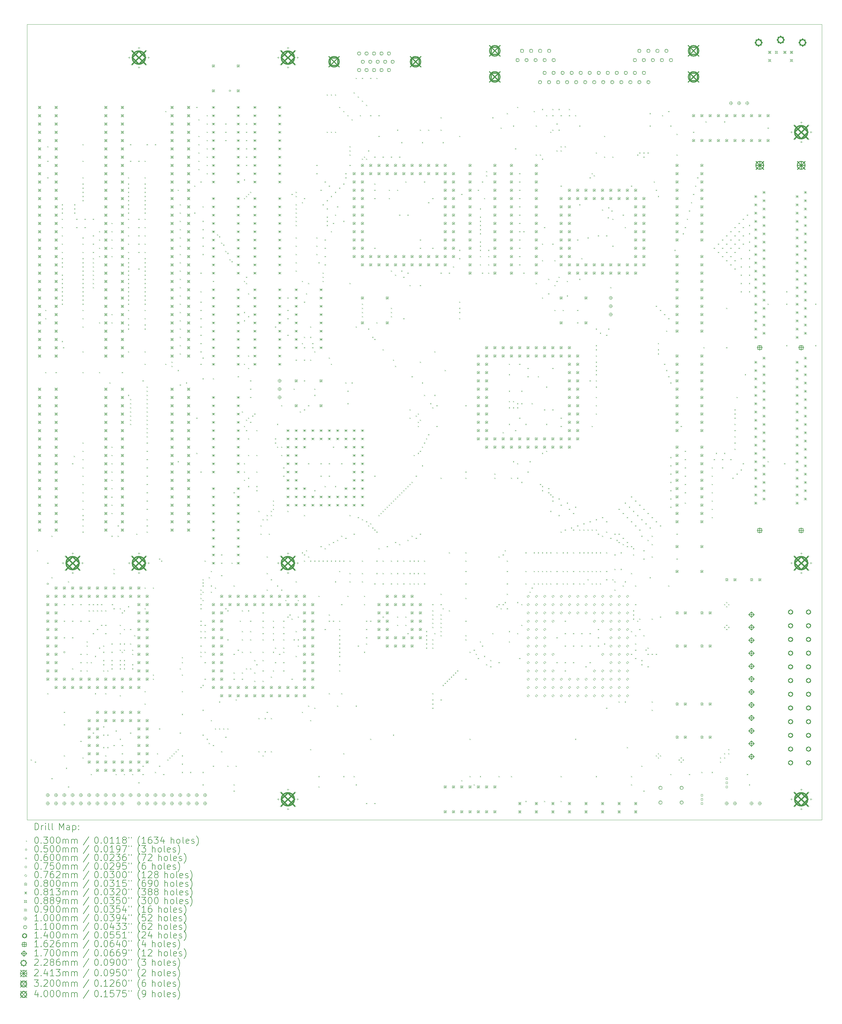
<source format=gbr>
%TF.GenerationSoftware,KiCad,Pcbnew,(7.0.0)*%
%TF.CreationDate,2023-03-30T16:00:36-05:00*%
%TF.ProjectId,Wrap030-ITX,57726170-3033-4302-9d49-54582e6b6963,1*%
%TF.SameCoordinates,Original*%
%TF.FileFunction,Drillmap*%
%TF.FilePolarity,Positive*%
%FSLAX45Y45*%
G04 Gerber Fmt 4.5, Leading zero omitted, Abs format (unit mm)*
G04 Created by KiCad (PCBNEW (7.0.0)) date 2023-03-30 16:00:36*
%MOMM*%
%LPD*%
G01*
G04 APERTURE LIST*
%ADD10C,0.100000*%
%ADD11C,0.200000*%
%ADD12C,0.030000*%
%ADD13C,0.050000*%
%ADD14C,0.060000*%
%ADD15C,0.075000*%
%ADD16C,0.076200*%
%ADD17C,0.080000*%
%ADD18C,0.081280*%
%ADD19C,0.088900*%
%ADD20C,0.090000*%
%ADD21C,0.110000*%
%ADD22C,0.140000*%
%ADD23C,0.162560*%
%ADD24C,0.170000*%
%ADD25C,0.228600*%
%ADD26C,0.241300*%
%ADD27C,0.320000*%
%ADD28C,0.400000*%
G04 APERTURE END LIST*
D10*
X2921000Y-2159000D02*
X27305000Y-2159000D01*
X27305000Y-2159000D02*
X27305000Y-26543000D01*
X27305000Y-26543000D02*
X2921000Y-26543000D01*
X2921000Y-26543000D02*
X2921000Y-2159000D01*
D11*
D12*
X3033000Y-24686500D02*
X3063000Y-24716500D01*
X3063000Y-24686500D02*
X3033000Y-24716500D01*
X3160000Y-24750000D02*
X3190000Y-24780000D01*
X3190000Y-24750000D02*
X3160000Y-24780000D01*
X3223500Y-18273000D02*
X3253500Y-18303000D01*
X3253500Y-18273000D02*
X3223500Y-18303000D01*
X3477500Y-10907000D02*
X3507500Y-10937000D01*
X3507500Y-10907000D02*
X3477500Y-10937000D01*
X3477500Y-11161000D02*
X3507500Y-11191000D01*
X3507500Y-11161000D02*
X3477500Y-11191000D01*
X3477500Y-12812000D02*
X3507500Y-12842000D01*
X3507500Y-12812000D02*
X3477500Y-12842000D01*
X3541000Y-5890500D02*
X3571000Y-5920500D01*
X3571000Y-5890500D02*
X3541000Y-5920500D01*
X3541000Y-6335000D02*
X3571000Y-6365000D01*
X3571000Y-6335000D02*
X3541000Y-6365000D01*
X3541000Y-6843000D02*
X3571000Y-6873000D01*
X3571000Y-6843000D02*
X3541000Y-6873000D01*
X3541000Y-18654000D02*
X3571000Y-18684000D01*
X3571000Y-18654000D02*
X3541000Y-18684000D01*
X3541000Y-22654500D02*
X3571000Y-22684500D01*
X3571000Y-22654500D02*
X3541000Y-22684500D01*
X3668000Y-17828500D02*
X3698000Y-17858500D01*
X3698000Y-17828500D02*
X3668000Y-17858500D01*
X3668000Y-19098500D02*
X3698000Y-19128500D01*
X3698000Y-19098500D02*
X3668000Y-19128500D01*
X3668000Y-25258000D02*
X3698000Y-25288000D01*
X3698000Y-25258000D02*
X3668000Y-25288000D01*
X3795000Y-12812000D02*
X3825000Y-12842000D01*
X3825000Y-12812000D02*
X3795000Y-12842000D01*
X3985500Y-7668500D02*
X4015500Y-7698500D01*
X4015500Y-7668500D02*
X3985500Y-7698500D01*
X3985500Y-7795500D02*
X4015500Y-7825500D01*
X4015500Y-7795500D02*
X3985500Y-7825500D01*
X3985500Y-7922500D02*
X4015500Y-7952500D01*
X4015500Y-7922500D02*
X3985500Y-7952500D01*
X3985500Y-8113000D02*
X4015500Y-8143000D01*
X4015500Y-8113000D02*
X3985500Y-8143000D01*
X3985500Y-8367000D02*
X4015500Y-8397000D01*
X4015500Y-8367000D02*
X3985500Y-8397000D01*
X3985500Y-8621000D02*
X4015500Y-8651000D01*
X4015500Y-8621000D02*
X3985500Y-8651000D01*
X3985500Y-8875000D02*
X4015500Y-8905000D01*
X4015500Y-8875000D02*
X3985500Y-8905000D01*
X3985500Y-9129000D02*
X4015500Y-9159000D01*
X4015500Y-9129000D02*
X3985500Y-9159000D01*
X3985500Y-9319500D02*
X4015500Y-9349500D01*
X4015500Y-9319500D02*
X3985500Y-9349500D01*
X3985500Y-9446500D02*
X4015500Y-9476500D01*
X4015500Y-9446500D02*
X3985500Y-9476500D01*
X3985500Y-9573500D02*
X4015500Y-9603500D01*
X4015500Y-9573500D02*
X3985500Y-9603500D01*
X3985500Y-9827500D02*
X4015500Y-9857500D01*
X4015500Y-9827500D02*
X3985500Y-9857500D01*
X3985500Y-9954500D02*
X4015500Y-9984500D01*
X4015500Y-9954500D02*
X3985500Y-9984500D01*
X3985500Y-10081500D02*
X4015500Y-10111500D01*
X4015500Y-10081500D02*
X3985500Y-10111500D01*
X3985500Y-10208500D02*
X4015500Y-10238500D01*
X4015500Y-10208500D02*
X3985500Y-10238500D01*
X3985500Y-10335500D02*
X4015500Y-10365500D01*
X4015500Y-10335500D02*
X3985500Y-10365500D01*
X3985500Y-10462500D02*
X4015500Y-10492500D01*
X4015500Y-10462500D02*
X3985500Y-10492500D01*
X3985500Y-10589500D02*
X4015500Y-10619500D01*
X4015500Y-10589500D02*
X3985500Y-10619500D01*
X3985500Y-10716500D02*
X4015500Y-10746500D01*
X4015500Y-10716500D02*
X3985500Y-10746500D01*
X3985500Y-11859500D02*
X4015500Y-11889500D01*
X4015500Y-11859500D02*
X3985500Y-11889500D01*
X4023600Y-12050000D02*
X4053600Y-12080000D01*
X4053600Y-12050000D02*
X4023600Y-12080000D01*
X4049000Y-19924000D02*
X4079000Y-19954000D01*
X4079000Y-19924000D02*
X4049000Y-19954000D01*
X4049000Y-20432000D02*
X4079000Y-20462000D01*
X4079000Y-20432000D02*
X4049000Y-20462000D01*
X4049000Y-20940000D02*
X4079000Y-20970000D01*
X4079000Y-20940000D02*
X4049000Y-20970000D01*
X4049000Y-23226000D02*
X4079000Y-23256000D01*
X4079000Y-23226000D02*
X4049000Y-23256000D01*
X4049000Y-23607000D02*
X4079000Y-23637000D01*
X4079000Y-23607000D02*
X4049000Y-23637000D01*
X4049000Y-24559500D02*
X4079000Y-24589500D01*
X4079000Y-24559500D02*
X4049000Y-24589500D01*
X4112500Y-24940500D02*
X4142500Y-24970500D01*
X4142500Y-24940500D02*
X4112500Y-24970500D01*
X4176000Y-19225500D02*
X4206000Y-19255500D01*
X4206000Y-19225500D02*
X4176000Y-19255500D01*
X4176000Y-25512000D02*
X4206000Y-25542000D01*
X4206000Y-25512000D02*
X4176000Y-25542000D01*
X4303000Y-15606000D02*
X4333000Y-15636000D01*
X4333000Y-15606000D02*
X4303000Y-15636000D01*
X4303000Y-19924000D02*
X4333000Y-19954000D01*
X4333000Y-19924000D02*
X4303000Y-19954000D01*
X4303000Y-20432000D02*
X4333000Y-20462000D01*
X4333000Y-20432000D02*
X4303000Y-20462000D01*
X4303000Y-20940000D02*
X4333000Y-20970000D01*
X4333000Y-20940000D02*
X4303000Y-20970000D01*
X4303000Y-21892500D02*
X4333000Y-21922500D01*
X4333000Y-21892500D02*
X4303000Y-21922500D01*
X4353800Y-15383750D02*
X4383800Y-15413750D01*
X4383800Y-15383750D02*
X4353800Y-15413750D01*
X4366500Y-7668500D02*
X4396500Y-7698500D01*
X4396500Y-7668500D02*
X4366500Y-7698500D01*
X4366500Y-7795500D02*
X4396500Y-7825500D01*
X4396500Y-7795500D02*
X4366500Y-7825500D01*
X4366500Y-7922500D02*
X4396500Y-7952500D01*
X4396500Y-7922500D02*
X4366500Y-7952500D01*
X4430000Y-8113000D02*
X4460000Y-8143000D01*
X4460000Y-8113000D02*
X4430000Y-8143000D01*
X4430000Y-8367000D02*
X4460000Y-8397000D01*
X4460000Y-8367000D02*
X4430000Y-8397000D01*
X4557000Y-19924000D02*
X4587000Y-19954000D01*
X4587000Y-19924000D02*
X4557000Y-19954000D01*
X4557000Y-20432000D02*
X4587000Y-20462000D01*
X4587000Y-20432000D02*
X4557000Y-20462000D01*
X4557000Y-21448000D02*
X4587000Y-21478000D01*
X4587000Y-21448000D02*
X4557000Y-21478000D01*
X4557000Y-21702000D02*
X4587000Y-21732000D01*
X4587000Y-21702000D02*
X4557000Y-21732000D01*
X4557000Y-21956000D02*
X4587000Y-21986000D01*
X4587000Y-21956000D02*
X4557000Y-21986000D01*
X4557000Y-24115000D02*
X4587000Y-24145000D01*
X4587000Y-24115000D02*
X4557000Y-24145000D01*
X4620500Y-5827000D02*
X4650500Y-5857000D01*
X4650500Y-5827000D02*
X4620500Y-5857000D01*
X4620500Y-6335000D02*
X4650500Y-6365000D01*
X4650500Y-6335000D02*
X4620500Y-6365000D01*
X4620500Y-6843000D02*
X4650500Y-6873000D01*
X4650500Y-6843000D02*
X4620500Y-6873000D01*
X4620500Y-7033500D02*
X4650500Y-7063500D01*
X4650500Y-7033500D02*
X4620500Y-7063500D01*
X4620500Y-7160500D02*
X4650500Y-7190500D01*
X4650500Y-7160500D02*
X4620500Y-7190500D01*
X4620500Y-7287500D02*
X4650500Y-7317500D01*
X4650500Y-7287500D02*
X4620500Y-7317500D01*
X4620500Y-7414500D02*
X4650500Y-7444500D01*
X4650500Y-7414500D02*
X4620500Y-7444500D01*
X4620500Y-7541500D02*
X4650500Y-7571500D01*
X4650500Y-7541500D02*
X4620500Y-7571500D01*
X4620500Y-8684500D02*
X4650500Y-8714500D01*
X4650500Y-8684500D02*
X4620500Y-8714500D01*
X4620500Y-8875000D02*
X4650500Y-8905000D01*
X4650500Y-8875000D02*
X4620500Y-8905000D01*
X4620500Y-9129000D02*
X4650500Y-9159000D01*
X4650500Y-9129000D02*
X4620500Y-9159000D01*
X4620500Y-9319500D02*
X4650500Y-9349500D01*
X4650500Y-9319500D02*
X4620500Y-9349500D01*
X4620500Y-9446500D02*
X4650500Y-9476500D01*
X4650500Y-9446500D02*
X4620500Y-9476500D01*
X4620500Y-9573500D02*
X4650500Y-9603500D01*
X4650500Y-9573500D02*
X4620500Y-9603500D01*
X4620500Y-9700500D02*
X4650500Y-9730500D01*
X4650500Y-9700500D02*
X4620500Y-9730500D01*
X4620500Y-9827500D02*
X4650500Y-9857500D01*
X4650500Y-9827500D02*
X4620500Y-9857500D01*
X4620500Y-9954500D02*
X4650500Y-9984500D01*
X4650500Y-9954500D02*
X4620500Y-9984500D01*
X4620500Y-10081500D02*
X4650500Y-10111500D01*
X4650500Y-10081500D02*
X4620500Y-10111500D01*
X4620500Y-10208500D02*
X4650500Y-10238500D01*
X4650500Y-10208500D02*
X4620500Y-10238500D01*
X4620500Y-10335500D02*
X4650500Y-10365500D01*
X4650500Y-10335500D02*
X4620500Y-10365500D01*
X4620500Y-10462500D02*
X4650500Y-10492500D01*
X4650500Y-10462500D02*
X4620500Y-10492500D01*
X4620500Y-10589500D02*
X4650500Y-10619500D01*
X4650500Y-10589500D02*
X4620500Y-10619500D01*
X4620500Y-10716500D02*
X4650500Y-10746500D01*
X4650500Y-10716500D02*
X4620500Y-10746500D01*
X4620500Y-10907000D02*
X4650500Y-10937000D01*
X4650500Y-10907000D02*
X4620500Y-10937000D01*
X4620500Y-11161000D02*
X4650500Y-11191000D01*
X4650500Y-11161000D02*
X4620500Y-11191000D01*
X4620500Y-11415000D02*
X4650500Y-11445000D01*
X4650500Y-11415000D02*
X4620500Y-11445000D01*
X4620500Y-12177000D02*
X4650500Y-12207000D01*
X4650500Y-12177000D02*
X4620500Y-12207000D01*
X4620500Y-12812000D02*
X4650500Y-12842000D01*
X4650500Y-12812000D02*
X4620500Y-12842000D01*
X4620500Y-14971000D02*
X4650500Y-15001000D01*
X4650500Y-14971000D02*
X4620500Y-15001000D01*
X4620500Y-15225000D02*
X4650500Y-15255000D01*
X4650500Y-15225000D02*
X4620500Y-15255000D01*
X4620500Y-15479000D02*
X4650500Y-15509000D01*
X4650500Y-15479000D02*
X4620500Y-15509000D01*
X4620500Y-15733000D02*
X4650500Y-15763000D01*
X4650500Y-15733000D02*
X4620500Y-15763000D01*
X4620500Y-15987000D02*
X4650500Y-16017000D01*
X4650500Y-15987000D02*
X4620500Y-16017000D01*
X4620500Y-16241000D02*
X4650500Y-16271000D01*
X4650500Y-16241000D02*
X4620500Y-16271000D01*
X4620500Y-16495000D02*
X4650500Y-16525000D01*
X4650500Y-16495000D02*
X4620500Y-16525000D01*
X4620500Y-16749000D02*
X4650500Y-16779000D01*
X4650500Y-16749000D02*
X4620500Y-16779000D01*
X4620500Y-17003000D02*
X4650500Y-17033000D01*
X4650500Y-17003000D02*
X4620500Y-17033000D01*
X4620500Y-17193500D02*
X4650500Y-17223500D01*
X4650500Y-17193500D02*
X4620500Y-17223500D01*
X4620500Y-17320500D02*
X4650500Y-17350500D01*
X4650500Y-17320500D02*
X4620500Y-17350500D01*
X4620500Y-17511000D02*
X4650500Y-17541000D01*
X4650500Y-17511000D02*
X4620500Y-17541000D01*
X4620500Y-17701500D02*
X4650500Y-17731500D01*
X4650500Y-17701500D02*
X4620500Y-17731500D01*
X4620500Y-24623000D02*
X4650500Y-24653000D01*
X4650500Y-24623000D02*
X4620500Y-24653000D01*
X4684000Y-8113000D02*
X4714000Y-8143000D01*
X4714000Y-8113000D02*
X4684000Y-8143000D01*
X4684000Y-8367000D02*
X4714000Y-8397000D01*
X4714000Y-8367000D02*
X4684000Y-8397000D01*
X4747500Y-21067000D02*
X4777500Y-21097000D01*
X4777500Y-21067000D02*
X4747500Y-21097000D01*
X4747500Y-21194000D02*
X4777500Y-21224000D01*
X4777500Y-21194000D02*
X4747500Y-21224000D01*
X4747500Y-21448000D02*
X4777500Y-21478000D01*
X4777500Y-21448000D02*
X4747500Y-21478000D01*
X4747500Y-21702000D02*
X4777500Y-21732000D01*
X4777500Y-21702000D02*
X4747500Y-21732000D01*
X4747500Y-21956000D02*
X4777500Y-21986000D01*
X4777500Y-21956000D02*
X4747500Y-21986000D01*
X4811000Y-19924000D02*
X4841000Y-19954000D01*
X4841000Y-19924000D02*
X4811000Y-19954000D01*
X4811000Y-20114500D02*
X4841000Y-20144500D01*
X4841000Y-20114500D02*
X4811000Y-20144500D01*
X4811000Y-20432000D02*
X4841000Y-20462000D01*
X4841000Y-20432000D02*
X4811000Y-20462000D01*
X4874500Y-21702000D02*
X4904500Y-21732000D01*
X4904500Y-21702000D02*
X4874500Y-21732000D01*
X4874500Y-25131000D02*
X4904500Y-25161000D01*
X4904500Y-25131000D02*
X4874500Y-25161000D01*
X4938000Y-8113000D02*
X4968000Y-8143000D01*
X4968000Y-8113000D02*
X4938000Y-8143000D01*
X4938000Y-8621000D02*
X4968000Y-8651000D01*
X4968000Y-8621000D02*
X4938000Y-8651000D01*
X4938000Y-8875000D02*
X4968000Y-8905000D01*
X4968000Y-8875000D02*
X4938000Y-8905000D01*
X4938000Y-9129000D02*
X4968000Y-9159000D01*
X4968000Y-9129000D02*
X4938000Y-9159000D01*
X4938000Y-9319500D02*
X4968000Y-9349500D01*
X4968000Y-9319500D02*
X4938000Y-9349500D01*
X4938000Y-9446500D02*
X4968000Y-9476500D01*
X4968000Y-9446500D02*
X4938000Y-9476500D01*
X4938000Y-9573500D02*
X4968000Y-9603500D01*
X4968000Y-9573500D02*
X4938000Y-9603500D01*
X4938000Y-9700500D02*
X4968000Y-9730500D01*
X4968000Y-9700500D02*
X4938000Y-9730500D01*
X4938000Y-9827500D02*
X4968000Y-9857500D01*
X4968000Y-9827500D02*
X4938000Y-9857500D01*
X4938000Y-9954500D02*
X4968000Y-9984500D01*
X4968000Y-9954500D02*
X4938000Y-9984500D01*
X4938000Y-10081500D02*
X4968000Y-10111500D01*
X4968000Y-10081500D02*
X4938000Y-10111500D01*
X4938000Y-10208500D02*
X4968000Y-10238500D01*
X4968000Y-10208500D02*
X4938000Y-10238500D01*
X4938000Y-19924000D02*
X4968000Y-19954000D01*
X4968000Y-19924000D02*
X4938000Y-19954000D01*
X4938000Y-20114500D02*
X4968000Y-20144500D01*
X4968000Y-20114500D02*
X4938000Y-20144500D01*
X4938000Y-20813000D02*
X4968000Y-20843000D01*
X4968000Y-20813000D02*
X4938000Y-20843000D01*
X4938000Y-23861000D02*
X4968000Y-23891000D01*
X4968000Y-23861000D02*
X4938000Y-23891000D01*
X5001500Y-21511500D02*
X5031500Y-21541500D01*
X5031500Y-21511500D02*
X5001500Y-21541500D01*
X5001500Y-22654500D02*
X5031500Y-22684500D01*
X5031500Y-22654500D02*
X5001500Y-22684500D01*
X5065000Y-19924000D02*
X5095000Y-19954000D01*
X5095000Y-19924000D02*
X5065000Y-19954000D01*
X5065000Y-20114500D02*
X5095000Y-20144500D01*
X5095000Y-20114500D02*
X5065000Y-20144500D01*
X5065000Y-20686000D02*
X5095000Y-20716000D01*
X5095000Y-20686000D02*
X5065000Y-20716000D01*
X5128500Y-8494000D02*
X5158500Y-8524000D01*
X5158500Y-8494000D02*
X5128500Y-8524000D01*
X5128500Y-8748000D02*
X5158500Y-8778000D01*
X5158500Y-8748000D02*
X5128500Y-8778000D01*
X5128500Y-9002000D02*
X5158500Y-9032000D01*
X5158500Y-9002000D02*
X5128500Y-9032000D01*
X5128500Y-9256000D02*
X5158500Y-9286000D01*
X5158500Y-9256000D02*
X5128500Y-9286000D01*
X5128500Y-11288000D02*
X5158500Y-11318000D01*
X5158500Y-11288000D02*
X5128500Y-11318000D01*
X5128500Y-12812000D02*
X5158500Y-12842000D01*
X5158500Y-12812000D02*
X5128500Y-12842000D01*
X5128500Y-21257500D02*
X5158500Y-21287500D01*
X5158500Y-21257500D02*
X5128500Y-21287500D01*
X5192000Y-19924000D02*
X5222000Y-19954000D01*
X5222000Y-19924000D02*
X5192000Y-19954000D01*
X5192000Y-20114500D02*
X5222000Y-20144500D01*
X5222000Y-20114500D02*
X5192000Y-20144500D01*
X5192000Y-20559000D02*
X5222000Y-20589000D01*
X5222000Y-20559000D02*
X5192000Y-20589000D01*
X5255500Y-21194000D02*
X5285500Y-21224000D01*
X5285500Y-21194000D02*
X5255500Y-21224000D01*
X5255500Y-21384500D02*
X5285500Y-21414500D01*
X5285500Y-21384500D02*
X5255500Y-21414500D01*
X5255500Y-21638500D02*
X5285500Y-21668500D01*
X5285500Y-21638500D02*
X5255500Y-21668500D01*
X5255500Y-21765500D02*
X5285500Y-21795500D01*
X5285500Y-21765500D02*
X5255500Y-21795500D01*
X5255500Y-21956000D02*
X5285500Y-21986000D01*
X5285500Y-21956000D02*
X5255500Y-21986000D01*
X5255500Y-23670500D02*
X5285500Y-23700500D01*
X5285500Y-23670500D02*
X5255500Y-23700500D01*
X5255500Y-23924500D02*
X5285500Y-23954500D01*
X5285500Y-23924500D02*
X5255500Y-23954500D01*
X5255500Y-24305500D02*
X5285500Y-24335500D01*
X5285500Y-24305500D02*
X5255500Y-24335500D01*
X5319000Y-20114500D02*
X5349000Y-20144500D01*
X5349000Y-20114500D02*
X5319000Y-20144500D01*
X5319000Y-20559000D02*
X5349000Y-20589000D01*
X5349000Y-20559000D02*
X5319000Y-20589000D01*
X5319000Y-20813000D02*
X5349000Y-20843000D01*
X5349000Y-20813000D02*
X5319000Y-20843000D01*
X5319000Y-22654500D02*
X5349000Y-22684500D01*
X5349000Y-22654500D02*
X5319000Y-22684500D01*
X5319000Y-24559500D02*
X5349000Y-24589500D01*
X5349000Y-24559500D02*
X5319000Y-24589500D01*
X5382500Y-21956000D02*
X5412500Y-21986000D01*
X5412500Y-21956000D02*
X5382500Y-21986000D01*
X5382500Y-23924500D02*
X5412500Y-23954500D01*
X5412500Y-23924500D02*
X5382500Y-23954500D01*
X5382500Y-24305500D02*
X5412500Y-24335500D01*
X5412500Y-24305500D02*
X5382500Y-24335500D01*
X5446000Y-13129500D02*
X5476000Y-13159500D01*
X5476000Y-13129500D02*
X5446000Y-13159500D01*
X5505492Y-16632385D02*
X5535492Y-16662385D01*
X5535492Y-16632385D02*
X5505492Y-16662385D01*
X5509500Y-8240000D02*
X5539500Y-8270000D01*
X5539500Y-8240000D02*
X5509500Y-8270000D01*
X5509500Y-8494000D02*
X5539500Y-8524000D01*
X5539500Y-8494000D02*
X5509500Y-8524000D01*
X5509500Y-8748000D02*
X5539500Y-8778000D01*
X5539500Y-8748000D02*
X5509500Y-8778000D01*
X5509500Y-9002000D02*
X5539500Y-9032000D01*
X5539500Y-9002000D02*
X5509500Y-9032000D01*
X5509500Y-9256000D02*
X5539500Y-9286000D01*
X5539500Y-9256000D02*
X5509500Y-9286000D01*
X5509500Y-11034000D02*
X5539500Y-11064000D01*
X5539500Y-11034000D02*
X5509500Y-11064000D01*
X5509500Y-11288000D02*
X5539500Y-11318000D01*
X5539500Y-11288000D02*
X5509500Y-11318000D01*
X5509500Y-15098000D02*
X5539500Y-15128000D01*
X5539500Y-15098000D02*
X5509500Y-15128000D01*
X5509500Y-15352000D02*
X5539500Y-15382000D01*
X5539500Y-15352000D02*
X5509500Y-15382000D01*
X5509500Y-15606000D02*
X5539500Y-15636000D01*
X5539500Y-15606000D02*
X5509500Y-15636000D01*
X5509500Y-15860000D02*
X5539500Y-15890000D01*
X5539500Y-15860000D02*
X5509500Y-15890000D01*
X5509500Y-16114000D02*
X5539500Y-16144000D01*
X5539500Y-16114000D02*
X5509500Y-16144000D01*
X5509500Y-16368000D02*
X5539500Y-16398000D01*
X5539500Y-16368000D02*
X5509500Y-16398000D01*
X5509500Y-16876000D02*
X5539500Y-16906000D01*
X5539500Y-16876000D02*
X5509500Y-16906000D01*
X5509500Y-17130000D02*
X5539500Y-17160000D01*
X5539500Y-17130000D02*
X5509500Y-17160000D01*
X5509500Y-17828500D02*
X5539500Y-17858500D01*
X5539500Y-17828500D02*
X5509500Y-17858500D01*
X5509500Y-21130500D02*
X5539500Y-21160500D01*
X5539500Y-21130500D02*
X5509500Y-21160500D01*
X5509500Y-21384500D02*
X5539500Y-21414500D01*
X5539500Y-21384500D02*
X5509500Y-21414500D01*
X5509500Y-21638500D02*
X5539500Y-21668500D01*
X5539500Y-21638500D02*
X5509500Y-21668500D01*
X5509500Y-21765500D02*
X5539500Y-21795500D01*
X5539500Y-21765500D02*
X5509500Y-21795500D01*
X5509500Y-21892500D02*
X5539500Y-21922500D01*
X5539500Y-21892500D02*
X5509500Y-21922500D01*
X5522200Y-19924000D02*
X5552200Y-19954000D01*
X5552200Y-19924000D02*
X5522200Y-19954000D01*
X5573000Y-18844500D02*
X5603000Y-18874500D01*
X5603000Y-18844500D02*
X5573000Y-18874500D01*
X5573000Y-18971500D02*
X5603000Y-19001500D01*
X5603000Y-18971500D02*
X5573000Y-19001500D01*
X5573000Y-20051000D02*
X5603000Y-20081000D01*
X5603000Y-20051000D02*
X5573000Y-20081000D01*
X5573000Y-24242000D02*
X5603000Y-24272000D01*
X5603000Y-24242000D02*
X5573000Y-24272000D01*
X5636500Y-23797500D02*
X5666500Y-23827500D01*
X5666500Y-23797500D02*
X5636500Y-23827500D01*
X5636500Y-25131000D02*
X5666500Y-25161000D01*
X5666500Y-25131000D02*
X5636500Y-25161000D01*
X5700000Y-17511000D02*
X5730000Y-17541000D01*
X5730000Y-17511000D02*
X5700000Y-17541000D01*
X5700000Y-17828500D02*
X5730000Y-17858500D01*
X5730000Y-17828500D02*
X5700000Y-17858500D01*
X5763500Y-20051000D02*
X5793500Y-20081000D01*
X5793500Y-20051000D02*
X5763500Y-20081000D01*
X5763500Y-20559000D02*
X5793500Y-20589000D01*
X5793500Y-20559000D02*
X5763500Y-20589000D01*
X5763500Y-20813000D02*
X5793500Y-20843000D01*
X5793500Y-20813000D02*
X5763500Y-20843000D01*
X5763500Y-21130500D02*
X5793500Y-21160500D01*
X5793500Y-21130500D02*
X5763500Y-21160500D01*
X5763500Y-21321000D02*
X5793500Y-21351000D01*
X5793500Y-21321000D02*
X5763500Y-21351000D01*
X5763500Y-21638500D02*
X5793500Y-21668500D01*
X5793500Y-21638500D02*
X5763500Y-21668500D01*
X5763500Y-21765500D02*
X5793500Y-21795500D01*
X5793500Y-21765500D02*
X5763500Y-21795500D01*
X5763500Y-21892500D02*
X5793500Y-21922500D01*
X5793500Y-21892500D02*
X5763500Y-21922500D01*
X5763500Y-22718000D02*
X5793500Y-22748000D01*
X5793500Y-22718000D02*
X5763500Y-22748000D01*
X5763500Y-24051500D02*
X5793500Y-24081500D01*
X5793500Y-24051500D02*
X5763500Y-24081500D01*
X5827000Y-12812000D02*
X5857000Y-12842000D01*
X5857000Y-12812000D02*
X5827000Y-12842000D01*
X5827000Y-20178000D02*
X5857000Y-20208000D01*
X5857000Y-20178000D02*
X5827000Y-20208000D01*
X5827000Y-21384500D02*
X5857000Y-21414500D01*
X5857000Y-21384500D02*
X5827000Y-21414500D01*
X5827000Y-24242000D02*
X5857000Y-24272000D01*
X5857000Y-24242000D02*
X5827000Y-24272000D01*
X5827000Y-24496000D02*
X5857000Y-24526000D01*
X5857000Y-24496000D02*
X5827000Y-24526000D01*
X5890500Y-20114500D02*
X5920500Y-20144500D01*
X5920500Y-20114500D02*
X5890500Y-20144500D01*
X5890500Y-20686000D02*
X5920500Y-20716000D01*
X5920500Y-20686000D02*
X5890500Y-20716000D01*
X5890500Y-21130500D02*
X5920500Y-21160500D01*
X5920500Y-21130500D02*
X5890500Y-21160500D01*
X5890500Y-21321000D02*
X5920500Y-21351000D01*
X5920500Y-21321000D02*
X5890500Y-21351000D01*
X5890500Y-21638500D02*
X5920500Y-21668500D01*
X5920500Y-21638500D02*
X5890500Y-21668500D01*
X5890500Y-21765500D02*
X5920500Y-21795500D01*
X5920500Y-21765500D02*
X5890500Y-21795500D01*
X5890500Y-21892500D02*
X5920500Y-21922500D01*
X5920500Y-21892500D02*
X5890500Y-21922500D01*
X5890500Y-25131000D02*
X5920500Y-25161000D01*
X5920500Y-25131000D02*
X5890500Y-25161000D01*
X6017500Y-6843000D02*
X6047500Y-6873000D01*
X6047500Y-6843000D02*
X6017500Y-6873000D01*
X6017500Y-7033500D02*
X6047500Y-7063500D01*
X6047500Y-7033500D02*
X6017500Y-7063500D01*
X6017500Y-7160500D02*
X6047500Y-7190500D01*
X6047500Y-7160500D02*
X6017500Y-7190500D01*
X6017500Y-7287500D02*
X6047500Y-7317500D01*
X6047500Y-7287500D02*
X6017500Y-7317500D01*
X6017500Y-7414500D02*
X6047500Y-7444500D01*
X6047500Y-7414500D02*
X6017500Y-7444500D01*
X6017500Y-7541500D02*
X6047500Y-7571500D01*
X6047500Y-7541500D02*
X6017500Y-7571500D01*
X6017500Y-7668500D02*
X6047500Y-7698500D01*
X6047500Y-7668500D02*
X6017500Y-7698500D01*
X6017500Y-7795500D02*
X6047500Y-7825500D01*
X6047500Y-7795500D02*
X6017500Y-7825500D01*
X6017500Y-7922500D02*
X6047500Y-7952500D01*
X6047500Y-7922500D02*
X6017500Y-7952500D01*
X6017500Y-8113000D02*
X6047500Y-8143000D01*
X6047500Y-8113000D02*
X6017500Y-8143000D01*
X6017500Y-8367000D02*
X6047500Y-8397000D01*
X6047500Y-8367000D02*
X6017500Y-8397000D01*
X6017500Y-8621000D02*
X6047500Y-8651000D01*
X6047500Y-8621000D02*
X6017500Y-8651000D01*
X6017500Y-8875000D02*
X6047500Y-8905000D01*
X6047500Y-8875000D02*
X6017500Y-8905000D01*
X6017500Y-9129000D02*
X6047500Y-9159000D01*
X6047500Y-9129000D02*
X6017500Y-9159000D01*
X6017500Y-9319500D02*
X6047500Y-9349500D01*
X6047500Y-9319500D02*
X6017500Y-9349500D01*
X6017500Y-9446500D02*
X6047500Y-9476500D01*
X6047500Y-9446500D02*
X6017500Y-9476500D01*
X6017500Y-9573500D02*
X6047500Y-9603500D01*
X6047500Y-9573500D02*
X6017500Y-9603500D01*
X6017500Y-9700500D02*
X6047500Y-9730500D01*
X6047500Y-9700500D02*
X6017500Y-9730500D01*
X6017500Y-9827500D02*
X6047500Y-9857500D01*
X6047500Y-9827500D02*
X6017500Y-9857500D01*
X6017500Y-9954500D02*
X6047500Y-9984500D01*
X6047500Y-9954500D02*
X6017500Y-9984500D01*
X6017500Y-10081500D02*
X6047500Y-10111500D01*
X6047500Y-10081500D02*
X6017500Y-10111500D01*
X6017500Y-10208500D02*
X6047500Y-10238500D01*
X6047500Y-10208500D02*
X6017500Y-10238500D01*
X6017500Y-10335500D02*
X6047500Y-10365500D01*
X6047500Y-10335500D02*
X6017500Y-10365500D01*
X6017500Y-10462500D02*
X6047500Y-10492500D01*
X6047500Y-10462500D02*
X6017500Y-10492500D01*
X6017500Y-10589500D02*
X6047500Y-10619500D01*
X6047500Y-10589500D02*
X6017500Y-10619500D01*
X6017500Y-10716500D02*
X6047500Y-10746500D01*
X6047500Y-10716500D02*
X6017500Y-10746500D01*
X6017500Y-10907000D02*
X6047500Y-10937000D01*
X6047500Y-10907000D02*
X6017500Y-10937000D01*
X6017500Y-11161000D02*
X6047500Y-11191000D01*
X6047500Y-11161000D02*
X6017500Y-11191000D01*
X6017500Y-11351500D02*
X6047500Y-11381500D01*
X6047500Y-11351500D02*
X6017500Y-11381500D01*
X6017500Y-11478500D02*
X6047500Y-11508500D01*
X6047500Y-11478500D02*
X6017500Y-11508500D01*
X6017500Y-12177000D02*
X6047500Y-12207000D01*
X6047500Y-12177000D02*
X6017500Y-12207000D01*
X6017500Y-13510500D02*
X6047500Y-13540500D01*
X6047500Y-13510500D02*
X6017500Y-13540500D01*
X6017500Y-19987500D02*
X6047500Y-20017500D01*
X6047500Y-19987500D02*
X6017500Y-20017500D01*
X6081000Y-5827000D02*
X6111000Y-5857000D01*
X6111000Y-5827000D02*
X6081000Y-5857000D01*
X6081000Y-6335000D02*
X6111000Y-6365000D01*
X6111000Y-6335000D02*
X6081000Y-6365000D01*
X6081000Y-13637500D02*
X6111000Y-13667500D01*
X6111000Y-13637500D02*
X6081000Y-13667500D01*
X6081000Y-13764500D02*
X6111000Y-13794500D01*
X6111000Y-13764500D02*
X6081000Y-13794500D01*
X6081000Y-13891500D02*
X6111000Y-13921500D01*
X6111000Y-13891500D02*
X6081000Y-13921500D01*
X6081000Y-14018500D02*
X6111000Y-14048500D01*
X6111000Y-14018500D02*
X6081000Y-14048500D01*
X6081000Y-14145500D02*
X6111000Y-14175500D01*
X6111000Y-14145500D02*
X6081000Y-14175500D01*
X6081000Y-14272500D02*
X6111000Y-14302500D01*
X6111000Y-14272500D02*
X6081000Y-14302500D01*
X6081000Y-14399500D02*
X6111000Y-14429500D01*
X6111000Y-14399500D02*
X6081000Y-14429500D01*
X6081000Y-20686000D02*
X6111000Y-20716000D01*
X6111000Y-20686000D02*
X6081000Y-20716000D01*
X6081000Y-21130500D02*
X6111000Y-21160500D01*
X6111000Y-21130500D02*
X6081000Y-21160500D01*
X6081000Y-23861000D02*
X6111000Y-23891000D01*
X6111000Y-23861000D02*
X6081000Y-23891000D01*
X6144500Y-21321000D02*
X6174500Y-21351000D01*
X6174500Y-21321000D02*
X6144500Y-21351000D01*
X6144500Y-21448000D02*
X6174500Y-21478000D01*
X6174500Y-21448000D02*
X6144500Y-21478000D01*
X6144500Y-21765500D02*
X6174500Y-21795500D01*
X6174500Y-21765500D02*
X6144500Y-21795500D01*
X6144500Y-21892500D02*
X6174500Y-21922500D01*
X6174500Y-21892500D02*
X6144500Y-21922500D01*
X6144500Y-25131000D02*
X6174500Y-25161000D01*
X6174500Y-25131000D02*
X6144500Y-25161000D01*
X6208000Y-20876500D02*
X6238000Y-20906500D01*
X6238000Y-20876500D02*
X6208000Y-20906500D01*
X6271500Y-17765000D02*
X6301500Y-17795000D01*
X6301500Y-17765000D02*
X6271500Y-17795000D01*
X6335000Y-6335000D02*
X6365000Y-6365000D01*
X6365000Y-6335000D02*
X6335000Y-6365000D01*
X6335000Y-8113000D02*
X6365000Y-8143000D01*
X6365000Y-8113000D02*
X6335000Y-8143000D01*
X6335000Y-8367000D02*
X6365000Y-8397000D01*
X6365000Y-8367000D02*
X6335000Y-8397000D01*
X6335000Y-8621000D02*
X6365000Y-8651000D01*
X6365000Y-8621000D02*
X6335000Y-8651000D01*
X6335000Y-8875000D02*
X6365000Y-8905000D01*
X6365000Y-8875000D02*
X6335000Y-8905000D01*
X6335000Y-9129000D02*
X6365000Y-9159000D01*
X6365000Y-9129000D02*
X6335000Y-9159000D01*
X6335000Y-9637000D02*
X6365000Y-9667000D01*
X6365000Y-9637000D02*
X6335000Y-9667000D01*
X6335000Y-25385000D02*
X6365000Y-25415000D01*
X6365000Y-25385000D02*
X6335000Y-25415000D01*
X6462000Y-13066000D02*
X6492000Y-13096000D01*
X6492000Y-13066000D02*
X6462000Y-13096000D01*
X6462000Y-24877000D02*
X6492000Y-24907000D01*
X6492000Y-24877000D02*
X6462000Y-24907000D01*
X6462000Y-25131000D02*
X6492000Y-25161000D01*
X6492000Y-25131000D02*
X6462000Y-25161000D01*
X6525500Y-6335000D02*
X6555500Y-6365000D01*
X6555500Y-6335000D02*
X6525500Y-6365000D01*
X6525500Y-6843000D02*
X6555500Y-6873000D01*
X6555500Y-6843000D02*
X6525500Y-6873000D01*
X6525500Y-7033500D02*
X6555500Y-7063500D01*
X6555500Y-7033500D02*
X6525500Y-7063500D01*
X6525500Y-7160500D02*
X6555500Y-7190500D01*
X6555500Y-7160500D02*
X6525500Y-7190500D01*
X6525500Y-7287500D02*
X6555500Y-7317500D01*
X6555500Y-7287500D02*
X6525500Y-7317500D01*
X6525500Y-7414500D02*
X6555500Y-7444500D01*
X6555500Y-7414500D02*
X6525500Y-7444500D01*
X6525500Y-7541500D02*
X6555500Y-7571500D01*
X6555500Y-7541500D02*
X6525500Y-7571500D01*
X6525500Y-7668500D02*
X6555500Y-7698500D01*
X6555500Y-7668500D02*
X6525500Y-7698500D01*
X6525500Y-7795500D02*
X6555500Y-7825500D01*
X6555500Y-7795500D02*
X6525500Y-7825500D01*
X6525500Y-7922500D02*
X6555500Y-7952500D01*
X6555500Y-7922500D02*
X6525500Y-7952500D01*
X6525500Y-8113000D02*
X6555500Y-8143000D01*
X6555500Y-8113000D02*
X6525500Y-8143000D01*
X6525500Y-8367000D02*
X6555500Y-8397000D01*
X6555500Y-8367000D02*
X6525500Y-8397000D01*
X6525500Y-8621000D02*
X6555500Y-8651000D01*
X6555500Y-8621000D02*
X6525500Y-8651000D01*
X6525500Y-8875000D02*
X6555500Y-8905000D01*
X6555500Y-8875000D02*
X6525500Y-8905000D01*
X6525500Y-9129000D02*
X6555500Y-9159000D01*
X6555500Y-9129000D02*
X6525500Y-9159000D01*
X6525500Y-9319500D02*
X6555500Y-9349500D01*
X6555500Y-9319500D02*
X6525500Y-9349500D01*
X6525500Y-9446500D02*
X6555500Y-9476500D01*
X6555500Y-9446500D02*
X6525500Y-9476500D01*
X6525500Y-9573500D02*
X6555500Y-9603500D01*
X6555500Y-9573500D02*
X6525500Y-9603500D01*
X6525500Y-9700500D02*
X6555500Y-9730500D01*
X6555500Y-9700500D02*
X6525500Y-9730500D01*
X6525500Y-9827500D02*
X6555500Y-9857500D01*
X6555500Y-9827500D02*
X6525500Y-9857500D01*
X6525500Y-9954500D02*
X6555500Y-9984500D01*
X6555500Y-9954500D02*
X6525500Y-9984500D01*
X6525500Y-10081500D02*
X6555500Y-10111500D01*
X6555500Y-10081500D02*
X6525500Y-10111500D01*
X6525500Y-10208500D02*
X6555500Y-10238500D01*
X6555500Y-10208500D02*
X6525500Y-10238500D01*
X6525500Y-10335500D02*
X6555500Y-10365500D01*
X6555500Y-10335500D02*
X6525500Y-10365500D01*
X6525500Y-10462500D02*
X6555500Y-10492500D01*
X6555500Y-10462500D02*
X6525500Y-10492500D01*
X6525500Y-10589500D02*
X6555500Y-10619500D01*
X6555500Y-10589500D02*
X6525500Y-10619500D01*
X6525500Y-10716500D02*
X6555500Y-10746500D01*
X6555500Y-10716500D02*
X6525500Y-10746500D01*
X6525500Y-10907000D02*
X6555500Y-10937000D01*
X6555500Y-10907000D02*
X6525500Y-10937000D01*
X6525500Y-11161000D02*
X6555500Y-11191000D01*
X6555500Y-11161000D02*
X6525500Y-11191000D01*
X6525500Y-11351500D02*
X6555500Y-11381500D01*
X6555500Y-11351500D02*
X6525500Y-11381500D01*
X6525500Y-11478500D02*
X6555500Y-11508500D01*
X6555500Y-11478500D02*
X6525500Y-11508500D01*
X6525500Y-12177000D02*
X6555500Y-12207000D01*
X6555500Y-12177000D02*
X6525500Y-12207000D01*
X6525500Y-12558000D02*
X6555500Y-12588000D01*
X6555500Y-12558000D02*
X6525500Y-12588000D01*
X6525500Y-19416000D02*
X6555500Y-19446000D01*
X6555500Y-19416000D02*
X6525500Y-19446000D01*
X6525500Y-20051000D02*
X6555500Y-20081000D01*
X6555500Y-20051000D02*
X6525500Y-20081000D01*
X6525500Y-22591000D02*
X6555500Y-22621000D01*
X6555500Y-22591000D02*
X6525500Y-22621000D01*
X6525500Y-22972000D02*
X6555500Y-23002000D01*
X6555500Y-22972000D02*
X6525500Y-23002000D01*
X6589000Y-5827000D02*
X6619000Y-5857000D01*
X6619000Y-5827000D02*
X6589000Y-5857000D01*
X6589000Y-13256500D02*
X6619000Y-13286500D01*
X6619000Y-13256500D02*
X6589000Y-13286500D01*
X6589000Y-13383500D02*
X6619000Y-13413500D01*
X6619000Y-13383500D02*
X6589000Y-13413500D01*
X6589000Y-13510500D02*
X6619000Y-13540500D01*
X6619000Y-13510500D02*
X6589000Y-13540500D01*
X6589000Y-13637500D02*
X6619000Y-13667500D01*
X6619000Y-13637500D02*
X6589000Y-13667500D01*
X6589000Y-13764500D02*
X6619000Y-13794500D01*
X6619000Y-13764500D02*
X6589000Y-13794500D01*
X6589000Y-13891500D02*
X6619000Y-13921500D01*
X6619000Y-13891500D02*
X6589000Y-13921500D01*
X6589000Y-14018500D02*
X6619000Y-14048500D01*
X6619000Y-14018500D02*
X6589000Y-14048500D01*
X6589000Y-14145500D02*
X6619000Y-14175500D01*
X6619000Y-14145500D02*
X6589000Y-14175500D01*
X6589000Y-14272500D02*
X6619000Y-14302500D01*
X6619000Y-14272500D02*
X6589000Y-14302500D01*
X6589000Y-14399500D02*
X6619000Y-14429500D01*
X6619000Y-14399500D02*
X6589000Y-14429500D01*
X6589000Y-14526500D02*
X6619000Y-14556500D01*
X6619000Y-14526500D02*
X6589000Y-14556500D01*
X6589000Y-14653500D02*
X6619000Y-14683500D01*
X6619000Y-14653500D02*
X6589000Y-14683500D01*
X6589000Y-14780500D02*
X6619000Y-14810500D01*
X6619000Y-14780500D02*
X6589000Y-14810500D01*
X6589000Y-14971000D02*
X6619000Y-15001000D01*
X6619000Y-14971000D02*
X6589000Y-15001000D01*
X6589000Y-15225000D02*
X6619000Y-15255000D01*
X6619000Y-15225000D02*
X6589000Y-15255000D01*
X6589000Y-15479000D02*
X6619000Y-15509000D01*
X6619000Y-15479000D02*
X6589000Y-15509000D01*
X6589000Y-15733000D02*
X6619000Y-15763000D01*
X6619000Y-15733000D02*
X6589000Y-15763000D01*
X6589000Y-15987000D02*
X6619000Y-16017000D01*
X6619000Y-15987000D02*
X6589000Y-16017000D01*
X6589000Y-16241000D02*
X6619000Y-16271000D01*
X6619000Y-16241000D02*
X6589000Y-16271000D01*
X6589000Y-16495000D02*
X6619000Y-16525000D01*
X6619000Y-16495000D02*
X6589000Y-16525000D01*
X6589000Y-16749000D02*
X6619000Y-16779000D01*
X6619000Y-16749000D02*
X6589000Y-16779000D01*
X6589000Y-17003000D02*
X6619000Y-17033000D01*
X6619000Y-17003000D02*
X6589000Y-17033000D01*
X6589000Y-17320500D02*
X6619000Y-17350500D01*
X6619000Y-17320500D02*
X6589000Y-17350500D01*
X6589000Y-17511000D02*
X6619000Y-17541000D01*
X6619000Y-17511000D02*
X6589000Y-17541000D01*
X6589000Y-17701500D02*
X6619000Y-17731500D01*
X6619000Y-17701500D02*
X6589000Y-17731500D01*
X6779500Y-19416000D02*
X6809500Y-19446000D01*
X6809500Y-19416000D02*
X6779500Y-19446000D01*
X6779500Y-22083000D02*
X6809500Y-22113000D01*
X6809500Y-22083000D02*
X6779500Y-22113000D01*
X6779500Y-22210000D02*
X6809500Y-22240000D01*
X6809500Y-22210000D02*
X6779500Y-22240000D01*
X6843000Y-5827000D02*
X6873000Y-5857000D01*
X6873000Y-5827000D02*
X6843000Y-5857000D01*
X6843000Y-25067500D02*
X6873000Y-25097500D01*
X6873000Y-25067500D02*
X6843000Y-25097500D01*
X6906500Y-24496000D02*
X6936500Y-24526000D01*
X6936500Y-24496000D02*
X6906500Y-24526000D01*
X6970000Y-18527000D02*
X7000000Y-18557000D01*
X7000000Y-18527000D02*
X6970000Y-18557000D01*
X6970000Y-23734000D02*
X7000000Y-23764000D01*
X7000000Y-23734000D02*
X6970000Y-23764000D01*
X6970000Y-24877000D02*
X7000000Y-24907000D01*
X7000000Y-24877000D02*
X6970000Y-24907000D01*
X7033500Y-18590500D02*
X7063500Y-18620500D01*
X7063500Y-18590500D02*
X7033500Y-18620500D01*
X7097000Y-25131000D02*
X7127000Y-25161000D01*
X7127000Y-25131000D02*
X7097000Y-25161000D01*
X7160500Y-4811000D02*
X7190500Y-4841000D01*
X7190500Y-4811000D02*
X7160500Y-4841000D01*
X7160500Y-12558000D02*
X7190500Y-12588000D01*
X7190500Y-12558000D02*
X7160500Y-12588000D01*
X7224000Y-24686500D02*
X7254000Y-24716500D01*
X7254000Y-24686500D02*
X7224000Y-24716500D01*
X7287500Y-24623000D02*
X7317500Y-24653000D01*
X7317500Y-24623000D02*
X7287500Y-24653000D01*
X7351000Y-12494500D02*
X7381000Y-12524500D01*
X7381000Y-12494500D02*
X7351000Y-12524500D01*
X7351000Y-12621500D02*
X7381000Y-12651500D01*
X7381000Y-12621500D02*
X7351000Y-12651500D01*
X7351000Y-24559500D02*
X7381000Y-24589500D01*
X7381000Y-24559500D02*
X7351000Y-24589500D01*
X7414500Y-24496000D02*
X7444500Y-24526000D01*
X7444500Y-24496000D02*
X7414500Y-24526000D01*
X7478000Y-24432500D02*
X7508000Y-24462500D01*
X7508000Y-24432500D02*
X7478000Y-24462500D01*
X7541500Y-7224000D02*
X7571500Y-7254000D01*
X7571500Y-7224000D02*
X7541500Y-7254000D01*
X7541500Y-12748500D02*
X7571500Y-12778500D01*
X7571500Y-12748500D02*
X7541500Y-12778500D01*
X7541500Y-15542500D02*
X7571500Y-15572500D01*
X7571500Y-15542500D02*
X7541500Y-15572500D01*
X7541500Y-24369000D02*
X7571500Y-24399000D01*
X7571500Y-24369000D02*
X7541500Y-24399000D01*
X7605000Y-7668500D02*
X7635000Y-7698500D01*
X7635000Y-7668500D02*
X7605000Y-7698500D01*
X7605000Y-7922500D02*
X7635000Y-7952500D01*
X7635000Y-7922500D02*
X7605000Y-7952500D01*
X7605000Y-8176500D02*
X7635000Y-8206500D01*
X7635000Y-8176500D02*
X7605000Y-8206500D01*
X7605000Y-8430500D02*
X7635000Y-8460500D01*
X7635000Y-8430500D02*
X7605000Y-8460500D01*
X7605000Y-8684500D02*
X7635000Y-8714500D01*
X7635000Y-8684500D02*
X7605000Y-8714500D01*
X7605000Y-8938500D02*
X7635000Y-8968500D01*
X7635000Y-8938500D02*
X7605000Y-8968500D01*
X7605000Y-9192500D02*
X7635000Y-9222500D01*
X7635000Y-9192500D02*
X7605000Y-9222500D01*
X7605000Y-9446500D02*
X7635000Y-9476500D01*
X7635000Y-9446500D02*
X7605000Y-9476500D01*
X7605000Y-9700500D02*
X7635000Y-9730500D01*
X7635000Y-9700500D02*
X7605000Y-9730500D01*
X7605000Y-9954500D02*
X7635000Y-9984500D01*
X7635000Y-9954500D02*
X7605000Y-9984500D01*
X7605000Y-10208500D02*
X7635000Y-10238500D01*
X7635000Y-10208500D02*
X7605000Y-10238500D01*
X7605000Y-10462500D02*
X7635000Y-10492500D01*
X7635000Y-10462500D02*
X7605000Y-10492500D01*
X7605000Y-10716500D02*
X7635000Y-10746500D01*
X7635000Y-10716500D02*
X7605000Y-10746500D01*
X7605000Y-10970500D02*
X7635000Y-11000500D01*
X7635000Y-10970500D02*
X7605000Y-11000500D01*
X7605000Y-11224500D02*
X7635000Y-11254500D01*
X7635000Y-11224500D02*
X7605000Y-11254500D01*
X7605000Y-11478500D02*
X7635000Y-11508500D01*
X7635000Y-11478500D02*
X7605000Y-11508500D01*
X7605000Y-11732500D02*
X7635000Y-11762500D01*
X7635000Y-11732500D02*
X7605000Y-11762500D01*
X7605000Y-11986500D02*
X7635000Y-12016500D01*
X7635000Y-11986500D02*
X7605000Y-12016500D01*
X7605000Y-12240500D02*
X7635000Y-12270500D01*
X7635000Y-12240500D02*
X7605000Y-12270500D01*
X7605000Y-13193000D02*
X7635000Y-13223000D01*
X7635000Y-13193000D02*
X7605000Y-13223000D01*
X7605000Y-21892500D02*
X7635000Y-21922500D01*
X7635000Y-21892500D02*
X7605000Y-21922500D01*
X7605000Y-23861000D02*
X7635000Y-23891000D01*
X7635000Y-23861000D02*
X7605000Y-23891000D01*
X7668500Y-21549600D02*
X7698500Y-21579600D01*
X7698500Y-21549600D02*
X7668500Y-21579600D01*
X7668500Y-21702000D02*
X7698500Y-21732000D01*
X7698500Y-21702000D02*
X7668500Y-21732000D01*
X7668500Y-22083000D02*
X7698500Y-22113000D01*
X7698500Y-22083000D02*
X7668500Y-22113000D01*
X7668500Y-22591000D02*
X7698500Y-22621000D01*
X7698500Y-22591000D02*
X7668500Y-22621000D01*
X7668500Y-23289500D02*
X7698500Y-23319500D01*
X7698500Y-23289500D02*
X7668500Y-23319500D01*
X7668500Y-24559500D02*
X7698500Y-24589500D01*
X7698500Y-24559500D02*
X7668500Y-24589500D01*
X7668500Y-24813500D02*
X7698500Y-24843500D01*
X7698500Y-24813500D02*
X7668500Y-24843500D01*
X7668500Y-25067500D02*
X7698500Y-25097500D01*
X7698500Y-25067500D02*
X7668500Y-25097500D01*
X7795500Y-13129500D02*
X7825500Y-13159500D01*
X7825500Y-13129500D02*
X7795500Y-13159500D01*
X7922500Y-25067500D02*
X7952500Y-25097500D01*
X7952500Y-25067500D02*
X7922500Y-25097500D01*
X8049500Y-7097000D02*
X8079500Y-7127000D01*
X8079500Y-7097000D02*
X8049500Y-7127000D01*
X8049500Y-7922500D02*
X8079500Y-7952500D01*
X8079500Y-7922500D02*
X8049500Y-7952500D01*
X8113000Y-4684000D02*
X8143000Y-4714000D01*
X8143000Y-4684000D02*
X8113000Y-4714000D01*
X8113000Y-14209000D02*
X8143000Y-14239000D01*
X8143000Y-14209000D02*
X8113000Y-14239000D01*
X8113000Y-15288500D02*
X8143000Y-15318500D01*
X8143000Y-15288500D02*
X8113000Y-15318500D01*
X8176500Y-5065000D02*
X8206500Y-5095000D01*
X8206500Y-5065000D02*
X8176500Y-5095000D01*
X8176500Y-5573000D02*
X8206500Y-5603000D01*
X8206500Y-5573000D02*
X8176500Y-5603000D01*
X8176500Y-5827000D02*
X8206500Y-5857000D01*
X8206500Y-5827000D02*
X8176500Y-5857000D01*
X8176500Y-6081000D02*
X8206500Y-6111000D01*
X8206500Y-6081000D02*
X8176500Y-6111000D01*
X8176500Y-6335000D02*
X8206500Y-6365000D01*
X8206500Y-6335000D02*
X8176500Y-6365000D01*
X8176500Y-6589000D02*
X8206500Y-6619000D01*
X8206500Y-6589000D02*
X8176500Y-6619000D01*
X8240000Y-6970000D02*
X8270000Y-7000000D01*
X8270000Y-6970000D02*
X8240000Y-7000000D01*
X8240000Y-9764000D02*
X8270000Y-9794000D01*
X8270000Y-9764000D02*
X8240000Y-9794000D01*
X8240000Y-10335500D02*
X8270000Y-10365500D01*
X8270000Y-10335500D02*
X8240000Y-10365500D01*
X8240000Y-10653000D02*
X8270000Y-10683000D01*
X8270000Y-10653000D02*
X8240000Y-10683000D01*
X8240000Y-10907000D02*
X8270000Y-10937000D01*
X8270000Y-10907000D02*
X8240000Y-10937000D01*
X8240000Y-11161000D02*
X8270000Y-11191000D01*
X8270000Y-11161000D02*
X8240000Y-11191000D01*
X8240000Y-11415000D02*
X8270000Y-11445000D01*
X8270000Y-11415000D02*
X8240000Y-11445000D01*
X8240000Y-11669000D02*
X8270000Y-11699000D01*
X8270000Y-11669000D02*
X8240000Y-11699000D01*
X8240000Y-11923000D02*
X8270000Y-11953000D01*
X8270000Y-11923000D02*
X8240000Y-11953000D01*
X8240000Y-12177000D02*
X8270000Y-12207000D01*
X8270000Y-12177000D02*
X8240000Y-12207000D01*
X8240000Y-12558000D02*
X8270000Y-12588000D01*
X8270000Y-12558000D02*
X8240000Y-12588000D01*
X8240000Y-15860000D02*
X8270000Y-15890000D01*
X8270000Y-15860000D02*
X8240000Y-15890000D01*
X8240000Y-19479500D02*
X8270000Y-19509500D01*
X8270000Y-19479500D02*
X8240000Y-19509500D01*
X8240000Y-19606500D02*
X8270000Y-19636500D01*
X8270000Y-19606500D02*
X8240000Y-19636500D01*
X8240000Y-19733500D02*
X8270000Y-19763500D01*
X8270000Y-19733500D02*
X8240000Y-19763500D01*
X8240000Y-19924000D02*
X8270000Y-19954000D01*
X8270000Y-19924000D02*
X8240000Y-19954000D01*
X8240000Y-20051000D02*
X8270000Y-20081000D01*
X8270000Y-20051000D02*
X8240000Y-20081000D01*
X8240000Y-20432000D02*
X8270000Y-20462000D01*
X8270000Y-20432000D02*
X8240000Y-20462000D01*
X8240000Y-20559000D02*
X8270000Y-20589000D01*
X8270000Y-20559000D02*
X8240000Y-20589000D01*
X8240000Y-20749500D02*
X8270000Y-20779500D01*
X8270000Y-20749500D02*
X8240000Y-20779500D01*
X8240000Y-20940000D02*
X8270000Y-20970000D01*
X8270000Y-20940000D02*
X8240000Y-20970000D01*
X8240000Y-21194000D02*
X8270000Y-21224000D01*
X8270000Y-21194000D02*
X8240000Y-21224000D01*
X8240000Y-21384500D02*
X8270000Y-21414500D01*
X8270000Y-21384500D02*
X8240000Y-21414500D01*
X8240000Y-21511500D02*
X8270000Y-21541500D01*
X8270000Y-21511500D02*
X8240000Y-21541500D01*
X8240000Y-22464000D02*
X8270000Y-22494000D01*
X8270000Y-22464000D02*
X8240000Y-22494000D01*
X8303500Y-7732000D02*
X8333500Y-7762000D01*
X8333500Y-7732000D02*
X8303500Y-7762000D01*
X8303500Y-8176500D02*
X8333500Y-8206500D01*
X8333500Y-8176500D02*
X8303500Y-8206500D01*
X8303500Y-8430500D02*
X8333500Y-8460500D01*
X8333500Y-8430500D02*
X8303500Y-8460500D01*
X8303500Y-8684500D02*
X8333500Y-8714500D01*
X8333500Y-8684500D02*
X8303500Y-8714500D01*
X8303500Y-8938500D02*
X8333500Y-8968500D01*
X8333500Y-8938500D02*
X8303500Y-8968500D01*
X8303500Y-9192500D02*
X8333500Y-9222500D01*
X8333500Y-9192500D02*
X8303500Y-9222500D01*
X8303500Y-12367500D02*
X8333500Y-12397500D01*
X8333500Y-12367500D02*
X8303500Y-12397500D01*
X8303500Y-13002500D02*
X8333500Y-13032500D01*
X8333500Y-13002500D02*
X8303500Y-13032500D01*
X8303500Y-19162000D02*
X8333500Y-19192000D01*
X8333500Y-19162000D02*
X8303500Y-19192000D01*
X8303500Y-19257250D02*
X8333500Y-19287250D01*
X8333500Y-19257250D02*
X8303500Y-19287250D01*
X8303500Y-19352500D02*
X8333500Y-19382500D01*
X8333500Y-19352500D02*
X8303500Y-19382500D01*
X8303500Y-19543000D02*
X8333500Y-19573000D01*
X8333500Y-19543000D02*
X8303500Y-19573000D01*
X8303500Y-19797000D02*
X8333500Y-19827000D01*
X8333500Y-19797000D02*
X8303500Y-19827000D01*
X8303500Y-22400500D02*
X8333500Y-22430500D01*
X8333500Y-22400500D02*
X8303500Y-22430500D01*
X8303500Y-23162500D02*
X8333500Y-23192500D01*
X8333500Y-23162500D02*
X8303500Y-23192500D01*
X8303500Y-23924500D02*
X8333500Y-23954500D01*
X8333500Y-23924500D02*
X8303500Y-23954500D01*
X8303500Y-25067500D02*
X8333500Y-25097500D01*
X8333500Y-25067500D02*
X8303500Y-25097500D01*
X8303500Y-25448500D02*
X8333500Y-25478500D01*
X8333500Y-25448500D02*
X8303500Y-25478500D01*
X8367000Y-18590500D02*
X8397000Y-18620500D01*
X8397000Y-18590500D02*
X8367000Y-18620500D01*
X8367000Y-20559000D02*
X8397000Y-20589000D01*
X8397000Y-20559000D02*
X8367000Y-20589000D01*
X8367000Y-20749500D02*
X8397000Y-20779500D01*
X8397000Y-20749500D02*
X8367000Y-20779500D01*
X8367000Y-20940000D02*
X8397000Y-20970000D01*
X8397000Y-20940000D02*
X8367000Y-20970000D01*
X8367000Y-21384500D02*
X8397000Y-21414500D01*
X8397000Y-21384500D02*
X8367000Y-21414500D01*
X8367000Y-21702000D02*
X8397000Y-21732000D01*
X8397000Y-21702000D02*
X8367000Y-21732000D01*
X8367000Y-22210000D02*
X8397000Y-22240000D01*
X8397000Y-22210000D02*
X8367000Y-22240000D01*
X8430500Y-4938000D02*
X8460500Y-4968000D01*
X8460500Y-4938000D02*
X8430500Y-4968000D01*
X8430500Y-5192000D02*
X8460500Y-5222000D01*
X8460500Y-5192000D02*
X8430500Y-5222000D01*
X8430500Y-5446000D02*
X8460500Y-5476000D01*
X8460500Y-5446000D02*
X8430500Y-5476000D01*
X8430500Y-5700000D02*
X8460500Y-5730000D01*
X8460500Y-5700000D02*
X8430500Y-5730000D01*
X8430500Y-5954000D02*
X8460500Y-5984000D01*
X8460500Y-5954000D02*
X8430500Y-5984000D01*
X8430500Y-6208000D02*
X8460500Y-6238000D01*
X8460500Y-6208000D02*
X8430500Y-6238000D01*
X8430500Y-6462000D02*
X8460500Y-6492000D01*
X8460500Y-6462000D02*
X8430500Y-6492000D01*
X8430500Y-6716000D02*
X8460500Y-6746000D01*
X8460500Y-6716000D02*
X8430500Y-6746000D01*
X8430500Y-24051500D02*
X8460500Y-24081500D01*
X8460500Y-24051500D02*
X8430500Y-24081500D01*
X8494000Y-19098500D02*
X8524000Y-19128500D01*
X8524000Y-19098500D02*
X8494000Y-19128500D01*
X8494000Y-24178500D02*
X8524000Y-24208500D01*
X8524000Y-24178500D02*
X8494000Y-24208500D01*
X8557500Y-18908000D02*
X8587500Y-18938000D01*
X8587500Y-18908000D02*
X8557500Y-18938000D01*
X8557500Y-19352500D02*
X8587500Y-19382500D01*
X8587500Y-19352500D02*
X8557500Y-19382500D01*
X8557500Y-19543000D02*
X8587500Y-19573000D01*
X8587500Y-19543000D02*
X8557500Y-19573000D01*
X8557500Y-23480000D02*
X8587500Y-23510000D01*
X8587500Y-23480000D02*
X8557500Y-23510000D01*
X8621000Y-10018000D02*
X8651000Y-10048000D01*
X8651000Y-10018000D02*
X8621000Y-10048000D01*
X8621000Y-13002500D02*
X8651000Y-13032500D01*
X8651000Y-13002500D02*
X8621000Y-13032500D01*
X8621000Y-24242000D02*
X8651000Y-24272000D01*
X8651000Y-24242000D02*
X8621000Y-24272000D01*
X8621000Y-24877000D02*
X8651000Y-24907000D01*
X8651000Y-24877000D02*
X8621000Y-24907000D01*
X8684500Y-19416000D02*
X8714500Y-19446000D01*
X8714500Y-19416000D02*
X8684500Y-19446000D01*
X8684500Y-23734000D02*
X8714500Y-23764000D01*
X8714500Y-23734000D02*
X8684500Y-23764000D01*
X8748000Y-8589250D02*
X8778000Y-8619250D01*
X8778000Y-8589250D02*
X8748000Y-8619250D01*
X8811500Y-8652750D02*
X8841500Y-8682750D01*
X8841500Y-8652750D02*
X8811500Y-8682750D01*
X8811500Y-22908500D02*
X8841500Y-22938500D01*
X8841500Y-22908500D02*
X8811500Y-22938500D01*
X8811500Y-23734000D02*
X8841500Y-23764000D01*
X8841500Y-23734000D02*
X8811500Y-23764000D01*
X8875000Y-8843250D02*
X8905000Y-8873250D01*
X8905000Y-8843250D02*
X8875000Y-8873250D01*
X8875000Y-18400000D02*
X8905000Y-18430000D01*
X8905000Y-18400000D02*
X8875000Y-18430000D01*
X8875000Y-18654000D02*
X8905000Y-18684000D01*
X8905000Y-18654000D02*
X8875000Y-18684000D01*
X8875000Y-19035000D02*
X8905000Y-19065000D01*
X8905000Y-19035000D02*
X8875000Y-19065000D01*
X8875000Y-24432500D02*
X8905000Y-24462500D01*
X8905000Y-24432500D02*
X8875000Y-24462500D01*
X8938500Y-8906750D02*
X8968500Y-8936750D01*
X8968500Y-8906750D02*
X8938500Y-8936750D01*
X8938500Y-23734000D02*
X8968500Y-23764000D01*
X8968500Y-23734000D02*
X8938500Y-23764000D01*
X9002000Y-5192000D02*
X9032000Y-5222000D01*
X9032000Y-5192000D02*
X9002000Y-5222000D01*
X9002000Y-5446000D02*
X9032000Y-5476000D01*
X9032000Y-5446000D02*
X9002000Y-5476000D01*
X9002000Y-5700000D02*
X9032000Y-5730000D01*
X9032000Y-5700000D02*
X9002000Y-5730000D01*
X9002000Y-9097250D02*
X9032000Y-9127250D01*
X9032000Y-9097250D02*
X9002000Y-9127250D01*
X9002000Y-20051000D02*
X9032000Y-20081000D01*
X9032000Y-20051000D02*
X9002000Y-20081000D01*
X9002000Y-23988000D02*
X9032000Y-24018000D01*
X9032000Y-23988000D02*
X9002000Y-24018000D01*
X9065500Y-9160750D02*
X9095500Y-9190750D01*
X9095500Y-9160750D02*
X9065500Y-9190750D01*
X9065500Y-20114500D02*
X9095500Y-20144500D01*
X9095500Y-20114500D02*
X9065500Y-20144500D01*
X9065500Y-21003500D02*
X9095500Y-21033500D01*
X9095500Y-21003500D02*
X9065500Y-21033500D01*
X9065500Y-23734000D02*
X9095500Y-23764000D01*
X9095500Y-23734000D02*
X9065500Y-23764000D01*
X9065500Y-24877000D02*
X9095500Y-24907000D01*
X9095500Y-24877000D02*
X9065500Y-24907000D01*
X9129000Y-9351250D02*
X9159000Y-9381250D01*
X9159000Y-9351250D02*
X9129000Y-9381250D01*
X9192500Y-9414750D02*
X9222500Y-9444750D01*
X9222500Y-9414750D02*
X9192500Y-9444750D01*
X9192500Y-18654000D02*
X9222500Y-18684000D01*
X9222500Y-18654000D02*
X9192500Y-18684000D01*
X9256000Y-16495000D02*
X9286000Y-16525000D01*
X9286000Y-16495000D02*
X9256000Y-16525000D01*
X9256000Y-19352500D02*
X9286000Y-19382500D01*
X9286000Y-19352500D02*
X9256000Y-19382500D01*
X9256000Y-21448000D02*
X9286000Y-21478000D01*
X9286000Y-21448000D02*
X9256000Y-21478000D01*
X9256000Y-22019500D02*
X9286000Y-22049500D01*
X9286000Y-22019500D02*
X9256000Y-22049500D01*
X9256000Y-22210000D02*
X9286000Y-22240000D01*
X9286000Y-22210000D02*
X9256000Y-22240000D01*
X9256000Y-25448500D02*
X9286000Y-25478500D01*
X9286000Y-25448500D02*
X9256000Y-25478500D01*
X9256000Y-25639000D02*
X9286000Y-25669000D01*
X9286000Y-25639000D02*
X9256000Y-25669000D01*
X9319500Y-22845000D02*
X9349500Y-22875000D01*
X9349500Y-22845000D02*
X9319500Y-22875000D01*
X9319500Y-24877000D02*
X9349500Y-24907000D01*
X9349500Y-24877000D02*
X9319500Y-24907000D01*
X9383000Y-12939000D02*
X9413000Y-12969000D01*
X9413000Y-12939000D02*
X9383000Y-12969000D01*
X9383000Y-21321000D02*
X9413000Y-21351000D01*
X9413000Y-21321000D02*
X9383000Y-21351000D01*
X9446500Y-20432000D02*
X9476500Y-20462000D01*
X9476500Y-20432000D02*
X9446500Y-20462000D01*
X9510000Y-14018500D02*
X9540000Y-14048500D01*
X9540000Y-14018500D02*
X9510000Y-14048500D01*
X9510000Y-20114500D02*
X9540000Y-20144500D01*
X9540000Y-20114500D02*
X9510000Y-20144500D01*
X9510000Y-20749500D02*
X9540000Y-20779500D01*
X9540000Y-20749500D02*
X9510000Y-20779500D01*
X9510000Y-21003500D02*
X9540000Y-21033500D01*
X9540000Y-21003500D02*
X9510000Y-21033500D01*
X9510000Y-21384500D02*
X9540000Y-21414500D01*
X9540000Y-21384500D02*
X9510000Y-21414500D01*
X9510000Y-22019500D02*
X9540000Y-22049500D01*
X9540000Y-22019500D02*
X9510000Y-22049500D01*
X9510000Y-22210000D02*
X9540000Y-22240000D01*
X9540000Y-22210000D02*
X9510000Y-22240000D01*
X9573500Y-6906500D02*
X9603500Y-6936500D01*
X9603500Y-6906500D02*
X9573500Y-6936500D01*
X9573500Y-7478000D02*
X9603500Y-7508000D01*
X9603500Y-7478000D02*
X9573500Y-7508000D01*
X9573500Y-10018000D02*
X9603500Y-10048000D01*
X9603500Y-10018000D02*
X9573500Y-10048000D01*
X9573500Y-10970500D02*
X9603500Y-11000500D01*
X9603500Y-10970500D02*
X9573500Y-11000500D01*
X9573500Y-11224500D02*
X9603500Y-11254500D01*
X9603500Y-11224500D02*
X9573500Y-11254500D01*
X9573500Y-12558000D02*
X9603500Y-12588000D01*
X9603500Y-12558000D02*
X9573500Y-12588000D01*
X9573500Y-14463000D02*
X9603500Y-14493000D01*
X9603500Y-14463000D02*
X9573500Y-14493000D01*
X9573500Y-15606000D02*
X9603500Y-15636000D01*
X9603500Y-15606000D02*
X9573500Y-15636000D01*
X9573500Y-15860000D02*
X9603500Y-15890000D01*
X9603500Y-15860000D02*
X9573500Y-15890000D01*
X9573500Y-16114000D02*
X9603500Y-16144000D01*
X9603500Y-16114000D02*
X9573500Y-16144000D01*
X9637000Y-5192000D02*
X9667000Y-5222000D01*
X9667000Y-5192000D02*
X9637000Y-5222000D01*
X9637000Y-5446000D02*
X9667000Y-5476000D01*
X9667000Y-5446000D02*
X9637000Y-5476000D01*
X9637000Y-5700000D02*
X9667000Y-5730000D01*
X9667000Y-5700000D02*
X9637000Y-5730000D01*
X9637000Y-5954000D02*
X9667000Y-5984000D01*
X9667000Y-5954000D02*
X9637000Y-5984000D01*
X9637000Y-6208000D02*
X9667000Y-6238000D01*
X9667000Y-6208000D02*
X9637000Y-6238000D01*
X9637000Y-6462000D02*
X9667000Y-6492000D01*
X9667000Y-6462000D02*
X9637000Y-6492000D01*
X9637000Y-7414500D02*
X9667000Y-7444500D01*
X9667000Y-7414500D02*
X9637000Y-7444500D01*
X9637000Y-9891000D02*
X9667000Y-9921000D01*
X9667000Y-9891000D02*
X9637000Y-9921000D01*
X9637000Y-10081500D02*
X9667000Y-10111500D01*
X9667000Y-10081500D02*
X9637000Y-10111500D01*
X9637000Y-14272500D02*
X9667000Y-14302500D01*
X9667000Y-14272500D02*
X9637000Y-14302500D01*
X9637000Y-14590000D02*
X9667000Y-14620000D01*
X9667000Y-14590000D02*
X9637000Y-14620000D01*
X9637000Y-21892500D02*
X9667000Y-21922500D01*
X9667000Y-21892500D02*
X9637000Y-21922500D01*
X9700500Y-7351000D02*
X9730500Y-7381000D01*
X9730500Y-7351000D02*
X9700500Y-7381000D01*
X9700500Y-10399000D02*
X9730500Y-10429000D01*
X9730500Y-10399000D02*
X9700500Y-10429000D01*
X9700500Y-11097500D02*
X9730500Y-11127500D01*
X9730500Y-11097500D02*
X9700500Y-11127500D01*
X9700500Y-12304000D02*
X9730500Y-12334000D01*
X9730500Y-12304000D02*
X9700500Y-12334000D01*
X9700500Y-12685000D02*
X9730500Y-12715000D01*
X9730500Y-12685000D02*
X9700500Y-12715000D01*
X9700500Y-14209000D02*
X9730500Y-14239000D01*
X9730500Y-14209000D02*
X9700500Y-14239000D01*
X9700500Y-14844000D02*
X9730500Y-14874000D01*
X9730500Y-14844000D02*
X9700500Y-14874000D01*
X9700500Y-15352000D02*
X9730500Y-15382000D01*
X9730500Y-15352000D02*
X9700500Y-15382000D01*
X9700500Y-16050500D02*
X9730500Y-16080500D01*
X9730500Y-16050500D02*
X9700500Y-16080500D01*
X9700500Y-16304500D02*
X9730500Y-16334500D01*
X9730500Y-16304500D02*
X9700500Y-16334500D01*
X9700500Y-20114500D02*
X9730500Y-20144500D01*
X9730500Y-20114500D02*
X9700500Y-20144500D01*
X9764000Y-7287500D02*
X9794000Y-7317500D01*
X9794000Y-7287500D02*
X9764000Y-7317500D01*
X9764000Y-13066000D02*
X9794000Y-13096000D01*
X9794000Y-13066000D02*
X9764000Y-13096000D01*
X9764000Y-13320000D02*
X9794000Y-13350000D01*
X9794000Y-13320000D02*
X9764000Y-13350000D01*
X9764000Y-13574000D02*
X9794000Y-13604000D01*
X9794000Y-13574000D02*
X9764000Y-13604000D01*
X9764000Y-14336000D02*
X9794000Y-14366000D01*
X9794000Y-14336000D02*
X9764000Y-14366000D01*
X9764000Y-20432000D02*
X9794000Y-20462000D01*
X9794000Y-20432000D02*
X9764000Y-20462000D01*
X9764000Y-20749500D02*
X9794000Y-20779500D01*
X9794000Y-20749500D02*
X9764000Y-20779500D01*
X9764000Y-21003500D02*
X9794000Y-21033500D01*
X9794000Y-21003500D02*
X9764000Y-21033500D01*
X9764000Y-21384500D02*
X9794000Y-21414500D01*
X9794000Y-21384500D02*
X9764000Y-21414500D01*
X9764000Y-21892500D02*
X9794000Y-21922500D01*
X9794000Y-21892500D02*
X9764000Y-21922500D01*
X9827500Y-14145500D02*
X9857500Y-14175500D01*
X9857500Y-14145500D02*
X9827500Y-14175500D01*
X9891000Y-14082000D02*
X9921000Y-14112000D01*
X9921000Y-14082000D02*
X9891000Y-14112000D01*
X9891000Y-21638500D02*
X9921000Y-21668500D01*
X9921000Y-21638500D02*
X9891000Y-21668500D01*
X9891000Y-22019500D02*
X9921000Y-22049500D01*
X9921000Y-22019500D02*
X9891000Y-22049500D01*
X9891000Y-22273500D02*
X9921000Y-22303500D01*
X9921000Y-22273500D02*
X9891000Y-22303500D01*
X9954500Y-14590000D02*
X9984500Y-14620000D01*
X9984500Y-14590000D02*
X9954500Y-14620000D01*
X9954500Y-15352000D02*
X9984500Y-15382000D01*
X9984500Y-15352000D02*
X9954500Y-15382000D01*
X9954500Y-15860000D02*
X9984500Y-15890000D01*
X9984500Y-15860000D02*
X9954500Y-15890000D01*
X9954500Y-16304500D02*
X9984500Y-16334500D01*
X9984500Y-16304500D02*
X9954500Y-16334500D01*
X9954500Y-16431500D02*
X9984500Y-16461500D01*
X9984500Y-16431500D02*
X9954500Y-16461500D01*
X9954500Y-21765500D02*
X9984500Y-21795500D01*
X9984500Y-21765500D02*
X9954500Y-21795500D01*
X10018000Y-17066500D02*
X10048000Y-17096500D01*
X10048000Y-17066500D02*
X10018000Y-17096500D01*
X10018000Y-23416500D02*
X10048000Y-23446500D01*
X10048000Y-23416500D02*
X10018000Y-23446500D01*
X10018000Y-24432500D02*
X10048000Y-24462500D01*
X10048000Y-24432500D02*
X10018000Y-24462500D01*
X10081500Y-17511000D02*
X10111500Y-17541000D01*
X10111500Y-17511000D02*
X10081500Y-17541000D01*
X10081500Y-17765000D02*
X10111500Y-17795000D01*
X10111500Y-17765000D02*
X10081500Y-17795000D01*
X10145000Y-17320500D02*
X10175000Y-17350500D01*
X10175000Y-17320500D02*
X10145000Y-17350500D01*
X10145000Y-20178000D02*
X10175000Y-20208000D01*
X10175000Y-20178000D02*
X10145000Y-20208000D01*
X10145000Y-20432000D02*
X10175000Y-20462000D01*
X10175000Y-20432000D02*
X10145000Y-20462000D01*
X10145000Y-20622500D02*
X10175000Y-20652500D01*
X10175000Y-20622500D02*
X10145000Y-20652500D01*
X10145000Y-20813000D02*
X10175000Y-20843000D01*
X10175000Y-20813000D02*
X10145000Y-20843000D01*
X10145000Y-21003500D02*
X10175000Y-21033500D01*
X10175000Y-21003500D02*
X10145000Y-21033500D01*
X10145000Y-21384500D02*
X10175000Y-21414500D01*
X10175000Y-21384500D02*
X10145000Y-21414500D01*
X10145000Y-21638500D02*
X10175000Y-21668500D01*
X10175000Y-21638500D02*
X10145000Y-21668500D01*
X10145000Y-21956000D02*
X10175000Y-21986000D01*
X10175000Y-21956000D02*
X10145000Y-21986000D01*
X10145000Y-22273500D02*
X10175000Y-22303500D01*
X10175000Y-22273500D02*
X10145000Y-22303500D01*
X10145000Y-24559500D02*
X10175000Y-24589500D01*
X10175000Y-24559500D02*
X10145000Y-24589500D01*
X10208500Y-23416500D02*
X10238500Y-23446500D01*
X10238500Y-23416500D02*
X10208500Y-23446500D01*
X10208500Y-24432500D02*
X10238500Y-24462500D01*
X10238500Y-24432500D02*
X10208500Y-24462500D01*
X10272000Y-17193500D02*
X10302000Y-17223500D01*
X10302000Y-17193500D02*
X10272000Y-17223500D01*
X10272000Y-17320500D02*
X10302000Y-17350500D01*
X10302000Y-17320500D02*
X10272000Y-17350500D01*
X10272000Y-18463500D02*
X10302000Y-18493500D01*
X10302000Y-18463500D02*
X10272000Y-18493500D01*
X10272000Y-18971500D02*
X10302000Y-19001500D01*
X10302000Y-18971500D02*
X10272000Y-19001500D01*
X10272000Y-19479500D02*
X10302000Y-19509500D01*
X10302000Y-19479500D02*
X10272000Y-19509500D01*
X10272000Y-23226000D02*
X10302000Y-23256000D01*
X10302000Y-23226000D02*
X10272000Y-23256000D01*
X10335500Y-17765000D02*
X10365500Y-17795000D01*
X10365500Y-17765000D02*
X10335500Y-17795000D01*
X10399000Y-17066500D02*
X10429000Y-17096500D01*
X10429000Y-17066500D02*
X10399000Y-17096500D01*
X10399000Y-17193500D02*
X10429000Y-17223500D01*
X10429000Y-17193500D02*
X10399000Y-17223500D01*
X10399000Y-19162000D02*
X10429000Y-19192000D01*
X10429000Y-19162000D02*
X10399000Y-19192000D01*
X10399000Y-22146500D02*
X10429000Y-22176500D01*
X10429000Y-22146500D02*
X10399000Y-22176500D01*
X10399000Y-23416500D02*
X10429000Y-23446500D01*
X10429000Y-23416500D02*
X10399000Y-23446500D01*
X10399000Y-24432500D02*
X10429000Y-24462500D01*
X10429000Y-24432500D02*
X10399000Y-24462500D01*
X10462500Y-16749000D02*
X10492500Y-16779000D01*
X10492500Y-16749000D02*
X10462500Y-16779000D01*
X10462500Y-16876000D02*
X10492500Y-16906000D01*
X10492500Y-16876000D02*
X10462500Y-16906000D01*
X10462500Y-17003000D02*
X10492500Y-17033000D01*
X10492500Y-17003000D02*
X10462500Y-17033000D01*
X10462500Y-20432000D02*
X10492500Y-20462000D01*
X10492500Y-20432000D02*
X10462500Y-20462000D01*
X10462500Y-20622500D02*
X10492500Y-20652500D01*
X10492500Y-20622500D02*
X10462500Y-20652500D01*
X10462500Y-20813000D02*
X10492500Y-20843000D01*
X10492500Y-20813000D02*
X10462500Y-20843000D01*
X10462500Y-21003500D02*
X10492500Y-21033500D01*
X10492500Y-21003500D02*
X10462500Y-21033500D01*
X10462500Y-21384500D02*
X10492500Y-21414500D01*
X10492500Y-21384500D02*
X10462500Y-21414500D01*
X10462500Y-21956000D02*
X10492500Y-21986000D01*
X10492500Y-21956000D02*
X10462500Y-21986000D01*
X10526000Y-11415000D02*
X10556000Y-11445000D01*
X10556000Y-11415000D02*
X10526000Y-11445000D01*
X10526000Y-14844000D02*
X10556000Y-14874000D01*
X10556000Y-14844000D02*
X10526000Y-14874000D01*
X10526000Y-14971000D02*
X10556000Y-15001000D01*
X10556000Y-14971000D02*
X10526000Y-15001000D01*
X10526000Y-21257500D02*
X10556000Y-21287500D01*
X10556000Y-21257500D02*
X10526000Y-21287500D01*
X10526000Y-21702000D02*
X10556000Y-21732000D01*
X10556000Y-21702000D02*
X10526000Y-21732000D01*
X10589500Y-14399500D02*
X10619500Y-14429500D01*
X10619500Y-14399500D02*
X10589500Y-14429500D01*
X10589500Y-15098000D02*
X10619500Y-15128000D01*
X10619500Y-15098000D02*
X10589500Y-15128000D01*
X10589500Y-19352500D02*
X10619500Y-19382500D01*
X10619500Y-19352500D02*
X10589500Y-19382500D01*
X10653000Y-21448000D02*
X10683000Y-21478000D01*
X10683000Y-21448000D02*
X10653000Y-21478000D01*
X10716500Y-13828000D02*
X10746500Y-13858000D01*
X10746500Y-13828000D02*
X10716500Y-13858000D01*
X10716500Y-15098000D02*
X10746500Y-15128000D01*
X10746500Y-15098000D02*
X10716500Y-15128000D01*
X10716500Y-15352000D02*
X10746500Y-15382000D01*
X10746500Y-15352000D02*
X10716500Y-15382000D01*
X10716500Y-19479500D02*
X10746500Y-19509500D01*
X10746500Y-19479500D02*
X10716500Y-19509500D01*
X10780000Y-15733000D02*
X10810000Y-15763000D01*
X10810000Y-15733000D02*
X10780000Y-15763000D01*
X10780000Y-15987000D02*
X10810000Y-16017000D01*
X10810000Y-15987000D02*
X10780000Y-16017000D01*
X10780000Y-20432000D02*
X10810000Y-20462000D01*
X10810000Y-20432000D02*
X10780000Y-20462000D01*
X10780000Y-20622500D02*
X10810000Y-20652500D01*
X10810000Y-20622500D02*
X10780000Y-20652500D01*
X10780000Y-20813000D02*
X10810000Y-20843000D01*
X10810000Y-20813000D02*
X10780000Y-20843000D01*
X10780000Y-21003500D02*
X10810000Y-21033500D01*
X10810000Y-21003500D02*
X10780000Y-21033500D01*
X10780000Y-21257500D02*
X10810000Y-21287500D01*
X10810000Y-21257500D02*
X10780000Y-21287500D01*
X10780000Y-21384500D02*
X10810000Y-21414500D01*
X10810000Y-21384500D02*
X10780000Y-21414500D01*
X10780000Y-21702000D02*
X10810000Y-21732000D01*
X10810000Y-21702000D02*
X10780000Y-21732000D01*
X10780000Y-21956000D02*
X10810000Y-21986000D01*
X10810000Y-21956000D02*
X10780000Y-21986000D01*
X10843500Y-19797000D02*
X10873500Y-19827000D01*
X10873500Y-19797000D02*
X10843500Y-19827000D01*
X10907000Y-10526000D02*
X10937000Y-10556000D01*
X10937000Y-10526000D02*
X10907000Y-10556000D01*
X10907000Y-10907000D02*
X10937000Y-10937000D01*
X10937000Y-10907000D02*
X10907000Y-10937000D01*
X10907000Y-11161000D02*
X10937000Y-11191000D01*
X10937000Y-11161000D02*
X10907000Y-11191000D01*
X10907000Y-11669000D02*
X10937000Y-11699000D01*
X10937000Y-11669000D02*
X10907000Y-11699000D01*
X10907000Y-17066500D02*
X10937000Y-17096500D01*
X10937000Y-17066500D02*
X10907000Y-17096500D01*
X10907000Y-20305000D02*
X10937000Y-20335000D01*
X10937000Y-20305000D02*
X10907000Y-20335000D01*
X10970500Y-20241500D02*
X11000500Y-20271500D01*
X11000500Y-20241500D02*
X10970500Y-20271500D01*
X11034000Y-7351000D02*
X11064000Y-7381000D01*
X11064000Y-7351000D02*
X11034000Y-7381000D01*
X11034000Y-20368500D02*
X11064000Y-20398500D01*
X11064000Y-20368500D02*
X11034000Y-20398500D01*
X11034000Y-22210000D02*
X11064000Y-22240000D01*
X11064000Y-22210000D02*
X11034000Y-22240000D01*
X11097500Y-13320000D02*
X11127500Y-13350000D01*
X11127500Y-13320000D02*
X11097500Y-13350000D01*
X11097500Y-21003500D02*
X11127500Y-21033500D01*
X11127500Y-21003500D02*
X11097500Y-21033500D01*
X11161000Y-7287500D02*
X11191000Y-7317500D01*
X11191000Y-7287500D02*
X11161000Y-7317500D01*
X11161000Y-7414500D02*
X11191000Y-7444500D01*
X11191000Y-7414500D02*
X11161000Y-7444500D01*
X11161000Y-7668500D02*
X11191000Y-7698500D01*
X11191000Y-7668500D02*
X11161000Y-7698500D01*
X11161000Y-7795500D02*
X11191000Y-7825500D01*
X11191000Y-7795500D02*
X11161000Y-7825500D01*
X11161000Y-7922500D02*
X11191000Y-7952500D01*
X11191000Y-7922500D02*
X11161000Y-7952500D01*
X11161000Y-8049500D02*
X11191000Y-8079500D01*
X11191000Y-8049500D02*
X11161000Y-8079500D01*
X11161000Y-8176500D02*
X11191000Y-8206500D01*
X11191000Y-8176500D02*
X11161000Y-8206500D01*
X11161000Y-8303500D02*
X11191000Y-8333500D01*
X11191000Y-8303500D02*
X11161000Y-8333500D01*
X11161000Y-8684500D02*
X11191000Y-8714500D01*
X11191000Y-8684500D02*
X11161000Y-8714500D01*
X11161000Y-8938500D02*
X11191000Y-8968500D01*
X11191000Y-8938500D02*
X11161000Y-8968500D01*
X11161000Y-9192500D02*
X11191000Y-9222500D01*
X11191000Y-9192500D02*
X11161000Y-9222500D01*
X11161000Y-9446500D02*
X11191000Y-9476500D01*
X11191000Y-9446500D02*
X11161000Y-9476500D01*
X11161000Y-9700500D02*
X11191000Y-9730500D01*
X11191000Y-9700500D02*
X11161000Y-9730500D01*
X11161000Y-12431000D02*
X11191000Y-12461000D01*
X11191000Y-12431000D02*
X11161000Y-12461000D01*
X11161000Y-19225500D02*
X11191000Y-19255500D01*
X11191000Y-19225500D02*
X11161000Y-19255500D01*
X11161000Y-20749500D02*
X11191000Y-20779500D01*
X11191000Y-20749500D02*
X11161000Y-20779500D01*
X11161000Y-21511500D02*
X11191000Y-21541500D01*
X11191000Y-21511500D02*
X11161000Y-21541500D01*
X11224500Y-19797000D02*
X11254500Y-19827000D01*
X11254500Y-19797000D02*
X11224500Y-19827000D01*
X11224500Y-20305000D02*
X11254500Y-20335000D01*
X11254500Y-20305000D02*
X11224500Y-20335000D01*
X11224500Y-21003500D02*
X11254500Y-21033500D01*
X11254500Y-21003500D02*
X11224500Y-21033500D01*
X11224500Y-21194000D02*
X11254500Y-21224000D01*
X11254500Y-21194000D02*
X11224500Y-21224000D01*
X11288000Y-14018500D02*
X11318000Y-14048500D01*
X11318000Y-14018500D02*
X11288000Y-14048500D01*
X11351500Y-7605000D02*
X11381500Y-7635000D01*
X11381500Y-7605000D02*
X11351500Y-7635000D01*
X11351500Y-10018000D02*
X11381500Y-10048000D01*
X11381500Y-10018000D02*
X11351500Y-10048000D01*
X11351500Y-11923000D02*
X11381500Y-11953000D01*
X11381500Y-11923000D02*
X11351500Y-11953000D01*
X11351500Y-18336500D02*
X11381500Y-18366500D01*
X11381500Y-18336500D02*
X11351500Y-18366500D01*
X11351500Y-23226000D02*
X11381500Y-23256000D01*
X11381500Y-23226000D02*
X11351500Y-23256000D01*
X11415000Y-7478000D02*
X11445000Y-7508000D01*
X11445000Y-7478000D02*
X11415000Y-7508000D01*
X11415000Y-10653000D02*
X11445000Y-10683000D01*
X11445000Y-10653000D02*
X11415000Y-10683000D01*
X11415000Y-11732500D02*
X11445000Y-11762500D01*
X11445000Y-11732500D02*
X11415000Y-11762500D01*
X11415000Y-12050000D02*
X11445000Y-12080000D01*
X11445000Y-12050000D02*
X11415000Y-12080000D01*
X11415000Y-12431000D02*
X11445000Y-12461000D01*
X11445000Y-12431000D02*
X11415000Y-12461000D01*
X11415000Y-13066000D02*
X11445000Y-13096000D01*
X11445000Y-13066000D02*
X11415000Y-13096000D01*
X11415000Y-13955000D02*
X11445000Y-13985000D01*
X11445000Y-13955000D02*
X11415000Y-13985000D01*
X11415000Y-17193500D02*
X11445000Y-17223500D01*
X11445000Y-17193500D02*
X11415000Y-17223500D01*
X11415000Y-18400000D02*
X11445000Y-18430000D01*
X11445000Y-18400000D02*
X11415000Y-18430000D01*
X11415000Y-18590500D02*
X11445000Y-18620500D01*
X11445000Y-18590500D02*
X11415000Y-18620500D01*
X11478500Y-10399000D02*
X11508500Y-10429000D01*
X11508500Y-10399000D02*
X11478500Y-10429000D01*
X11478500Y-18273000D02*
X11508500Y-18303000D01*
X11508500Y-18273000D02*
X11478500Y-18303000D01*
X11542000Y-10081500D02*
X11572000Y-10111500D01*
X11572000Y-10081500D02*
X11542000Y-10111500D01*
X11542000Y-13828000D02*
X11572000Y-13858000D01*
X11572000Y-13828000D02*
X11542000Y-13858000D01*
X11542000Y-15606000D02*
X11572000Y-15636000D01*
X11572000Y-15606000D02*
X11542000Y-15636000D01*
X11542000Y-18463500D02*
X11572000Y-18493500D01*
X11572000Y-18463500D02*
X11542000Y-18493500D01*
X11542000Y-23035500D02*
X11572000Y-23065500D01*
X11572000Y-23035500D02*
X11542000Y-23065500D01*
X11605500Y-11415000D02*
X11635500Y-11445000D01*
X11635500Y-11415000D02*
X11605500Y-11445000D01*
X11605500Y-11732500D02*
X11635500Y-11762500D01*
X11635500Y-11732500D02*
X11605500Y-11762500D01*
X11605500Y-12431000D02*
X11635500Y-12461000D01*
X11635500Y-12431000D02*
X11605500Y-12461000D01*
X11605500Y-18590500D02*
X11635500Y-18620500D01*
X11635500Y-18590500D02*
X11605500Y-18620500D01*
X11605500Y-23480000D02*
X11635500Y-23510000D01*
X11635500Y-23480000D02*
X11605500Y-23510000D01*
X11605500Y-24369000D02*
X11635500Y-24399000D01*
X11635500Y-24369000D02*
X11605500Y-24399000D01*
X11669000Y-11923000D02*
X11699000Y-11953000D01*
X11699000Y-11923000D02*
X11669000Y-11953000D01*
X11669000Y-12050000D02*
X11699000Y-12080000D01*
X11699000Y-12050000D02*
X11669000Y-12080000D01*
X11732500Y-12177000D02*
X11762500Y-12207000D01*
X11762500Y-12177000D02*
X11732500Y-12207000D01*
X11732500Y-13320000D02*
X11762500Y-13350000D01*
X11762500Y-13320000D02*
X11732500Y-13350000D01*
X11732500Y-13510500D02*
X11762500Y-13540500D01*
X11762500Y-13510500D02*
X11732500Y-13540500D01*
X11732500Y-16431500D02*
X11762500Y-16461500D01*
X11762500Y-16431500D02*
X11732500Y-16461500D01*
X11732500Y-18590500D02*
X11762500Y-18620500D01*
X11762500Y-18590500D02*
X11732500Y-18620500D01*
X11732500Y-23099000D02*
X11762500Y-23129000D01*
X11762500Y-23099000D02*
X11732500Y-23129000D01*
X11796000Y-6462000D02*
X11826000Y-6492000D01*
X11826000Y-6462000D02*
X11796000Y-6492000D01*
X11796000Y-6716000D02*
X11826000Y-6746000D01*
X11826000Y-6716000D02*
X11796000Y-6746000D01*
X11796000Y-8684500D02*
X11826000Y-8714500D01*
X11826000Y-8684500D02*
X11796000Y-8714500D01*
X11796000Y-8938500D02*
X11826000Y-8968500D01*
X11826000Y-8938500D02*
X11796000Y-8968500D01*
X11796000Y-9192500D02*
X11826000Y-9222500D01*
X11826000Y-9192500D02*
X11796000Y-9222500D01*
X11859500Y-9446500D02*
X11889500Y-9476500D01*
X11889500Y-9446500D02*
X11859500Y-9476500D01*
X11859500Y-18590500D02*
X11889500Y-18620500D01*
X11889500Y-18590500D02*
X11859500Y-18620500D01*
X11859500Y-19670000D02*
X11889500Y-19700000D01*
X11889500Y-19670000D02*
X11859500Y-19700000D01*
X11859500Y-25194500D02*
X11889500Y-25224500D01*
X11889500Y-25194500D02*
X11859500Y-25224500D01*
X11859500Y-25512000D02*
X11889500Y-25542000D01*
X11889500Y-25512000D02*
X11859500Y-25542000D01*
X11923000Y-7224000D02*
X11953000Y-7254000D01*
X11953000Y-7224000D02*
X11923000Y-7254000D01*
X11923000Y-15606000D02*
X11953000Y-15636000D01*
X11953000Y-15606000D02*
X11923000Y-15636000D01*
X11923000Y-15987000D02*
X11953000Y-16017000D01*
X11953000Y-15987000D02*
X11923000Y-16017000D01*
X11923000Y-18146000D02*
X11953000Y-18176000D01*
X11953000Y-18146000D02*
X11923000Y-18176000D01*
X11986500Y-7668500D02*
X12016500Y-7698500D01*
X12016500Y-7668500D02*
X11986500Y-7698500D01*
X11986500Y-9764000D02*
X12016500Y-9794000D01*
X12016500Y-9764000D02*
X11986500Y-9794000D01*
X11986500Y-9891000D02*
X12016500Y-9921000D01*
X12016500Y-9891000D02*
X11986500Y-9921000D01*
X11986500Y-10018000D02*
X12016500Y-10048000D01*
X12016500Y-10018000D02*
X11986500Y-10048000D01*
X11986500Y-18590500D02*
X12016500Y-18620500D01*
X12016500Y-18590500D02*
X11986500Y-18620500D01*
X12050000Y-6970000D02*
X12080000Y-7000000D01*
X12080000Y-6970000D02*
X12050000Y-7000000D01*
X12050000Y-8748000D02*
X12080000Y-8778000D01*
X12080000Y-8748000D02*
X12050000Y-8778000D01*
X12050000Y-9002000D02*
X12080000Y-9032000D01*
X12080000Y-9002000D02*
X12050000Y-9032000D01*
X12050000Y-9256000D02*
X12080000Y-9286000D01*
X12080000Y-9256000D02*
X12050000Y-9286000D01*
X12050000Y-9510000D02*
X12080000Y-9540000D01*
X12080000Y-9510000D02*
X12050000Y-9540000D01*
X12050000Y-16304500D02*
X12080000Y-16334500D01*
X12080000Y-16304500D02*
X12050000Y-16334500D01*
X12050000Y-18209500D02*
X12080000Y-18239500D01*
X12080000Y-18209500D02*
X12050000Y-18239500D01*
X12050000Y-20686000D02*
X12080000Y-20716000D01*
X12080000Y-20686000D02*
X12050000Y-20716000D01*
X12113500Y-4303000D02*
X12143500Y-4333000D01*
X12143500Y-4303000D02*
X12113500Y-4333000D01*
X12113500Y-5446000D02*
X12143500Y-5476000D01*
X12143500Y-5446000D02*
X12113500Y-5476000D01*
X12113500Y-7541500D02*
X12143500Y-7571500D01*
X12143500Y-7541500D02*
X12113500Y-7571500D01*
X12113500Y-7795500D02*
X12143500Y-7825500D01*
X12143500Y-7795500D02*
X12113500Y-7825500D01*
X12113500Y-8049500D02*
X12143500Y-8079500D01*
X12143500Y-8049500D02*
X12113500Y-8079500D01*
X12113500Y-8176500D02*
X12143500Y-8206500D01*
X12143500Y-8176500D02*
X12113500Y-8206500D01*
X12113500Y-8303500D02*
X12143500Y-8333500D01*
X12143500Y-8303500D02*
X12113500Y-8333500D01*
X12113500Y-18590500D02*
X12143500Y-18620500D01*
X12143500Y-18590500D02*
X12113500Y-18620500D01*
X12177000Y-7097000D02*
X12207000Y-7127000D01*
X12207000Y-7097000D02*
X12177000Y-7127000D01*
X12177000Y-12367500D02*
X12207000Y-12397500D01*
X12207000Y-12367500D02*
X12177000Y-12397500D01*
X12177000Y-15606000D02*
X12207000Y-15636000D01*
X12207000Y-15606000D02*
X12177000Y-15636000D01*
X12177000Y-15987000D02*
X12207000Y-16017000D01*
X12207000Y-15987000D02*
X12177000Y-16017000D01*
X12177000Y-18082500D02*
X12207000Y-18112500D01*
X12207000Y-18082500D02*
X12177000Y-18112500D01*
X12177000Y-20241500D02*
X12207000Y-20271500D01*
X12207000Y-20241500D02*
X12177000Y-20271500D01*
X12177000Y-20432000D02*
X12207000Y-20462000D01*
X12207000Y-20432000D02*
X12177000Y-20462000D01*
X12177000Y-22654500D02*
X12207000Y-22684500D01*
X12207000Y-22654500D02*
X12177000Y-22684500D01*
X12240500Y-4303000D02*
X12270500Y-4333000D01*
X12270500Y-4303000D02*
X12240500Y-4333000D01*
X12240500Y-5446000D02*
X12270500Y-5476000D01*
X12270500Y-5446000D02*
X12240500Y-5476000D01*
X12240500Y-7414500D02*
X12270500Y-7444500D01*
X12270500Y-7414500D02*
X12240500Y-7444500D01*
X12240500Y-8494000D02*
X12270500Y-8524000D01*
X12270500Y-8494000D02*
X12240500Y-8524000D01*
X12240500Y-12558000D02*
X12270500Y-12588000D01*
X12270500Y-12558000D02*
X12240500Y-12588000D01*
X12240500Y-18590500D02*
X12270500Y-18620500D01*
X12270500Y-18590500D02*
X12240500Y-18620500D01*
X12304000Y-8240000D02*
X12334000Y-8270000D01*
X12334000Y-8240000D02*
X12304000Y-8270000D01*
X12304000Y-15098000D02*
X12334000Y-15128000D01*
X12334000Y-15098000D02*
X12304000Y-15128000D01*
X12304000Y-18019000D02*
X12334000Y-18049000D01*
X12334000Y-18019000D02*
X12304000Y-18049000D01*
X12304000Y-20432000D02*
X12334000Y-20462000D01*
X12334000Y-20432000D02*
X12304000Y-20462000D01*
X12367500Y-4303000D02*
X12397500Y-4333000D01*
X12397500Y-4303000D02*
X12367500Y-4333000D01*
X12367500Y-5446000D02*
X12397500Y-5476000D01*
X12397500Y-5446000D02*
X12367500Y-5476000D01*
X12367500Y-7287500D02*
X12397500Y-7317500D01*
X12397500Y-7287500D02*
X12367500Y-7317500D01*
X12367500Y-7986000D02*
X12397500Y-8016000D01*
X12397500Y-7986000D02*
X12367500Y-8016000D01*
X12367500Y-16304500D02*
X12397500Y-16334500D01*
X12397500Y-16304500D02*
X12367500Y-16334500D01*
X12367500Y-18590500D02*
X12397500Y-18620500D01*
X12397500Y-18590500D02*
X12367500Y-18620500D01*
X12367500Y-19225500D02*
X12397500Y-19255500D01*
X12397500Y-19225500D02*
X12367500Y-19255500D01*
X12431000Y-7732000D02*
X12461000Y-7762000D01*
X12461000Y-7732000D02*
X12431000Y-7762000D01*
X12431000Y-17955500D02*
X12461000Y-17985500D01*
X12461000Y-17955500D02*
X12431000Y-17985500D01*
X12431000Y-23035500D02*
X12461000Y-23065500D01*
X12461000Y-23035500D02*
X12431000Y-23065500D01*
X12494500Y-4684000D02*
X12524500Y-4714000D01*
X12524500Y-4684000D02*
X12494500Y-4714000D01*
X12494500Y-7160500D02*
X12524500Y-7190500D01*
X12524500Y-7160500D02*
X12494500Y-7190500D01*
X12494500Y-18590500D02*
X12524500Y-18620500D01*
X12524500Y-18590500D02*
X12494500Y-18620500D01*
X12494500Y-18908000D02*
X12524500Y-18938000D01*
X12524500Y-18908000D02*
X12494500Y-18938000D01*
X12494500Y-20432000D02*
X12524500Y-20462000D01*
X12524500Y-20432000D02*
X12494500Y-20462000D01*
X12494500Y-20686000D02*
X12524500Y-20716000D01*
X12524500Y-20686000D02*
X12494500Y-20716000D01*
X12494500Y-20876500D02*
X12524500Y-20906500D01*
X12524500Y-20876500D02*
X12494500Y-20906500D01*
X12494500Y-21003500D02*
X12524500Y-21033500D01*
X12524500Y-21003500D02*
X12494500Y-21033500D01*
X12494500Y-21130500D02*
X12524500Y-21160500D01*
X12524500Y-21130500D02*
X12494500Y-21160500D01*
X12494500Y-21257500D02*
X12524500Y-21287500D01*
X12524500Y-21257500D02*
X12494500Y-21287500D01*
X12494500Y-21384500D02*
X12524500Y-21414500D01*
X12524500Y-21384500D02*
X12494500Y-21414500D01*
X12494500Y-21511500D02*
X12524500Y-21541500D01*
X12524500Y-21511500D02*
X12494500Y-21541500D01*
X12494500Y-21765500D02*
X12524500Y-21795500D01*
X12524500Y-21765500D02*
X12494500Y-21795500D01*
X12494500Y-21956000D02*
X12524500Y-21986000D01*
X12524500Y-21956000D02*
X12494500Y-21986000D01*
X12558000Y-15606000D02*
X12588000Y-15636000D01*
X12588000Y-15606000D02*
X12558000Y-15636000D01*
X12558000Y-17828500D02*
X12588000Y-17858500D01*
X12588000Y-17828500D02*
X12558000Y-17858500D01*
X12558000Y-19924000D02*
X12588000Y-19954000D01*
X12588000Y-19924000D02*
X12558000Y-19954000D01*
X12558000Y-22654500D02*
X12588000Y-22684500D01*
X12588000Y-22654500D02*
X12558000Y-22684500D01*
X12621500Y-4811000D02*
X12651500Y-4841000D01*
X12651500Y-4811000D02*
X12621500Y-4841000D01*
X12621500Y-7033500D02*
X12651500Y-7063500D01*
X12651500Y-7033500D02*
X12621500Y-7063500D01*
X12621500Y-8176500D02*
X12651500Y-8206500D01*
X12651500Y-8176500D02*
X12621500Y-8206500D01*
X12621500Y-18590500D02*
X12651500Y-18620500D01*
X12651500Y-18590500D02*
X12621500Y-18620500D01*
X12621500Y-24496000D02*
X12651500Y-24526000D01*
X12651500Y-24496000D02*
X12621500Y-24526000D01*
X12621500Y-25194500D02*
X12651500Y-25224500D01*
X12651500Y-25194500D02*
X12621500Y-25224500D01*
X12685000Y-6716000D02*
X12715000Y-6746000D01*
X12715000Y-6716000D02*
X12685000Y-6746000D01*
X12685000Y-6843000D02*
X12715000Y-6873000D01*
X12715000Y-6843000D02*
X12685000Y-6873000D01*
X12685000Y-13129500D02*
X12715000Y-13159500D01*
X12715000Y-13129500D02*
X12685000Y-13159500D01*
X12685000Y-17892000D02*
X12715000Y-17922000D01*
X12715000Y-17892000D02*
X12685000Y-17922000D01*
X12748500Y-4938000D02*
X12778500Y-4968000D01*
X12778500Y-4938000D02*
X12748500Y-4968000D01*
X12748500Y-13383500D02*
X12778500Y-13413500D01*
X12778500Y-13383500D02*
X12748500Y-13413500D01*
X12748500Y-13764500D02*
X12778500Y-13794500D01*
X12778500Y-13764500D02*
X12748500Y-13794500D01*
X12748500Y-19670000D02*
X12778500Y-19700000D01*
X12778500Y-19670000D02*
X12748500Y-19700000D01*
X12812000Y-5890500D02*
X12842000Y-5920500D01*
X12842000Y-5890500D02*
X12812000Y-5920500D01*
X12812000Y-6017500D02*
X12842000Y-6047500D01*
X12842000Y-6017500D02*
X12812000Y-6047500D01*
X12812000Y-6144500D02*
X12842000Y-6174500D01*
X12842000Y-6144500D02*
X12812000Y-6174500D01*
X12812000Y-6462000D02*
X12842000Y-6492000D01*
X12842000Y-6462000D02*
X12812000Y-6492000D01*
X12812000Y-10081500D02*
X12842000Y-10111500D01*
X12842000Y-10081500D02*
X12812000Y-10111500D01*
X12812000Y-17193500D02*
X12842000Y-17223500D01*
X12842000Y-17193500D02*
X12812000Y-17223500D01*
X12812000Y-18590500D02*
X12842000Y-18620500D01*
X12842000Y-18590500D02*
X12812000Y-18620500D01*
X12812000Y-18971500D02*
X12842000Y-19001500D01*
X12842000Y-18971500D02*
X12812000Y-19001500D01*
X12812000Y-19225500D02*
X12842000Y-19255500D01*
X12842000Y-19225500D02*
X12812000Y-19255500D01*
X12875500Y-5065000D02*
X12905500Y-5095000D01*
X12905500Y-5065000D02*
X12875500Y-5095000D01*
X12875500Y-13129500D02*
X12905500Y-13159500D01*
X12905500Y-13129500D02*
X12875500Y-13159500D01*
X12939000Y-4239500D02*
X12969000Y-4269500D01*
X12969000Y-4239500D02*
X12939000Y-4269500D01*
X12939000Y-17765000D02*
X12969000Y-17795000D01*
X12969000Y-17765000D02*
X12939000Y-17795000D01*
X12939000Y-25194500D02*
X12969000Y-25224500D01*
X12969000Y-25194500D02*
X12939000Y-25224500D01*
X13002500Y-3795000D02*
X13032500Y-3825000D01*
X13032500Y-3795000D02*
X13002500Y-3825000D01*
X13002500Y-11415000D02*
X13032500Y-11445000D01*
X13032500Y-11415000D02*
X13002500Y-11445000D01*
X13002500Y-23035500D02*
X13032500Y-23065500D01*
X13032500Y-23035500D02*
X13002500Y-23065500D01*
X13002500Y-25448500D02*
X13032500Y-25478500D01*
X13032500Y-25448500D02*
X13002500Y-25478500D01*
X13066000Y-4366500D02*
X13096000Y-4396500D01*
X13096000Y-4366500D02*
X13066000Y-4396500D01*
X13066000Y-17257000D02*
X13096000Y-17287000D01*
X13096000Y-17257000D02*
X13066000Y-17287000D01*
X13066000Y-21194000D02*
X13096000Y-21224000D01*
X13096000Y-21194000D02*
X13066000Y-21224000D01*
X13129500Y-4938000D02*
X13159500Y-4968000D01*
X13159500Y-4938000D02*
X13129500Y-4968000D01*
X13193000Y-3795000D02*
X13223000Y-3825000D01*
X13223000Y-3795000D02*
X13193000Y-3825000D01*
X13193000Y-4493500D02*
X13223000Y-4523500D01*
X13223000Y-4493500D02*
X13193000Y-4523500D01*
X13193000Y-6271500D02*
X13223000Y-6301500D01*
X13223000Y-6271500D02*
X13193000Y-6301500D01*
X13193000Y-10716500D02*
X13223000Y-10746500D01*
X13223000Y-10716500D02*
X13193000Y-10746500D01*
X13193000Y-10843500D02*
X13223000Y-10873500D01*
X13223000Y-10843500D02*
X13193000Y-10873500D01*
X13193000Y-10970500D02*
X13223000Y-11000500D01*
X13223000Y-10970500D02*
X13193000Y-11000500D01*
X13193000Y-11097500D02*
X13223000Y-11127500D01*
X13223000Y-11097500D02*
X13193000Y-11127500D01*
X13193000Y-17320500D02*
X13223000Y-17350500D01*
X13223000Y-17320500D02*
X13193000Y-17350500D01*
X13193000Y-18590500D02*
X13223000Y-18620500D01*
X13223000Y-18590500D02*
X13193000Y-18620500D01*
X13193000Y-18971500D02*
X13223000Y-19001500D01*
X13223000Y-18971500D02*
X13193000Y-19001500D01*
X13193000Y-19225500D02*
X13223000Y-19255500D01*
X13223000Y-19225500D02*
X13193000Y-19255500D01*
X13256500Y-6208000D02*
X13286500Y-6238000D01*
X13286500Y-6208000D02*
X13256500Y-6238000D01*
X13256500Y-19670000D02*
X13286500Y-19700000D01*
X13286500Y-19670000D02*
X13256500Y-19700000D01*
X13256500Y-19924000D02*
X13286500Y-19954000D01*
X13286500Y-19924000D02*
X13256500Y-19954000D01*
X13256500Y-21384500D02*
X13286500Y-21414500D01*
X13286500Y-21384500D02*
X13256500Y-21414500D01*
X13320000Y-4620500D02*
X13350000Y-4650500D01*
X13350000Y-4620500D02*
X13320000Y-4650500D01*
X13320000Y-6271500D02*
X13350000Y-6301500D01*
X13350000Y-6271500D02*
X13320000Y-6301500D01*
X13320000Y-17384000D02*
X13350000Y-17414000D01*
X13350000Y-17384000D02*
X13320000Y-17414000D01*
X13320000Y-20432000D02*
X13350000Y-20462000D01*
X13350000Y-20432000D02*
X13320000Y-20462000D01*
X13320000Y-20686000D02*
X13350000Y-20716000D01*
X13350000Y-20686000D02*
X13320000Y-20716000D01*
X13320000Y-20940000D02*
X13350000Y-20970000D01*
X13350000Y-20940000D02*
X13320000Y-20970000D01*
X13320000Y-21130500D02*
X13350000Y-21160500D01*
X13350000Y-21130500D02*
X13320000Y-21160500D01*
X13320000Y-26020000D02*
X13350000Y-26050000D01*
X13350000Y-26020000D02*
X13320000Y-26050000D01*
X13383500Y-6017500D02*
X13413500Y-6047500D01*
X13413500Y-6017500D02*
X13383500Y-6047500D01*
X13383500Y-11478500D02*
X13413500Y-11508500D01*
X13413500Y-11478500D02*
X13383500Y-11508500D01*
X13383500Y-17511000D02*
X13413500Y-17541000D01*
X13413500Y-17511000D02*
X13383500Y-17541000D01*
X13447000Y-3795000D02*
X13477000Y-3825000D01*
X13477000Y-3795000D02*
X13447000Y-3825000D01*
X13447000Y-4938000D02*
X13477000Y-4968000D01*
X13477000Y-4938000D02*
X13447000Y-4968000D01*
X13447000Y-17447500D02*
X13477000Y-17477500D01*
X13477000Y-17447500D02*
X13447000Y-17477500D01*
X13447000Y-20432000D02*
X13477000Y-20462000D01*
X13477000Y-20432000D02*
X13447000Y-20462000D01*
X13447000Y-24051500D02*
X13477000Y-24081500D01*
X13477000Y-24051500D02*
X13447000Y-24081500D01*
X13510500Y-11732500D02*
X13540500Y-11762500D01*
X13540500Y-11732500D02*
X13510500Y-11762500D01*
X13510500Y-17574500D02*
X13540500Y-17604500D01*
X13540500Y-17574500D02*
X13510500Y-17604500D01*
X13574000Y-6208000D02*
X13604000Y-6238000D01*
X13604000Y-6208000D02*
X13574000Y-6238000D01*
X13574000Y-7033500D02*
X13604000Y-7063500D01*
X13604000Y-7033500D02*
X13574000Y-7063500D01*
X13574000Y-7224000D02*
X13604000Y-7254000D01*
X13604000Y-7224000D02*
X13574000Y-7254000D01*
X13574000Y-7478000D02*
X13604000Y-7508000D01*
X13604000Y-7478000D02*
X13574000Y-7508000D01*
X13574000Y-9002000D02*
X13604000Y-9032000D01*
X13604000Y-9002000D02*
X13574000Y-9032000D01*
X13574000Y-11796000D02*
X13604000Y-11826000D01*
X13604000Y-11796000D02*
X13574000Y-11826000D01*
X13574000Y-15987000D02*
X13604000Y-16017000D01*
X13604000Y-15987000D02*
X13574000Y-16017000D01*
X13574000Y-17638000D02*
X13604000Y-17668000D01*
X13604000Y-17638000D02*
X13574000Y-17668000D01*
X13574000Y-19289000D02*
X13604000Y-19319000D01*
X13604000Y-19289000D02*
X13574000Y-19319000D01*
X13574000Y-26020000D02*
X13604000Y-26050000D01*
X13604000Y-26020000D02*
X13574000Y-26050000D01*
X13637500Y-3795000D02*
X13667500Y-3825000D01*
X13667500Y-3795000D02*
X13637500Y-3825000D01*
X13637500Y-11288000D02*
X13667500Y-11318000D01*
X13667500Y-11288000D02*
X13637500Y-11318000D01*
X13637500Y-17701500D02*
X13667500Y-17731500D01*
X13667500Y-17701500D02*
X13637500Y-17731500D01*
X13637500Y-18590500D02*
X13667500Y-18620500D01*
X13667500Y-18590500D02*
X13637500Y-18620500D01*
X13637500Y-18971500D02*
X13667500Y-19001500D01*
X13667500Y-18971500D02*
X13637500Y-19001500D01*
X13701000Y-4938000D02*
X13731000Y-4968000D01*
X13731000Y-4938000D02*
X13701000Y-4968000D01*
X13701000Y-5573000D02*
X13731000Y-5603000D01*
X13731000Y-5573000D02*
X13701000Y-5603000D01*
X13701000Y-17193500D02*
X13731000Y-17223500D01*
X13731000Y-17193500D02*
X13701000Y-17223500D01*
X13701000Y-18209500D02*
X13731000Y-18239500D01*
X13731000Y-18209500D02*
X13701000Y-18239500D01*
X13764500Y-17130000D02*
X13794500Y-17160000D01*
X13794500Y-17130000D02*
X13764500Y-17160000D01*
X13828000Y-6208000D02*
X13858000Y-6238000D01*
X13858000Y-6208000D02*
X13828000Y-6238000D01*
X13828000Y-12113500D02*
X13858000Y-12143500D01*
X13858000Y-12113500D02*
X13828000Y-12143500D01*
X13828000Y-17066500D02*
X13858000Y-17096500D01*
X13858000Y-17066500D02*
X13828000Y-17096500D01*
X13828000Y-18590500D02*
X13858000Y-18620500D01*
X13858000Y-18590500D02*
X13828000Y-18620500D01*
X13828000Y-18971500D02*
X13858000Y-19001500D01*
X13858000Y-18971500D02*
X13828000Y-19001500D01*
X13828000Y-19289000D02*
X13858000Y-19319000D01*
X13858000Y-19289000D02*
X13828000Y-19319000D01*
X13828000Y-20305000D02*
X13858000Y-20335000D01*
X13858000Y-20305000D02*
X13828000Y-20335000D01*
X13891500Y-17003000D02*
X13921500Y-17033000D01*
X13921500Y-17003000D02*
X13891500Y-17033000D01*
X13955000Y-16939500D02*
X13985000Y-16969500D01*
X13985000Y-16939500D02*
X13955000Y-16969500D01*
X13955000Y-18146000D02*
X13985000Y-18176000D01*
X13985000Y-18146000D02*
X13955000Y-18176000D01*
X14018500Y-7224000D02*
X14048500Y-7254000D01*
X14048500Y-7224000D02*
X14018500Y-7254000D01*
X14018500Y-7478000D02*
X14048500Y-7508000D01*
X14048500Y-7478000D02*
X14018500Y-7508000D01*
X14018500Y-16876000D02*
X14048500Y-16906000D01*
X14048500Y-16876000D02*
X14018500Y-16906000D01*
X14082000Y-6208000D02*
X14112000Y-6238000D01*
X14112000Y-6208000D02*
X14082000Y-6238000D01*
X14082000Y-9700500D02*
X14112000Y-9730500D01*
X14112000Y-9700500D02*
X14082000Y-9730500D01*
X14082000Y-10843500D02*
X14112000Y-10873500D01*
X14112000Y-10843500D02*
X14082000Y-10873500D01*
X14082000Y-10970500D02*
X14112000Y-11000500D01*
X14112000Y-10970500D02*
X14082000Y-11000500D01*
X14082000Y-11097500D02*
X14112000Y-11127500D01*
X14112000Y-11097500D02*
X14082000Y-11127500D01*
X14082000Y-16812500D02*
X14112000Y-16842500D01*
X14112000Y-16812500D02*
X14082000Y-16842500D01*
X14082000Y-18590500D02*
X14112000Y-18620500D01*
X14112000Y-18590500D02*
X14082000Y-18620500D01*
X14082000Y-18971500D02*
X14112000Y-19001500D01*
X14112000Y-18971500D02*
X14082000Y-19001500D01*
X14082000Y-19289000D02*
X14112000Y-19319000D01*
X14112000Y-19289000D02*
X14082000Y-19319000D01*
X14145500Y-12431000D02*
X14175500Y-12461000D01*
X14175500Y-12431000D02*
X14145500Y-12461000D01*
X14145500Y-16749000D02*
X14175500Y-16779000D01*
X14175500Y-16749000D02*
X14145500Y-16779000D01*
X14145500Y-23924500D02*
X14175500Y-23954500D01*
X14175500Y-23924500D02*
X14145500Y-23954500D01*
X14209000Y-9827500D02*
X14239000Y-9857500D01*
X14239000Y-9827500D02*
X14209000Y-9857500D01*
X14209000Y-12621500D02*
X14239000Y-12651500D01*
X14239000Y-12621500D02*
X14209000Y-12651500D01*
X14209000Y-16685500D02*
X14239000Y-16715500D01*
X14239000Y-16685500D02*
X14209000Y-16715500D01*
X14209000Y-18019000D02*
X14239000Y-18049000D01*
X14239000Y-18019000D02*
X14209000Y-18049000D01*
X14272500Y-5382500D02*
X14302500Y-5412500D01*
X14302500Y-5382500D02*
X14272500Y-5412500D01*
X14272500Y-7224000D02*
X14302500Y-7254000D01*
X14302500Y-7224000D02*
X14272500Y-7254000D01*
X14272500Y-16622000D02*
X14302500Y-16652000D01*
X14302500Y-16622000D02*
X14272500Y-16652000D01*
X14272500Y-18590500D02*
X14302500Y-18620500D01*
X14302500Y-18590500D02*
X14272500Y-18620500D01*
X14272500Y-18971500D02*
X14302500Y-19001500D01*
X14302500Y-18971500D02*
X14272500Y-19001500D01*
X14272500Y-19289000D02*
X14302500Y-19319000D01*
X14302500Y-19289000D02*
X14272500Y-19319000D01*
X14272500Y-20305000D02*
X14302500Y-20335000D01*
X14302500Y-20305000D02*
X14272500Y-20335000D01*
X14272500Y-20559000D02*
X14302500Y-20589000D01*
X14302500Y-20559000D02*
X14272500Y-20589000D01*
X14336000Y-6208000D02*
X14366000Y-6238000D01*
X14366000Y-6208000D02*
X14336000Y-6238000D01*
X14336000Y-7986000D02*
X14366000Y-8016000D01*
X14366000Y-7986000D02*
X14336000Y-8016000D01*
X14336000Y-16558500D02*
X14366000Y-16588500D01*
X14366000Y-16558500D02*
X14336000Y-16588500D01*
X14336000Y-18082500D02*
X14366000Y-18112500D01*
X14366000Y-18082500D02*
X14336000Y-18112500D01*
X14399500Y-5763500D02*
X14429500Y-5793500D01*
X14429500Y-5763500D02*
X14399500Y-5793500D01*
X14399500Y-9700500D02*
X14429500Y-9730500D01*
X14429500Y-9700500D02*
X14399500Y-9730500D01*
X14399500Y-16495000D02*
X14429500Y-16525000D01*
X14429500Y-16495000D02*
X14399500Y-16525000D01*
X14463000Y-9891000D02*
X14493000Y-9921000D01*
X14493000Y-9891000D02*
X14463000Y-9921000D01*
X14463000Y-11161000D02*
X14493000Y-11191000D01*
X14493000Y-11161000D02*
X14463000Y-11191000D01*
X14463000Y-16431500D02*
X14493000Y-16461500D01*
X14493000Y-16431500D02*
X14463000Y-16461500D01*
X14463000Y-18590500D02*
X14493000Y-18620500D01*
X14493000Y-18590500D02*
X14463000Y-18620500D01*
X14463000Y-18971500D02*
X14493000Y-19001500D01*
X14493000Y-18971500D02*
X14463000Y-19001500D01*
X14463000Y-19289000D02*
X14493000Y-19319000D01*
X14493000Y-19289000D02*
X14463000Y-19319000D01*
X14526500Y-6970000D02*
X14556500Y-7000000D01*
X14556500Y-6970000D02*
X14526500Y-7000000D01*
X14526500Y-16368000D02*
X14556500Y-16398000D01*
X14556500Y-16368000D02*
X14526500Y-16398000D01*
X14526500Y-20305000D02*
X14556500Y-20335000D01*
X14556500Y-20305000D02*
X14526500Y-20335000D01*
X14526500Y-20559000D02*
X14556500Y-20589000D01*
X14556500Y-20559000D02*
X14526500Y-20589000D01*
X14590000Y-7986000D02*
X14620000Y-8016000D01*
X14620000Y-7986000D02*
X14590000Y-8016000D01*
X14590000Y-9764000D02*
X14620000Y-9794000D01*
X14620000Y-9764000D02*
X14590000Y-9794000D01*
X14590000Y-16304500D02*
X14620000Y-16334500D01*
X14620000Y-16304500D02*
X14590000Y-16334500D01*
X14590000Y-17955500D02*
X14620000Y-17985500D01*
X14620000Y-17955500D02*
X14590000Y-17985500D01*
X14590000Y-20813000D02*
X14620000Y-20843000D01*
X14620000Y-20813000D02*
X14590000Y-20843000D01*
X14653500Y-10145000D02*
X14683500Y-10175000D01*
X14683500Y-10145000D02*
X14653500Y-10175000D01*
X14653500Y-13955000D02*
X14683500Y-13985000D01*
X14683500Y-13955000D02*
X14653500Y-13985000D01*
X14653500Y-14209000D02*
X14683500Y-14239000D01*
X14683500Y-14209000D02*
X14653500Y-14239000D01*
X14653500Y-16241000D02*
X14683500Y-16271000D01*
X14683500Y-16241000D02*
X14653500Y-16271000D01*
X14653500Y-18590500D02*
X14683500Y-18620500D01*
X14683500Y-18590500D02*
X14653500Y-18620500D01*
X14653500Y-18971500D02*
X14683500Y-19001500D01*
X14683500Y-18971500D02*
X14653500Y-19001500D01*
X14653500Y-19289000D02*
X14683500Y-19319000D01*
X14683500Y-19289000D02*
X14653500Y-19319000D01*
X14717000Y-12939000D02*
X14747000Y-12969000D01*
X14747000Y-12939000D02*
X14717000Y-12969000D01*
X14717000Y-16177500D02*
X14747000Y-16207500D01*
X14747000Y-16177500D02*
X14717000Y-16207500D01*
X14717000Y-17828500D02*
X14747000Y-17858500D01*
X14747000Y-17828500D02*
X14717000Y-17858500D01*
X14780500Y-15352000D02*
X14810500Y-15382000D01*
X14810500Y-15352000D02*
X14780500Y-15382000D01*
X14780500Y-18590500D02*
X14810500Y-18620500D01*
X14810500Y-18590500D02*
X14780500Y-18620500D01*
X14780500Y-18971500D02*
X14810500Y-19001500D01*
X14810500Y-18971500D02*
X14780500Y-19001500D01*
X14780500Y-19289000D02*
X14810500Y-19319000D01*
X14810500Y-19289000D02*
X14780500Y-19319000D01*
X14844000Y-14145500D02*
X14874000Y-14175500D01*
X14874000Y-14145500D02*
X14844000Y-14175500D01*
X14844000Y-15987000D02*
X14874000Y-16017000D01*
X14874000Y-15987000D02*
X14844000Y-16017000D01*
X14844000Y-17892000D02*
X14874000Y-17922000D01*
X14874000Y-17892000D02*
X14844000Y-17922000D01*
X14907500Y-14082000D02*
X14937500Y-14112000D01*
X14937500Y-14082000D02*
X14907500Y-14112000D01*
X14907500Y-14336000D02*
X14937500Y-14366000D01*
X14937500Y-14336000D02*
X14907500Y-14366000D01*
X14907500Y-14463000D02*
X14937500Y-14493000D01*
X14937500Y-14463000D02*
X14907500Y-14493000D01*
X14907500Y-15288500D02*
X14937500Y-15318500D01*
X14937500Y-15288500D02*
X14907500Y-15318500D01*
X14907500Y-18590500D02*
X14937500Y-18620500D01*
X14937500Y-18590500D02*
X14907500Y-18620500D01*
X14907500Y-18971500D02*
X14937500Y-19001500D01*
X14937500Y-18971500D02*
X14907500Y-19001500D01*
X14907500Y-19289000D02*
X14937500Y-19319000D01*
X14937500Y-19289000D02*
X14907500Y-19319000D01*
X14971000Y-5382500D02*
X15001000Y-5412500D01*
X15001000Y-5382500D02*
X14971000Y-5412500D01*
X14971000Y-8748000D02*
X15001000Y-8778000D01*
X15001000Y-8748000D02*
X14971000Y-8778000D01*
X14971000Y-9002000D02*
X15001000Y-9032000D01*
X15001000Y-9002000D02*
X14971000Y-9032000D01*
X14971000Y-10145000D02*
X15001000Y-10175000D01*
X15001000Y-10145000D02*
X14971000Y-10175000D01*
X14971000Y-12494500D02*
X15001000Y-12524500D01*
X15001000Y-12494500D02*
X14971000Y-12524500D01*
X14971000Y-14272500D02*
X15001000Y-14302500D01*
X15001000Y-14272500D02*
X14971000Y-14302500D01*
X14971000Y-15225000D02*
X15001000Y-15255000D01*
X15001000Y-15225000D02*
X14971000Y-15255000D01*
X14971000Y-17765000D02*
X15001000Y-17795000D01*
X15001000Y-17765000D02*
X14971000Y-17795000D01*
X15034500Y-5763500D02*
X15064500Y-5793500D01*
X15064500Y-5763500D02*
X15034500Y-5793500D01*
X15034500Y-13129500D02*
X15064500Y-13159500D01*
X15064500Y-13129500D02*
X15034500Y-13159500D01*
X15034500Y-15098000D02*
X15064500Y-15128000D01*
X15064500Y-15098000D02*
X15034500Y-15128000D01*
X15034500Y-15669500D02*
X15064500Y-15699500D01*
X15064500Y-15669500D02*
X15034500Y-15699500D01*
X15098000Y-6970000D02*
X15128000Y-7000000D01*
X15128000Y-6970000D02*
X15098000Y-7000000D01*
X15098000Y-13510500D02*
X15128000Y-13540500D01*
X15128000Y-13510500D02*
X15098000Y-13540500D01*
X15098000Y-14971000D02*
X15128000Y-15001000D01*
X15128000Y-14971000D02*
X15098000Y-15001000D01*
X15098000Y-18590500D02*
X15128000Y-18620500D01*
X15128000Y-18590500D02*
X15098000Y-18620500D01*
X15098000Y-18971500D02*
X15128000Y-19001500D01*
X15128000Y-18971500D02*
X15098000Y-19001500D01*
X15098000Y-19289000D02*
X15128000Y-19319000D01*
X15128000Y-19289000D02*
X15098000Y-19319000D01*
X15161500Y-14844000D02*
X15191500Y-14874000D01*
X15191500Y-14844000D02*
X15161500Y-14874000D01*
X15161500Y-20749500D02*
X15191500Y-20779500D01*
X15191500Y-20749500D02*
X15161500Y-20779500D01*
X15161500Y-20876500D02*
X15191500Y-20906500D01*
X15191500Y-20876500D02*
X15161500Y-20906500D01*
X15161500Y-21003500D02*
X15191500Y-21033500D01*
X15191500Y-21003500D02*
X15161500Y-21033500D01*
X15161500Y-21130500D02*
X15191500Y-21160500D01*
X15191500Y-21130500D02*
X15161500Y-21160500D01*
X15161500Y-21257500D02*
X15191500Y-21287500D01*
X15191500Y-21257500D02*
X15161500Y-21287500D01*
X15225000Y-5382500D02*
X15255000Y-5412500D01*
X15255000Y-5382500D02*
X15225000Y-5412500D01*
X15225000Y-7605000D02*
X15255000Y-7635000D01*
X15255000Y-7605000D02*
X15225000Y-7635000D01*
X15225000Y-14717000D02*
X15255000Y-14747000D01*
X15255000Y-14717000D02*
X15225000Y-14747000D01*
X15288500Y-13764500D02*
X15318500Y-13794500D01*
X15318500Y-13764500D02*
X15288500Y-13794500D01*
X15352000Y-7478000D02*
X15382000Y-7508000D01*
X15382000Y-7478000D02*
X15352000Y-7508000D01*
X15352000Y-9002000D02*
X15382000Y-9032000D01*
X15382000Y-9002000D02*
X15352000Y-9032000D01*
X15352000Y-13891500D02*
X15382000Y-13921500D01*
X15382000Y-13891500D02*
X15352000Y-13921500D01*
X15352000Y-19924000D02*
X15382000Y-19954000D01*
X15382000Y-19924000D02*
X15352000Y-19954000D01*
X15352000Y-20114500D02*
X15382000Y-20144500D01*
X15382000Y-20114500D02*
X15352000Y-20144500D01*
X15352000Y-20241500D02*
X15382000Y-20271500D01*
X15382000Y-20241500D02*
X15352000Y-20271500D01*
X15352000Y-20368500D02*
X15382000Y-20398500D01*
X15382000Y-20368500D02*
X15352000Y-20398500D01*
X15352000Y-20495500D02*
X15382000Y-20525500D01*
X15382000Y-20495500D02*
X15352000Y-20525500D01*
X15352000Y-20622500D02*
X15382000Y-20652500D01*
X15382000Y-20622500D02*
X15352000Y-20652500D01*
X15352000Y-21003500D02*
X15382000Y-21033500D01*
X15382000Y-21003500D02*
X15352000Y-21033500D01*
X15352000Y-21130500D02*
X15382000Y-21160500D01*
X15382000Y-21130500D02*
X15352000Y-21160500D01*
X15352000Y-21257500D02*
X15382000Y-21287500D01*
X15382000Y-21257500D02*
X15352000Y-21287500D01*
X15352000Y-22654500D02*
X15382000Y-22684500D01*
X15382000Y-22654500D02*
X15352000Y-22684500D01*
X15352000Y-22845000D02*
X15382000Y-22875000D01*
X15382000Y-22845000D02*
X15352000Y-22875000D01*
X15352000Y-22972000D02*
X15382000Y-23002000D01*
X15382000Y-22972000D02*
X15352000Y-23002000D01*
X15352000Y-23099000D02*
X15382000Y-23129000D01*
X15382000Y-23099000D02*
X15352000Y-23129000D01*
X15415500Y-12177000D02*
X15445500Y-12207000D01*
X15445500Y-12177000D02*
X15415500Y-12207000D01*
X15415500Y-13510500D02*
X15445500Y-13540500D01*
X15445500Y-13510500D02*
X15415500Y-13540500D01*
X15415500Y-20813000D02*
X15445500Y-20843000D01*
X15445500Y-20813000D02*
X15415500Y-20843000D01*
X15479000Y-13828000D02*
X15509000Y-13858000D01*
X15509000Y-13828000D02*
X15479000Y-13858000D01*
X15479000Y-14463000D02*
X15509000Y-14493000D01*
X15509000Y-14463000D02*
X15479000Y-14493000D01*
X15606000Y-5001500D02*
X15636000Y-5031500D01*
X15636000Y-5001500D02*
X15606000Y-5031500D01*
X15606000Y-5382500D02*
X15636000Y-5412500D01*
X15636000Y-5382500D02*
X15606000Y-5412500D01*
X15606000Y-9764000D02*
X15636000Y-9794000D01*
X15636000Y-9764000D02*
X15606000Y-9794000D01*
X15606000Y-16050500D02*
X15636000Y-16080500D01*
X15636000Y-16050500D02*
X15606000Y-16080500D01*
X15606000Y-19606500D02*
X15636000Y-19636500D01*
X15636000Y-19606500D02*
X15606000Y-19636500D01*
X15606000Y-19924000D02*
X15636000Y-19954000D01*
X15636000Y-19924000D02*
X15606000Y-19954000D01*
X15606000Y-20241500D02*
X15636000Y-20271500D01*
X15636000Y-20241500D02*
X15606000Y-20271500D01*
X15606000Y-20368500D02*
X15636000Y-20398500D01*
X15636000Y-20368500D02*
X15606000Y-20398500D01*
X15606000Y-20495500D02*
X15636000Y-20525500D01*
X15636000Y-20495500D02*
X15606000Y-20525500D01*
X15606000Y-20622500D02*
X15636000Y-20652500D01*
X15636000Y-20622500D02*
X15606000Y-20652500D01*
X15606000Y-20749500D02*
X15636000Y-20779500D01*
X15636000Y-20749500D02*
X15606000Y-20779500D01*
X15606000Y-20876500D02*
X15636000Y-20906500D01*
X15636000Y-20876500D02*
X15606000Y-20906500D01*
X15606000Y-22845000D02*
X15636000Y-22875000D01*
X15636000Y-22845000D02*
X15606000Y-22875000D01*
X15669500Y-5763500D02*
X15699500Y-5793500D01*
X15699500Y-5763500D02*
X15669500Y-5793500D01*
X15669500Y-20051000D02*
X15699500Y-20081000D01*
X15699500Y-20051000D02*
X15669500Y-20081000D01*
X15669500Y-22400500D02*
X15699500Y-22430500D01*
X15699500Y-22400500D02*
X15669500Y-22430500D01*
X15733000Y-12748500D02*
X15763000Y-12778500D01*
X15763000Y-12748500D02*
X15733000Y-12778500D01*
X15733000Y-22337000D02*
X15763000Y-22367000D01*
X15763000Y-22337000D02*
X15733000Y-22367000D01*
X15796500Y-22273500D02*
X15826500Y-22303500D01*
X15826500Y-22273500D02*
X15796500Y-22303500D01*
X15860000Y-9764000D02*
X15890000Y-9794000D01*
X15890000Y-9764000D02*
X15860000Y-9794000D01*
X15860000Y-18336500D02*
X15890000Y-18366500D01*
X15890000Y-18336500D02*
X15860000Y-18366500D01*
X15860000Y-20114500D02*
X15890000Y-20144500D01*
X15890000Y-20114500D02*
X15860000Y-20144500D01*
X15860000Y-22210000D02*
X15890000Y-22240000D01*
X15890000Y-22210000D02*
X15860000Y-22240000D01*
X15923500Y-22146500D02*
X15953500Y-22176500D01*
X15953500Y-22146500D02*
X15923500Y-22176500D01*
X15987000Y-9573500D02*
X16017000Y-9603500D01*
X16017000Y-9573500D02*
X15987000Y-9603500D01*
X15987000Y-22083000D02*
X16017000Y-22113000D01*
X16017000Y-22083000D02*
X15987000Y-22113000D01*
X16050500Y-22019500D02*
X16080500Y-22049500D01*
X16080500Y-22019500D02*
X16050500Y-22049500D01*
X16114000Y-21956000D02*
X16144000Y-21986000D01*
X16144000Y-21956000D02*
X16114000Y-21986000D01*
X16177500Y-5573000D02*
X16207500Y-5603000D01*
X16207500Y-5573000D02*
X16177500Y-5603000D01*
X16177500Y-9065500D02*
X16207500Y-9095500D01*
X16207500Y-9065500D02*
X16177500Y-9095500D01*
X16177500Y-9319500D02*
X16207500Y-9349500D01*
X16207500Y-9319500D02*
X16177500Y-9349500D01*
X16177500Y-10653000D02*
X16207500Y-10683000D01*
X16207500Y-10653000D02*
X16177500Y-10683000D01*
X16177500Y-10843500D02*
X16207500Y-10873500D01*
X16207500Y-10843500D02*
X16177500Y-10873500D01*
X16177500Y-10970500D02*
X16207500Y-11000500D01*
X16207500Y-10970500D02*
X16177500Y-11000500D01*
X16177500Y-11161000D02*
X16207500Y-11191000D01*
X16207500Y-11161000D02*
X16177500Y-11191000D01*
X16241000Y-7351000D02*
X16271000Y-7381000D01*
X16271000Y-7351000D02*
X16241000Y-7381000D01*
X16241000Y-25321500D02*
X16271000Y-25351500D01*
X16271000Y-25321500D02*
X16241000Y-25351500D01*
X16368000Y-13828000D02*
X16398000Y-13858000D01*
X16398000Y-13828000D02*
X16368000Y-13858000D01*
X16368000Y-15860000D02*
X16398000Y-15890000D01*
X16398000Y-15860000D02*
X16368000Y-15890000D01*
X16368000Y-16050500D02*
X16398000Y-16080500D01*
X16398000Y-16050500D02*
X16368000Y-16080500D01*
X16368000Y-18336500D02*
X16398000Y-18366500D01*
X16398000Y-18336500D02*
X16368000Y-18366500D01*
X16368000Y-18590500D02*
X16398000Y-18620500D01*
X16398000Y-18590500D02*
X16368000Y-18620500D01*
X16368000Y-18908000D02*
X16398000Y-18938000D01*
X16398000Y-18908000D02*
X16368000Y-18938000D01*
X16368000Y-19289000D02*
X16398000Y-19319000D01*
X16398000Y-19289000D02*
X16368000Y-19319000D01*
X16368000Y-19733500D02*
X16398000Y-19763500D01*
X16398000Y-19733500D02*
X16368000Y-19763500D01*
X16368000Y-20432000D02*
X16398000Y-20462000D01*
X16398000Y-20432000D02*
X16368000Y-20462000D01*
X16368000Y-20876500D02*
X16398000Y-20906500D01*
X16398000Y-20876500D02*
X16368000Y-20906500D01*
X16368000Y-21003500D02*
X16398000Y-21033500D01*
X16398000Y-21003500D02*
X16368000Y-21033500D01*
X16368000Y-22210000D02*
X16398000Y-22240000D01*
X16398000Y-22210000D02*
X16368000Y-22240000D01*
X16495000Y-21384500D02*
X16525000Y-21414500D01*
X16525000Y-21384500D02*
X16495000Y-21414500D01*
X16495000Y-24051500D02*
X16525000Y-24081500D01*
X16525000Y-24051500D02*
X16495000Y-24081500D01*
X16495000Y-25194500D02*
X16525000Y-25224500D01*
X16525000Y-25194500D02*
X16495000Y-25224500D01*
X16622000Y-21321000D02*
X16652000Y-21351000D01*
X16652000Y-21321000D02*
X16622000Y-21351000D01*
X16622000Y-25448500D02*
X16652000Y-25478500D01*
X16652000Y-25448500D02*
X16622000Y-25478500D01*
X16685500Y-21448000D02*
X16715500Y-21478000D01*
X16715500Y-21448000D02*
X16685500Y-21478000D01*
X16749000Y-7224000D02*
X16779000Y-7254000D01*
X16779000Y-7224000D02*
X16749000Y-7254000D01*
X16749000Y-21575000D02*
X16779000Y-21605000D01*
X16779000Y-21575000D02*
X16749000Y-21605000D01*
X16812500Y-7795500D02*
X16842500Y-7825500D01*
X16842500Y-7795500D02*
X16812500Y-7825500D01*
X16812500Y-8049500D02*
X16842500Y-8079500D01*
X16842500Y-8049500D02*
X16812500Y-8079500D01*
X16812500Y-8176500D02*
X16842500Y-8206500D01*
X16842500Y-8176500D02*
X16812500Y-8206500D01*
X16812500Y-8303500D02*
X16842500Y-8333500D01*
X16842500Y-8303500D02*
X16812500Y-8333500D01*
X16812500Y-8430500D02*
X16842500Y-8460500D01*
X16842500Y-8430500D02*
X16812500Y-8460500D01*
X16812500Y-8557500D02*
X16842500Y-8587500D01*
X16842500Y-8557500D02*
X16812500Y-8587500D01*
X16812500Y-8811500D02*
X16842500Y-8841500D01*
X16842500Y-8811500D02*
X16812500Y-8841500D01*
X16812500Y-8938500D02*
X16842500Y-8968500D01*
X16842500Y-8938500D02*
X16812500Y-8968500D01*
X16812500Y-9065500D02*
X16842500Y-9095500D01*
X16842500Y-9065500D02*
X16812500Y-9095500D01*
X16812500Y-9256000D02*
X16842500Y-9286000D01*
X16842500Y-9256000D02*
X16812500Y-9286000D01*
X16812500Y-9510000D02*
X16842500Y-9540000D01*
X16842500Y-9510000D02*
X16812500Y-9540000D01*
X16812500Y-21067000D02*
X16842500Y-21097000D01*
X16842500Y-21067000D02*
X16812500Y-21097000D01*
X16812500Y-25194500D02*
X16842500Y-25224500D01*
X16842500Y-25194500D02*
X16812500Y-25224500D01*
X16876000Y-6970000D02*
X16906000Y-7000000D01*
X16906000Y-6970000D02*
X16876000Y-7000000D01*
X16876000Y-9764000D02*
X16906000Y-9794000D01*
X16906000Y-9764000D02*
X16876000Y-9794000D01*
X16876000Y-21194000D02*
X16906000Y-21224000D01*
X16906000Y-21194000D02*
X16876000Y-21224000D01*
X16939500Y-7478000D02*
X16969500Y-7508000D01*
X16969500Y-7478000D02*
X16939500Y-7508000D01*
X16939500Y-21511500D02*
X16969500Y-21541500D01*
X16969500Y-21511500D02*
X16939500Y-21541500D01*
X17003000Y-6652500D02*
X17033000Y-6682500D01*
X17033000Y-6652500D02*
X17003000Y-6682500D01*
X17003000Y-6779500D02*
X17033000Y-6809500D01*
X17033000Y-6779500D02*
X17003000Y-6809500D01*
X17003000Y-21765500D02*
X17033000Y-21795500D01*
X17033000Y-21765500D02*
X17003000Y-21795500D01*
X17066500Y-9065500D02*
X17096500Y-9095500D01*
X17096500Y-9065500D02*
X17066500Y-9095500D01*
X17066500Y-9256000D02*
X17096500Y-9286000D01*
X17096500Y-9256000D02*
X17066500Y-9286000D01*
X17066500Y-9510000D02*
X17096500Y-9540000D01*
X17096500Y-9510000D02*
X17066500Y-9540000D01*
X17066500Y-9764000D02*
X17096500Y-9794000D01*
X17096500Y-9764000D02*
X17066500Y-9794000D01*
X17130000Y-21638500D02*
X17160000Y-21668500D01*
X17160000Y-21638500D02*
X17130000Y-21668500D01*
X17130000Y-21829000D02*
X17160000Y-21859000D01*
X17160000Y-21829000D02*
X17130000Y-21859000D01*
X17193500Y-5001500D02*
X17223500Y-5031500D01*
X17223500Y-5001500D02*
X17193500Y-5031500D01*
X17193500Y-20813000D02*
X17223500Y-20843000D01*
X17223500Y-20813000D02*
X17193500Y-20843000D01*
X17257000Y-15923500D02*
X17287000Y-15953500D01*
X17287000Y-15923500D02*
X17257000Y-15953500D01*
X17257000Y-16050500D02*
X17287000Y-16080500D01*
X17287000Y-16050500D02*
X17257000Y-16080500D01*
X17320500Y-19987500D02*
X17350500Y-20017500D01*
X17350500Y-19987500D02*
X17320500Y-20017500D01*
X17384000Y-18463500D02*
X17414000Y-18493500D01*
X17414000Y-18463500D02*
X17384000Y-18493500D01*
X17384000Y-19924000D02*
X17414000Y-19954000D01*
X17414000Y-19924000D02*
X17384000Y-19954000D01*
X17384000Y-21702000D02*
X17414000Y-21732000D01*
X17414000Y-21702000D02*
X17384000Y-21732000D01*
X17384000Y-25194500D02*
X17414000Y-25224500D01*
X17414000Y-25194500D02*
X17384000Y-25224500D01*
X17447500Y-5319000D02*
X17477500Y-5349000D01*
X17477500Y-5319000D02*
X17447500Y-5349000D01*
X17447500Y-20051000D02*
X17477500Y-20081000D01*
X17477500Y-20051000D02*
X17447500Y-20081000D01*
X17511000Y-14653500D02*
X17541000Y-14683500D01*
X17541000Y-14653500D02*
X17511000Y-14683500D01*
X17511000Y-18400000D02*
X17541000Y-18430000D01*
X17541000Y-18400000D02*
X17511000Y-18430000D01*
X17511000Y-19924000D02*
X17541000Y-19954000D01*
X17541000Y-19924000D02*
X17511000Y-19954000D01*
X17574500Y-18273000D02*
X17604500Y-18303000D01*
X17604500Y-18273000D02*
X17574500Y-18303000D01*
X17574500Y-19860500D02*
X17604500Y-19890500D01*
X17604500Y-19860500D02*
X17574500Y-19890500D01*
X17638000Y-4874500D02*
X17668000Y-4904500D01*
X17668000Y-4874500D02*
X17638000Y-4904500D01*
X17638000Y-18590500D02*
X17668000Y-18620500D01*
X17668000Y-18590500D02*
X17638000Y-18620500D01*
X17638000Y-18908000D02*
X17668000Y-18938000D01*
X17668000Y-18908000D02*
X17638000Y-18938000D01*
X17638000Y-19289000D02*
X17668000Y-19319000D01*
X17668000Y-19289000D02*
X17638000Y-19319000D01*
X17638000Y-19606500D02*
X17668000Y-19636500D01*
X17668000Y-19606500D02*
X17638000Y-19636500D01*
X17638000Y-20051000D02*
X17668000Y-20081000D01*
X17668000Y-20051000D02*
X17638000Y-20081000D01*
X17701500Y-12558000D02*
X17731500Y-12588000D01*
X17731500Y-12558000D02*
X17701500Y-12588000D01*
X17701500Y-12875500D02*
X17731500Y-12905500D01*
X17731500Y-12875500D02*
X17701500Y-12905500D01*
X17701500Y-13383500D02*
X17731500Y-13413500D01*
X17731500Y-13383500D02*
X17701500Y-13413500D01*
X17701500Y-13701000D02*
X17731500Y-13731000D01*
X17731500Y-13701000D02*
X17701500Y-13731000D01*
X17701500Y-13891500D02*
X17731500Y-13921500D01*
X17731500Y-13891500D02*
X17701500Y-13921500D01*
X17701500Y-14399500D02*
X17731500Y-14429500D01*
X17731500Y-14399500D02*
X17701500Y-14429500D01*
X17701500Y-20749500D02*
X17731500Y-20779500D01*
X17731500Y-20749500D02*
X17701500Y-20779500D01*
X17701500Y-21067000D02*
X17731500Y-21097000D01*
X17731500Y-21067000D02*
X17701500Y-21097000D01*
X17765000Y-16050500D02*
X17795000Y-16080500D01*
X17795000Y-16050500D02*
X17765000Y-16080500D01*
X17765000Y-25194500D02*
X17795000Y-25224500D01*
X17795000Y-25194500D02*
X17765000Y-25224500D01*
X17828500Y-5255500D02*
X17858500Y-5285500D01*
X17858500Y-5255500D02*
X17828500Y-5285500D01*
X17828500Y-13701000D02*
X17858500Y-13731000D01*
X17858500Y-13701000D02*
X17828500Y-13731000D01*
X17828500Y-13891500D02*
X17858500Y-13921500D01*
X17858500Y-13891500D02*
X17828500Y-13921500D01*
X17828500Y-15542500D02*
X17858500Y-15572500D01*
X17858500Y-15542500D02*
X17828500Y-15572500D01*
X17892000Y-5954000D02*
X17922000Y-5984000D01*
X17922000Y-5954000D02*
X17892000Y-5984000D01*
X17892000Y-14590000D02*
X17922000Y-14620000D01*
X17922000Y-14590000D02*
X17892000Y-14620000D01*
X17955500Y-4684000D02*
X17985500Y-4714000D01*
X17985500Y-4684000D02*
X17955500Y-4714000D01*
X17955500Y-13764500D02*
X17985500Y-13794500D01*
X17985500Y-13764500D02*
X17955500Y-13794500D01*
X17955500Y-13891500D02*
X17985500Y-13921500D01*
X17985500Y-13891500D02*
X17955500Y-13921500D01*
X17955500Y-15606000D02*
X17985500Y-15636000D01*
X17985500Y-15606000D02*
X17955500Y-15636000D01*
X17955500Y-16050500D02*
X17985500Y-16080500D01*
X17985500Y-16050500D02*
X17955500Y-16080500D01*
X17955500Y-19860500D02*
X17985500Y-19890500D01*
X17985500Y-19860500D02*
X17955500Y-19890500D01*
X17955500Y-20813000D02*
X17985500Y-20843000D01*
X17985500Y-20813000D02*
X17955500Y-20843000D01*
X18019000Y-6716000D02*
X18049000Y-6746000D01*
X18049000Y-6716000D02*
X18019000Y-6746000D01*
X18019000Y-6970000D02*
X18049000Y-7000000D01*
X18049000Y-6970000D02*
X18019000Y-7000000D01*
X18019000Y-7224000D02*
X18049000Y-7254000D01*
X18049000Y-7224000D02*
X18019000Y-7254000D01*
X18019000Y-7478000D02*
X18049000Y-7508000D01*
X18049000Y-7478000D02*
X18019000Y-7508000D01*
X18019000Y-7732000D02*
X18049000Y-7762000D01*
X18049000Y-7732000D02*
X18019000Y-7762000D01*
X18019000Y-7986000D02*
X18049000Y-8016000D01*
X18049000Y-7986000D02*
X18019000Y-8016000D01*
X18019000Y-8240000D02*
X18049000Y-8270000D01*
X18049000Y-8240000D02*
X18019000Y-8270000D01*
X18019000Y-8494000D02*
X18049000Y-8524000D01*
X18049000Y-8494000D02*
X18019000Y-8524000D01*
X18019000Y-8748000D02*
X18049000Y-8778000D01*
X18049000Y-8748000D02*
X18019000Y-8778000D01*
X18019000Y-9002000D02*
X18049000Y-9032000D01*
X18049000Y-9002000D02*
X18019000Y-9032000D01*
X18019000Y-9256000D02*
X18049000Y-9286000D01*
X18049000Y-9256000D02*
X18019000Y-9286000D01*
X18019000Y-9510000D02*
X18049000Y-9540000D01*
X18049000Y-9510000D02*
X18019000Y-9540000D01*
X18019000Y-12558000D02*
X18049000Y-12588000D01*
X18049000Y-12558000D02*
X18019000Y-12588000D01*
X18019000Y-14209000D02*
X18049000Y-14239000D01*
X18049000Y-14209000D02*
X18019000Y-14239000D01*
X18019000Y-21575000D02*
X18049000Y-21605000D01*
X18049000Y-21575000D02*
X18019000Y-21605000D01*
X18082500Y-13383500D02*
X18112500Y-13413500D01*
X18112500Y-13383500D02*
X18082500Y-13413500D01*
X18082500Y-13764500D02*
X18112500Y-13794500D01*
X18112500Y-13764500D02*
X18082500Y-13794500D01*
X18082500Y-16177500D02*
X18112500Y-16207500D01*
X18112500Y-16177500D02*
X18082500Y-16207500D01*
X18082500Y-19924000D02*
X18112500Y-19954000D01*
X18112500Y-19924000D02*
X18082500Y-19954000D01*
X18082500Y-20559000D02*
X18112500Y-20589000D01*
X18112500Y-20559000D02*
X18082500Y-20589000D01*
X18146000Y-8494000D02*
X18176000Y-8524000D01*
X18176000Y-8494000D02*
X18146000Y-8524000D01*
X18146000Y-9764000D02*
X18176000Y-9794000D01*
X18176000Y-9764000D02*
X18146000Y-9794000D01*
X18209500Y-14399500D02*
X18239500Y-14429500D01*
X18239500Y-14399500D02*
X18209500Y-14429500D01*
X18209500Y-18336500D02*
X18239500Y-18366500D01*
X18239500Y-18336500D02*
X18209500Y-18366500D01*
X18209500Y-18908000D02*
X18239500Y-18938000D01*
X18239500Y-18908000D02*
X18209500Y-18938000D01*
X18209500Y-19289000D02*
X18239500Y-19319000D01*
X18239500Y-19289000D02*
X18209500Y-19319000D01*
X18209500Y-25956500D02*
X18239500Y-25986500D01*
X18239500Y-25956500D02*
X18209500Y-25986500D01*
X18273000Y-12685000D02*
X18303000Y-12715000D01*
X18303000Y-12685000D02*
X18273000Y-12715000D01*
X18273000Y-12939000D02*
X18303000Y-12969000D01*
X18303000Y-12939000D02*
X18273000Y-12969000D01*
X18273000Y-15860000D02*
X18303000Y-15890000D01*
X18303000Y-15860000D02*
X18273000Y-15890000D01*
X18336500Y-15542500D02*
X18366500Y-15572500D01*
X18366500Y-15542500D02*
X18336500Y-15572500D01*
X18336500Y-19543000D02*
X18366500Y-19573000D01*
X18366500Y-19543000D02*
X18336500Y-19573000D01*
X18400000Y-13764500D02*
X18430000Y-13794500D01*
X18430000Y-13764500D02*
X18400000Y-13794500D01*
X18400000Y-19416000D02*
X18430000Y-19446000D01*
X18430000Y-19416000D02*
X18400000Y-19446000D01*
X18463500Y-4811000D02*
X18493500Y-4841000D01*
X18493500Y-4811000D02*
X18463500Y-4841000D01*
X18463500Y-18336500D02*
X18493500Y-18366500D01*
X18493500Y-18336500D02*
X18463500Y-18366500D01*
X18463500Y-18908000D02*
X18493500Y-18938000D01*
X18493500Y-18908000D02*
X18463500Y-18938000D01*
X18463500Y-19289000D02*
X18493500Y-19319000D01*
X18493500Y-19289000D02*
X18463500Y-19319000D01*
X18527000Y-5255500D02*
X18557000Y-5285500D01*
X18557000Y-5255500D02*
X18527000Y-5285500D01*
X18527000Y-6144500D02*
X18557000Y-6174500D01*
X18557000Y-6144500D02*
X18527000Y-6174500D01*
X18527000Y-10081500D02*
X18557000Y-10111500D01*
X18557000Y-10081500D02*
X18527000Y-10111500D01*
X18590500Y-12939000D02*
X18620500Y-12969000D01*
X18620500Y-12939000D02*
X18590500Y-12969000D01*
X18590500Y-18336500D02*
X18620500Y-18366500D01*
X18620500Y-18336500D02*
X18590500Y-18366500D01*
X18590500Y-18908000D02*
X18620500Y-18938000D01*
X18620500Y-18908000D02*
X18590500Y-18938000D01*
X18590500Y-19289000D02*
X18620500Y-19319000D01*
X18620500Y-19289000D02*
X18590500Y-19319000D01*
X18654000Y-6144500D02*
X18684000Y-6174500D01*
X18684000Y-6144500D02*
X18654000Y-6174500D01*
X18654000Y-16241000D02*
X18684000Y-16271000D01*
X18684000Y-16241000D02*
X18654000Y-16271000D01*
X18717500Y-4747500D02*
X18747500Y-4777500D01*
X18747500Y-4747500D02*
X18717500Y-4777500D01*
X18717500Y-6271500D02*
X18747500Y-6301500D01*
X18747500Y-6271500D02*
X18717500Y-6301500D01*
X18717500Y-8875000D02*
X18747500Y-8905000D01*
X18747500Y-8875000D02*
X18717500Y-8905000D01*
X18717500Y-9383000D02*
X18747500Y-9413000D01*
X18747500Y-9383000D02*
X18717500Y-9413000D01*
X18717500Y-10526000D02*
X18747500Y-10556000D01*
X18747500Y-10526000D02*
X18717500Y-10556000D01*
X18717500Y-15288500D02*
X18747500Y-15318500D01*
X18747500Y-15288500D02*
X18717500Y-15318500D01*
X18717500Y-16304500D02*
X18747500Y-16334500D01*
X18747500Y-16304500D02*
X18717500Y-16334500D01*
X18717500Y-16431500D02*
X18747500Y-16461500D01*
X18747500Y-16431500D02*
X18717500Y-16461500D01*
X18717500Y-18336500D02*
X18747500Y-18366500D01*
X18747500Y-18336500D02*
X18717500Y-18366500D01*
X18717500Y-18908000D02*
X18747500Y-18938000D01*
X18747500Y-18908000D02*
X18717500Y-18938000D01*
X18717500Y-19289000D02*
X18747500Y-19319000D01*
X18747500Y-19289000D02*
X18717500Y-19319000D01*
X18781000Y-8367000D02*
X18811000Y-8397000D01*
X18811000Y-8367000D02*
X18781000Y-8397000D01*
X18781000Y-13955000D02*
X18811000Y-13985000D01*
X18811000Y-13955000D02*
X18781000Y-13985000D01*
X18781000Y-25956500D02*
X18811000Y-25986500D01*
X18811000Y-25956500D02*
X18781000Y-25986500D01*
X18844500Y-4938000D02*
X18874500Y-4968000D01*
X18874500Y-4938000D02*
X18844500Y-4968000D01*
X18844500Y-13256500D02*
X18874500Y-13286500D01*
X18874500Y-13256500D02*
X18844500Y-13286500D01*
X18844500Y-14399500D02*
X18874500Y-14429500D01*
X18874500Y-14399500D02*
X18844500Y-14429500D01*
X18844500Y-15225000D02*
X18874500Y-15255000D01*
X18874500Y-15225000D02*
X18844500Y-15255000D01*
X18844500Y-18336500D02*
X18874500Y-18366500D01*
X18874500Y-18336500D02*
X18844500Y-18366500D01*
X18844500Y-18908000D02*
X18874500Y-18938000D01*
X18874500Y-18908000D02*
X18844500Y-18938000D01*
X18844500Y-19289000D02*
X18874500Y-19319000D01*
X18874500Y-19289000D02*
X18844500Y-19319000D01*
X18908000Y-9954500D02*
X18938000Y-9984500D01*
X18938000Y-9954500D02*
X18908000Y-9984500D01*
X18908000Y-10399000D02*
X18938000Y-10429000D01*
X18938000Y-10399000D02*
X18908000Y-10429000D01*
X18908000Y-16368000D02*
X18938000Y-16398000D01*
X18938000Y-16368000D02*
X18908000Y-16398000D01*
X18908000Y-16495000D02*
X18938000Y-16525000D01*
X18938000Y-16495000D02*
X18908000Y-16525000D01*
X18971500Y-5446000D02*
X19001500Y-5476000D01*
X19001500Y-5446000D02*
X18971500Y-5476000D01*
X18971500Y-16558500D02*
X19001500Y-16588500D01*
X19001500Y-16558500D02*
X18971500Y-16588500D01*
X18971500Y-17066500D02*
X19001500Y-17096500D01*
X19001500Y-17066500D02*
X18971500Y-17096500D01*
X18971500Y-18336500D02*
X19001500Y-18366500D01*
X19001500Y-18336500D02*
X18971500Y-18366500D01*
X18971500Y-18908000D02*
X19001500Y-18938000D01*
X19001500Y-18908000D02*
X18971500Y-18938000D01*
X18971500Y-19289000D02*
X19001500Y-19319000D01*
X19001500Y-19289000D02*
X18971500Y-19319000D01*
X19035000Y-4747500D02*
X19065000Y-4777500D01*
X19065000Y-4747500D02*
X19035000Y-4777500D01*
X19035000Y-4938000D02*
X19065000Y-4968000D01*
X19065000Y-4938000D02*
X19035000Y-4968000D01*
X19035000Y-5382500D02*
X19065000Y-5412500D01*
X19065000Y-5382500D02*
X19035000Y-5412500D01*
X19035000Y-8875000D02*
X19065000Y-8905000D01*
X19065000Y-8875000D02*
X19035000Y-8905000D01*
X19035000Y-12685000D02*
X19065000Y-12715000D01*
X19065000Y-12685000D02*
X19035000Y-12715000D01*
X19035000Y-13955000D02*
X19065000Y-13985000D01*
X19065000Y-13955000D02*
X19035000Y-13985000D01*
X19035000Y-16622000D02*
X19065000Y-16652000D01*
X19065000Y-16622000D02*
X19035000Y-16652000D01*
X19035000Y-16749000D02*
X19065000Y-16779000D01*
X19065000Y-16749000D02*
X19035000Y-16779000D01*
X19098500Y-9383000D02*
X19128500Y-9413000D01*
X19128500Y-9383000D02*
X19098500Y-9413000D01*
X19098500Y-10145000D02*
X19128500Y-10175000D01*
X19128500Y-10145000D02*
X19098500Y-10175000D01*
X19098500Y-10907000D02*
X19128500Y-10937000D01*
X19128500Y-10907000D02*
X19098500Y-10937000D01*
X19162000Y-5192000D02*
X19192000Y-5222000D01*
X19192000Y-5192000D02*
X19162000Y-5222000D01*
X19162000Y-6017500D02*
X19192000Y-6047500D01*
X19192000Y-6017500D02*
X19162000Y-6047500D01*
X19162000Y-10018000D02*
X19192000Y-10048000D01*
X19192000Y-10018000D02*
X19162000Y-10048000D01*
X19162000Y-18336500D02*
X19192000Y-18366500D01*
X19192000Y-18336500D02*
X19162000Y-18366500D01*
X19162000Y-18908000D02*
X19192000Y-18938000D01*
X19192000Y-18908000D02*
X19162000Y-18938000D01*
X19162000Y-19289000D02*
X19192000Y-19319000D01*
X19192000Y-19289000D02*
X19162000Y-19319000D01*
X19162000Y-20940000D02*
X19192000Y-20970000D01*
X19192000Y-20940000D02*
X19162000Y-20970000D01*
X19162000Y-21702000D02*
X19192000Y-21732000D01*
X19192000Y-21702000D02*
X19162000Y-21732000D01*
X19225500Y-4747500D02*
X19255500Y-4777500D01*
X19255500Y-4747500D02*
X19225500Y-4777500D01*
X19225500Y-5382500D02*
X19255500Y-5412500D01*
X19255500Y-5382500D02*
X19225500Y-5412500D01*
X19225500Y-9891000D02*
X19255500Y-9921000D01*
X19255500Y-9891000D02*
X19225500Y-9921000D01*
X19225500Y-16685500D02*
X19255500Y-16715500D01*
X19255500Y-16685500D02*
X19225500Y-16715500D01*
X19225500Y-17193500D02*
X19255500Y-17223500D01*
X19255500Y-17193500D02*
X19225500Y-17223500D01*
X19289000Y-4938000D02*
X19319000Y-4968000D01*
X19319000Y-4938000D02*
X19289000Y-4968000D01*
X19289000Y-5890500D02*
X19319000Y-5920500D01*
X19319000Y-5890500D02*
X19289000Y-5920500D01*
X19289000Y-6017500D02*
X19319000Y-6047500D01*
X19319000Y-6017500D02*
X19289000Y-6047500D01*
X19289000Y-7097000D02*
X19319000Y-7127000D01*
X19319000Y-7097000D02*
X19289000Y-7127000D01*
X19289000Y-14209000D02*
X19319000Y-14239000D01*
X19319000Y-14209000D02*
X19289000Y-14239000D01*
X19289000Y-14463000D02*
X19319000Y-14493000D01*
X19319000Y-14463000D02*
X19289000Y-14493000D01*
X19289000Y-16876000D02*
X19319000Y-16906000D01*
X19319000Y-16876000D02*
X19289000Y-16906000D01*
X19289000Y-17701500D02*
X19319000Y-17731500D01*
X19319000Y-17701500D02*
X19289000Y-17731500D01*
X19289000Y-25194500D02*
X19319000Y-25224500D01*
X19319000Y-25194500D02*
X19289000Y-25224500D01*
X19289000Y-25956500D02*
X19319000Y-25986500D01*
X19319000Y-25956500D02*
X19289000Y-25986500D01*
X19352500Y-10907000D02*
X19382500Y-10937000D01*
X19382500Y-10907000D02*
X19352500Y-10937000D01*
X19352500Y-18336500D02*
X19382500Y-18366500D01*
X19382500Y-18336500D02*
X19352500Y-18366500D01*
X19352500Y-18908000D02*
X19382500Y-18938000D01*
X19382500Y-18908000D02*
X19352500Y-18938000D01*
X19352500Y-19289000D02*
X19382500Y-19319000D01*
X19382500Y-19289000D02*
X19352500Y-19319000D01*
X19416000Y-5890500D02*
X19446000Y-5920500D01*
X19446000Y-5890500D02*
X19416000Y-5920500D01*
X19416000Y-17638000D02*
X19446000Y-17668000D01*
X19446000Y-17638000D02*
X19416000Y-17668000D01*
X19416000Y-20432000D02*
X19446000Y-20462000D01*
X19446000Y-20432000D02*
X19416000Y-20462000D01*
X19416000Y-20813000D02*
X19446000Y-20843000D01*
X19446000Y-20813000D02*
X19416000Y-20843000D01*
X19416000Y-21194000D02*
X19446000Y-21224000D01*
X19446000Y-21194000D02*
X19416000Y-21224000D01*
X19416000Y-21702000D02*
X19446000Y-21732000D01*
X19446000Y-21702000D02*
X19416000Y-21732000D01*
X19416000Y-21956000D02*
X19446000Y-21986000D01*
X19446000Y-21956000D02*
X19416000Y-21986000D01*
X19479500Y-10018000D02*
X19509500Y-10048000D01*
X19509500Y-10018000D02*
X19479500Y-10048000D01*
X19479500Y-10462500D02*
X19509500Y-10492500D01*
X19509500Y-10462500D02*
X19479500Y-10492500D01*
X19479500Y-16812500D02*
X19509500Y-16842500D01*
X19509500Y-16812500D02*
X19479500Y-16842500D01*
X19479500Y-18336500D02*
X19509500Y-18366500D01*
X19509500Y-18336500D02*
X19479500Y-18366500D01*
X19479500Y-18908000D02*
X19509500Y-18938000D01*
X19509500Y-18908000D02*
X19479500Y-18938000D01*
X19479500Y-19289000D02*
X19509500Y-19319000D01*
X19509500Y-19289000D02*
X19479500Y-19319000D01*
X19543000Y-4747500D02*
X19573000Y-4777500D01*
X19573000Y-4747500D02*
X19543000Y-4777500D01*
X19543000Y-4938000D02*
X19573000Y-4968000D01*
X19573000Y-4938000D02*
X19543000Y-4968000D01*
X19543000Y-17003000D02*
X19573000Y-17033000D01*
X19573000Y-17003000D02*
X19543000Y-17033000D01*
X19606500Y-17574500D02*
X19636500Y-17604500D01*
X19636500Y-17574500D02*
X19606500Y-17604500D01*
X19670000Y-17130000D02*
X19700000Y-17160000D01*
X19700000Y-17130000D02*
X19670000Y-17160000D01*
X19670000Y-17638000D02*
X19700000Y-17668000D01*
X19700000Y-17638000D02*
X19670000Y-17668000D01*
X19670000Y-18336500D02*
X19700000Y-18366500D01*
X19700000Y-18336500D02*
X19670000Y-18366500D01*
X19670000Y-18908000D02*
X19700000Y-18938000D01*
X19700000Y-18908000D02*
X19670000Y-18938000D01*
X19670000Y-19289000D02*
X19700000Y-19319000D01*
X19700000Y-19289000D02*
X19670000Y-19319000D01*
X19670000Y-20813000D02*
X19700000Y-20843000D01*
X19700000Y-20813000D02*
X19670000Y-20843000D01*
X19670000Y-21194000D02*
X19700000Y-21224000D01*
X19700000Y-21194000D02*
X19670000Y-21224000D01*
X19670000Y-21702000D02*
X19700000Y-21732000D01*
X19700000Y-21702000D02*
X19670000Y-21732000D01*
X19733500Y-4938000D02*
X19763500Y-4968000D01*
X19763500Y-4938000D02*
X19733500Y-4968000D01*
X19733500Y-16939500D02*
X19763500Y-16969500D01*
X19763500Y-16939500D02*
X19733500Y-16969500D01*
X19733500Y-24051500D02*
X19763500Y-24081500D01*
X19763500Y-24051500D02*
X19733500Y-24081500D01*
X19797000Y-8748000D02*
X19827000Y-8778000D01*
X19827000Y-8748000D02*
X19797000Y-8778000D01*
X19797000Y-10907000D02*
X19827000Y-10937000D01*
X19827000Y-10907000D02*
X19797000Y-10937000D01*
X19797000Y-11288000D02*
X19827000Y-11318000D01*
X19827000Y-11288000D02*
X19797000Y-11318000D01*
X19797000Y-17511000D02*
X19827000Y-17541000D01*
X19827000Y-17511000D02*
X19797000Y-17541000D01*
X19860500Y-5255500D02*
X19890500Y-5285500D01*
X19890500Y-5255500D02*
X19860500Y-5285500D01*
X19860500Y-7668500D02*
X19890500Y-7698500D01*
X19890500Y-7668500D02*
X19860500Y-7698500D01*
X19860500Y-9954500D02*
X19890500Y-9984500D01*
X19890500Y-9954500D02*
X19860500Y-9984500D01*
X19860500Y-17638000D02*
X19890500Y-17668000D01*
X19890500Y-17638000D02*
X19860500Y-17668000D01*
X19860500Y-18336500D02*
X19890500Y-18366500D01*
X19890500Y-18336500D02*
X19860500Y-18366500D01*
X19860500Y-18908000D02*
X19890500Y-18938000D01*
X19890500Y-18908000D02*
X19860500Y-18938000D01*
X19860500Y-19289000D02*
X19890500Y-19319000D01*
X19890500Y-19289000D02*
X19860500Y-19319000D01*
X19924000Y-9319500D02*
X19954000Y-9349500D01*
X19954000Y-9319500D02*
X19924000Y-9349500D01*
X19924000Y-20813000D02*
X19954000Y-20843000D01*
X19954000Y-20813000D02*
X19924000Y-20843000D01*
X19924000Y-21194000D02*
X19954000Y-21224000D01*
X19954000Y-21194000D02*
X19924000Y-21224000D01*
X19987500Y-17447500D02*
X20017500Y-17477500D01*
X20017500Y-17447500D02*
X19987500Y-17477500D01*
X19987500Y-17638000D02*
X20017500Y-17668000D01*
X20017500Y-17638000D02*
X19987500Y-17668000D01*
X19987500Y-18336500D02*
X20017500Y-18366500D01*
X20017500Y-18336500D02*
X19987500Y-18366500D01*
X19987500Y-18908000D02*
X20017500Y-18938000D01*
X20017500Y-18908000D02*
X19987500Y-18938000D01*
X19987500Y-19289000D02*
X20017500Y-19319000D01*
X20017500Y-19289000D02*
X19987500Y-19319000D01*
X20051000Y-21829000D02*
X20081000Y-21859000D01*
X20081000Y-21829000D02*
X20051000Y-21859000D01*
X20114500Y-8684500D02*
X20144500Y-8714500D01*
X20144500Y-8684500D02*
X20114500Y-8714500D01*
X20114500Y-17638000D02*
X20144500Y-17668000D01*
X20144500Y-17638000D02*
X20114500Y-17668000D01*
X20114500Y-18336500D02*
X20144500Y-18366500D01*
X20144500Y-18336500D02*
X20114500Y-18366500D01*
X20114500Y-18908000D02*
X20144500Y-18938000D01*
X20144500Y-18908000D02*
X20114500Y-18938000D01*
X20114500Y-19162000D02*
X20144500Y-19192000D01*
X20144500Y-19162000D02*
X20114500Y-19192000D01*
X20178000Y-6843000D02*
X20208000Y-6873000D01*
X20208000Y-6843000D02*
X20178000Y-6873000D01*
X20178000Y-13066000D02*
X20208000Y-13096000D01*
X20208000Y-13066000D02*
X20178000Y-13096000D01*
X20178000Y-17384000D02*
X20208000Y-17414000D01*
X20208000Y-17384000D02*
X20178000Y-17414000D01*
X20178000Y-20813000D02*
X20208000Y-20843000D01*
X20208000Y-20813000D02*
X20178000Y-20843000D01*
X20178000Y-21194000D02*
X20208000Y-21224000D01*
X20208000Y-21194000D02*
X20178000Y-21224000D01*
X20178000Y-21702000D02*
X20208000Y-21732000D01*
X20208000Y-21702000D02*
X20178000Y-21732000D01*
X20241500Y-6716000D02*
X20271500Y-6746000D01*
X20271500Y-6716000D02*
X20241500Y-6746000D01*
X20241500Y-14463000D02*
X20271500Y-14493000D01*
X20271500Y-14463000D02*
X20241500Y-14493000D01*
X20241500Y-17638000D02*
X20271500Y-17668000D01*
X20271500Y-17638000D02*
X20241500Y-17668000D01*
X20241500Y-18336500D02*
X20271500Y-18366500D01*
X20271500Y-18336500D02*
X20241500Y-18366500D01*
X20241500Y-18908000D02*
X20271500Y-18938000D01*
X20271500Y-18908000D02*
X20241500Y-18938000D01*
X20241500Y-19289000D02*
X20271500Y-19319000D01*
X20271500Y-19289000D02*
X20241500Y-19319000D01*
X20305000Y-6779500D02*
X20335000Y-6809500D01*
X20335000Y-6779500D02*
X20305000Y-6809500D01*
X20368500Y-6081000D02*
X20398500Y-6111000D01*
X20398500Y-6081000D02*
X20368500Y-6111000D01*
X20368500Y-11478500D02*
X20398500Y-11508500D01*
X20398500Y-11478500D02*
X20368500Y-11508500D01*
X20368500Y-11986500D02*
X20398500Y-12016500D01*
X20398500Y-11986500D02*
X20368500Y-12016500D01*
X20368500Y-12113500D02*
X20398500Y-12143500D01*
X20398500Y-12113500D02*
X20368500Y-12143500D01*
X20368500Y-12304000D02*
X20398500Y-12334000D01*
X20398500Y-12304000D02*
X20368500Y-12334000D01*
X20368500Y-12494500D02*
X20398500Y-12524500D01*
X20398500Y-12494500D02*
X20368500Y-12524500D01*
X20368500Y-12621500D02*
X20398500Y-12651500D01*
X20398500Y-12621500D02*
X20368500Y-12651500D01*
X20368500Y-12748500D02*
X20398500Y-12778500D01*
X20398500Y-12748500D02*
X20368500Y-12778500D01*
X20368500Y-12875500D02*
X20398500Y-12905500D01*
X20398500Y-12875500D02*
X20368500Y-12905500D01*
X20368500Y-13066000D02*
X20398500Y-13096000D01*
X20398500Y-13066000D02*
X20368500Y-13096000D01*
X20368500Y-13256500D02*
X20398500Y-13286500D01*
X20398500Y-13256500D02*
X20368500Y-13286500D01*
X20368500Y-13574000D02*
X20398500Y-13604000D01*
X20398500Y-13574000D02*
X20368500Y-13604000D01*
X20368500Y-13828000D02*
X20398500Y-13858000D01*
X20398500Y-13828000D02*
X20368500Y-13858000D01*
X20368500Y-14082000D02*
X20398500Y-14112000D01*
X20398500Y-14082000D02*
X20368500Y-14112000D01*
X20368500Y-17320500D02*
X20398500Y-17350500D01*
X20398500Y-17320500D02*
X20368500Y-17350500D01*
X20368500Y-17638000D02*
X20398500Y-17668000D01*
X20398500Y-17638000D02*
X20368500Y-17668000D01*
X20368500Y-18336500D02*
X20398500Y-18366500D01*
X20398500Y-18336500D02*
X20368500Y-18366500D01*
X20368500Y-18908000D02*
X20398500Y-18938000D01*
X20398500Y-18908000D02*
X20368500Y-18938000D01*
X20368500Y-19289000D02*
X20398500Y-19319000D01*
X20398500Y-19289000D02*
X20368500Y-19319000D01*
X20368500Y-25194500D02*
X20398500Y-25224500D01*
X20398500Y-25194500D02*
X20368500Y-25224500D01*
X20432000Y-8621000D02*
X20462000Y-8651000D01*
X20462000Y-8621000D02*
X20432000Y-8651000D01*
X20432000Y-17765000D02*
X20462000Y-17795000D01*
X20462000Y-17765000D02*
X20432000Y-17795000D01*
X20432000Y-20686000D02*
X20462000Y-20716000D01*
X20462000Y-20686000D02*
X20432000Y-20716000D01*
X20432000Y-20940000D02*
X20462000Y-20970000D01*
X20462000Y-20940000D02*
X20432000Y-20970000D01*
X20432000Y-21194000D02*
X20462000Y-21224000D01*
X20462000Y-21194000D02*
X20432000Y-21224000D01*
X20495500Y-11605500D02*
X20525500Y-11635500D01*
X20525500Y-11605500D02*
X20495500Y-11635500D01*
X20495500Y-18336500D02*
X20525500Y-18366500D01*
X20525500Y-18336500D02*
X20495500Y-18366500D01*
X20495500Y-18908000D02*
X20525500Y-18938000D01*
X20525500Y-18908000D02*
X20495500Y-18938000D01*
X20495500Y-19289000D02*
X20525500Y-19319000D01*
X20525500Y-19289000D02*
X20495500Y-19319000D01*
X20559000Y-7827250D02*
X20589000Y-7857250D01*
X20589000Y-7827250D02*
X20559000Y-7857250D01*
X20559000Y-17257000D02*
X20589000Y-17287000D01*
X20589000Y-17257000D02*
X20559000Y-17287000D01*
X20559000Y-17828500D02*
X20589000Y-17858500D01*
X20589000Y-17828500D02*
X20559000Y-17858500D01*
X20622500Y-5573000D02*
X20652500Y-5603000D01*
X20652500Y-5573000D02*
X20622500Y-5603000D01*
X20622500Y-6208000D02*
X20652500Y-6238000D01*
X20652500Y-6208000D02*
X20622500Y-6238000D01*
X20622500Y-21130500D02*
X20652500Y-21160500D01*
X20652500Y-21130500D02*
X20622500Y-21160500D01*
X20686000Y-8621000D02*
X20716000Y-8651000D01*
X20716000Y-8621000D02*
X20686000Y-8651000D01*
X20686000Y-11669000D02*
X20716000Y-11699000D01*
X20716000Y-11669000D02*
X20686000Y-11699000D01*
X20686000Y-17384000D02*
X20716000Y-17414000D01*
X20716000Y-17384000D02*
X20686000Y-17414000D01*
X20686000Y-17701500D02*
X20716000Y-17731500D01*
X20716000Y-17701500D02*
X20686000Y-17731500D01*
X20686000Y-18336500D02*
X20716000Y-18366500D01*
X20716000Y-18336500D02*
X20686000Y-18366500D01*
X20686000Y-18908000D02*
X20716000Y-18938000D01*
X20716000Y-18908000D02*
X20686000Y-18938000D01*
X20686000Y-19162000D02*
X20716000Y-19192000D01*
X20716000Y-19162000D02*
X20686000Y-19192000D01*
X20686000Y-23099000D02*
X20716000Y-23129000D01*
X20716000Y-23099000D02*
X20686000Y-23129000D01*
X20733625Y-8065375D02*
X20763625Y-8095375D01*
X20763625Y-8065375D02*
X20733625Y-8095375D01*
X20749500Y-7763750D02*
X20779500Y-7793750D01*
X20779500Y-7763750D02*
X20749500Y-7793750D01*
X20749500Y-11478500D02*
X20779500Y-11508500D01*
X20779500Y-11478500D02*
X20749500Y-11508500D01*
X20813000Y-10208500D02*
X20843000Y-10238500D01*
X20843000Y-10208500D02*
X20813000Y-10238500D01*
X20813000Y-17892000D02*
X20843000Y-17922000D01*
X20843000Y-17892000D02*
X20813000Y-17922000D01*
X20844750Y-7859000D02*
X20874750Y-7889000D01*
X20874750Y-7859000D02*
X20844750Y-7889000D01*
X20876500Y-6208000D02*
X20906500Y-6238000D01*
X20906500Y-6208000D02*
X20876500Y-6238000D01*
X20876500Y-8113000D02*
X20906500Y-8143000D01*
X20906500Y-8113000D02*
X20876500Y-8143000D01*
X20876500Y-8938500D02*
X20906500Y-8968500D01*
X20906500Y-8938500D02*
X20876500Y-8968500D01*
X20876500Y-19162000D02*
X20906500Y-19192000D01*
X20906500Y-19162000D02*
X20876500Y-19192000D01*
X20940000Y-17765000D02*
X20970000Y-17795000D01*
X20970000Y-17765000D02*
X20940000Y-17795000D01*
X20940000Y-18400000D02*
X20970000Y-18430000D01*
X20970000Y-18400000D02*
X20940000Y-18430000D01*
X20940000Y-18844500D02*
X20970000Y-18874500D01*
X20970000Y-18844500D02*
X20940000Y-18874500D01*
X20940000Y-19225500D02*
X20970000Y-19255500D01*
X20970000Y-19225500D02*
X20940000Y-19255500D01*
X20940000Y-19479500D02*
X20970000Y-19509500D01*
X20970000Y-19479500D02*
X20940000Y-19509500D01*
X21003500Y-17955500D02*
X21033500Y-17985500D01*
X21033500Y-17955500D02*
X21003500Y-17985500D01*
X21067000Y-17003000D02*
X21097000Y-17033000D01*
X21097000Y-17003000D02*
X21067000Y-17033000D01*
X21067000Y-17765000D02*
X21097000Y-17795000D01*
X21097000Y-17765000D02*
X21067000Y-17795000D01*
X21067000Y-18019000D02*
X21097000Y-18049000D01*
X21097000Y-18019000D02*
X21067000Y-18049000D01*
X21067000Y-22908500D02*
X21097000Y-22938500D01*
X21097000Y-22908500D02*
X21067000Y-22938500D01*
X21130500Y-18336500D02*
X21160500Y-18366500D01*
X21160500Y-18336500D02*
X21130500Y-18366500D01*
X21130500Y-18844500D02*
X21160500Y-18874500D01*
X21160500Y-18844500D02*
X21130500Y-18874500D01*
X21194000Y-7986000D02*
X21224000Y-8016000D01*
X21224000Y-7986000D02*
X21194000Y-8016000D01*
X21194000Y-17130000D02*
X21224000Y-17160000D01*
X21224000Y-17130000D02*
X21194000Y-17160000D01*
X21194000Y-17892000D02*
X21224000Y-17922000D01*
X21224000Y-17892000D02*
X21194000Y-17922000D01*
X21194000Y-18082500D02*
X21224000Y-18112500D01*
X21224000Y-18082500D02*
X21194000Y-18112500D01*
X21194000Y-19352500D02*
X21224000Y-19382500D01*
X21224000Y-19352500D02*
X21194000Y-19382500D01*
X21257500Y-8367000D02*
X21287500Y-8397000D01*
X21287500Y-8367000D02*
X21257500Y-8397000D01*
X21257500Y-16812500D02*
X21287500Y-16842500D01*
X21287500Y-16812500D02*
X21257500Y-16842500D01*
X21257500Y-19225500D02*
X21287500Y-19255500D01*
X21287500Y-19225500D02*
X21257500Y-19255500D01*
X21257500Y-22908500D02*
X21287500Y-22938500D01*
X21287500Y-22908500D02*
X21257500Y-22938500D01*
X21321000Y-17257000D02*
X21351000Y-17287000D01*
X21351000Y-17257000D02*
X21321000Y-17287000D01*
X21321000Y-18019000D02*
X21351000Y-18049000D01*
X21351000Y-18019000D02*
X21321000Y-18049000D01*
X21321000Y-18146000D02*
X21351000Y-18176000D01*
X21351000Y-18146000D02*
X21321000Y-18176000D01*
X21321000Y-24305500D02*
X21351000Y-24335500D01*
X21351000Y-24305500D02*
X21321000Y-24335500D01*
X21384500Y-16939500D02*
X21414500Y-16969500D01*
X21414500Y-16939500D02*
X21384500Y-16969500D01*
X21448000Y-7097000D02*
X21478000Y-7127000D01*
X21478000Y-7097000D02*
X21448000Y-7127000D01*
X21448000Y-16622000D02*
X21478000Y-16652000D01*
X21478000Y-16622000D02*
X21448000Y-16652000D01*
X21448000Y-17384000D02*
X21478000Y-17414000D01*
X21478000Y-17384000D02*
X21448000Y-17414000D01*
X21448000Y-18146000D02*
X21478000Y-18176000D01*
X21478000Y-18146000D02*
X21448000Y-18176000D01*
X21448000Y-18971500D02*
X21478000Y-19001500D01*
X21478000Y-18971500D02*
X21448000Y-19001500D01*
X21448000Y-20749500D02*
X21478000Y-20779500D01*
X21478000Y-20749500D02*
X21448000Y-20779500D01*
X21448000Y-21448000D02*
X21478000Y-21478000D01*
X21478000Y-21448000D02*
X21448000Y-21478000D01*
X21448000Y-25194500D02*
X21478000Y-25224500D01*
X21478000Y-25194500D02*
X21448000Y-25224500D01*
X21448000Y-25448500D02*
X21478000Y-25478500D01*
X21478000Y-25448500D02*
X21448000Y-25478500D01*
X21511500Y-17066500D02*
X21541500Y-17096500D01*
X21541500Y-17066500D02*
X21511500Y-17096500D01*
X21511500Y-18209500D02*
X21541500Y-18239500D01*
X21541500Y-18209500D02*
X21511500Y-18239500D01*
X21511500Y-18400000D02*
X21541500Y-18430000D01*
X21541500Y-18400000D02*
X21511500Y-18430000D01*
X21511500Y-20114500D02*
X21541500Y-20144500D01*
X21541500Y-20114500D02*
X21511500Y-20144500D01*
X21511500Y-20241500D02*
X21541500Y-20271500D01*
X21541500Y-20241500D02*
X21511500Y-20271500D01*
X21511500Y-20368500D02*
X21541500Y-20398500D01*
X21541500Y-20368500D02*
X21511500Y-20398500D01*
X21575000Y-16749000D02*
X21605000Y-16779000D01*
X21605000Y-16749000D02*
X21575000Y-16779000D01*
X21575000Y-17511000D02*
X21605000Y-17541000D01*
X21605000Y-17511000D02*
X21575000Y-17541000D01*
X21575000Y-19352500D02*
X21605000Y-19382500D01*
X21605000Y-19352500D02*
X21575000Y-19382500D01*
X21575000Y-19924000D02*
X21605000Y-19954000D01*
X21605000Y-19924000D02*
X21575000Y-19954000D01*
X21575000Y-20876500D02*
X21605000Y-20906500D01*
X21605000Y-20876500D02*
X21575000Y-20906500D01*
X21575000Y-21130500D02*
X21605000Y-21160500D01*
X21605000Y-21130500D02*
X21575000Y-21160500D01*
X21575000Y-21321000D02*
X21605000Y-21351000D01*
X21605000Y-21321000D02*
X21575000Y-21351000D01*
X21575000Y-21575000D02*
X21605000Y-21605000D01*
X21605000Y-21575000D02*
X21575000Y-21605000D01*
X21638500Y-6144500D02*
X21668500Y-6174500D01*
X21668500Y-6144500D02*
X21638500Y-6174500D01*
X21638500Y-17193500D02*
X21668500Y-17223500D01*
X21668500Y-17193500D02*
X21638500Y-17223500D01*
X21638500Y-20432000D02*
X21668500Y-20462000D01*
X21668500Y-20432000D02*
X21638500Y-20462000D01*
X21702000Y-6081000D02*
X21732000Y-6111000D01*
X21732000Y-6081000D02*
X21702000Y-6111000D01*
X21702000Y-16876000D02*
X21732000Y-16906000D01*
X21732000Y-16876000D02*
X21702000Y-16906000D01*
X21702000Y-17638000D02*
X21732000Y-17668000D01*
X21732000Y-17638000D02*
X21702000Y-17668000D01*
X21702000Y-20368500D02*
X21732000Y-20398500D01*
X21732000Y-20368500D02*
X21702000Y-20398500D01*
X21702000Y-20686000D02*
X21732000Y-20716000D01*
X21732000Y-20686000D02*
X21702000Y-20716000D01*
X21765500Y-17320500D02*
X21795500Y-17350500D01*
X21795500Y-17320500D02*
X21765500Y-17350500D01*
X21765500Y-17828500D02*
X21795500Y-17858500D01*
X21795500Y-17828500D02*
X21765500Y-17858500D01*
X21765500Y-21638500D02*
X21795500Y-21668500D01*
X21795500Y-21638500D02*
X21765500Y-21668500D01*
X21765500Y-21765500D02*
X21795500Y-21795500D01*
X21795500Y-21765500D02*
X21765500Y-21795500D01*
X21765500Y-24877000D02*
X21795500Y-24907000D01*
X21795500Y-24877000D02*
X21765500Y-24907000D01*
X21829000Y-6081000D02*
X21859000Y-6111000D01*
X21859000Y-6081000D02*
X21829000Y-6111000D01*
X21829000Y-6208000D02*
X21859000Y-6238000D01*
X21859000Y-6208000D02*
X21829000Y-6238000D01*
X21829000Y-17003000D02*
X21859000Y-17033000D01*
X21859000Y-17003000D02*
X21829000Y-17033000D01*
X21829000Y-18273000D02*
X21859000Y-18303000D01*
X21859000Y-18273000D02*
X21829000Y-18303000D01*
X21829000Y-18527000D02*
X21859000Y-18557000D01*
X21859000Y-18527000D02*
X21829000Y-18557000D01*
X21829000Y-20876500D02*
X21859000Y-20906500D01*
X21859000Y-20876500D02*
X21829000Y-20906500D01*
X21829000Y-25639000D02*
X21859000Y-25669000D01*
X21859000Y-25639000D02*
X21829000Y-25669000D01*
X21892500Y-17447500D02*
X21922500Y-17477500D01*
X21922500Y-17447500D02*
X21892500Y-17477500D01*
X21892500Y-21317250D02*
X21922500Y-21347250D01*
X21922500Y-21317250D02*
X21892500Y-21347250D01*
X21956000Y-6081000D02*
X21986000Y-6111000D01*
X21986000Y-6081000D02*
X21956000Y-6111000D01*
X21956000Y-17130000D02*
X21986000Y-17160000D01*
X21986000Y-17130000D02*
X21956000Y-17160000D01*
X21956000Y-17955500D02*
X21986000Y-17985500D01*
X21986000Y-17955500D02*
X21956000Y-17985500D01*
X21956000Y-21257500D02*
X21986000Y-21287500D01*
X21986000Y-21257500D02*
X21956000Y-21287500D01*
X21956000Y-21448000D02*
X21986000Y-21478000D01*
X21986000Y-21448000D02*
X21956000Y-21478000D01*
X21956000Y-21829000D02*
X21986000Y-21859000D01*
X21986000Y-21829000D02*
X21956000Y-21859000D01*
X22019500Y-4874500D02*
X22049500Y-4904500D01*
X22049500Y-4874500D02*
X22019500Y-4904500D01*
X22019500Y-5255500D02*
X22049500Y-5285500D01*
X22049500Y-5255500D02*
X22019500Y-5285500D01*
X22019500Y-17574500D02*
X22049500Y-17604500D01*
X22049500Y-17574500D02*
X22019500Y-17604500D01*
X22019500Y-19098500D02*
X22049500Y-19128500D01*
X22049500Y-19098500D02*
X22019500Y-19128500D01*
X22083000Y-17257000D02*
X22113000Y-17287000D01*
X22113000Y-17257000D02*
X22083000Y-17287000D01*
X22083000Y-17828500D02*
X22113000Y-17858500D01*
X22113000Y-17828500D02*
X22083000Y-17858500D01*
X22083000Y-18082500D02*
X22113000Y-18112500D01*
X22113000Y-18082500D02*
X22083000Y-18112500D01*
X22083000Y-18463500D02*
X22113000Y-18493500D01*
X22113000Y-18463500D02*
X22083000Y-18493500D01*
X22083000Y-20368500D02*
X22113000Y-20398500D01*
X22113000Y-20368500D02*
X22083000Y-20398500D01*
X22083000Y-21448000D02*
X22113000Y-21478000D01*
X22113000Y-21448000D02*
X22083000Y-21478000D01*
X22083000Y-22908500D02*
X22113000Y-22938500D01*
X22113000Y-22908500D02*
X22083000Y-22938500D01*
X22083000Y-23162500D02*
X22113000Y-23192500D01*
X22113000Y-23162500D02*
X22083000Y-23192500D01*
X22146500Y-6970000D02*
X22176500Y-7000000D01*
X22176500Y-6970000D02*
X22146500Y-7000000D01*
X22210000Y-7224000D02*
X22240000Y-7254000D01*
X22240000Y-7224000D02*
X22210000Y-7254000D01*
X22210000Y-10780000D02*
X22240000Y-10810000D01*
X22240000Y-10780000D02*
X22210000Y-10810000D01*
X22210000Y-17384000D02*
X22240000Y-17414000D01*
X22240000Y-17384000D02*
X22210000Y-17414000D01*
X22210000Y-21448000D02*
X22240000Y-21478000D01*
X22240000Y-21448000D02*
X22210000Y-21478000D01*
X22210000Y-24559500D02*
X22240000Y-24589500D01*
X22240000Y-24559500D02*
X22210000Y-24589500D01*
X22273500Y-7414500D02*
X22303500Y-7444500D01*
X22303500Y-7414500D02*
X22273500Y-7444500D01*
X22273500Y-11923000D02*
X22303500Y-11953000D01*
X22303500Y-11923000D02*
X22273500Y-11953000D01*
X22273500Y-12113500D02*
X22303500Y-12143500D01*
X22303500Y-12113500D02*
X22273500Y-12143500D01*
X22273500Y-12240500D02*
X22303500Y-12270500D01*
X22303500Y-12240500D02*
X22273500Y-12270500D01*
X22273500Y-24496000D02*
X22303500Y-24526000D01*
X22303500Y-24496000D02*
X22273500Y-24526000D01*
X22273500Y-24623000D02*
X22303500Y-24653000D01*
X22303500Y-24623000D02*
X22273500Y-24653000D01*
X22337000Y-10907000D02*
X22367000Y-10937000D01*
X22367000Y-10907000D02*
X22337000Y-10937000D01*
X22337000Y-17511000D02*
X22367000Y-17541000D01*
X22367000Y-17511000D02*
X22337000Y-17541000D01*
X22337000Y-20305000D02*
X22367000Y-20335000D01*
X22367000Y-20305000D02*
X22337000Y-20335000D01*
X22337000Y-24559500D02*
X22367000Y-24589500D01*
X22367000Y-24559500D02*
X22337000Y-24589500D01*
X22400500Y-4938000D02*
X22430500Y-4968000D01*
X22430500Y-4938000D02*
X22400500Y-4968000D01*
X22464000Y-11034000D02*
X22494000Y-11064000D01*
X22494000Y-11034000D02*
X22464000Y-11064000D01*
X22464000Y-12558000D02*
X22494000Y-12588000D01*
X22494000Y-12558000D02*
X22464000Y-12588000D01*
X22527500Y-11542000D02*
X22557500Y-11572000D01*
X22557500Y-11542000D02*
X22527500Y-11572000D01*
X22527500Y-12748500D02*
X22557500Y-12778500D01*
X22557500Y-12748500D02*
X22527500Y-12778500D01*
X22591000Y-4811000D02*
X22621000Y-4841000D01*
X22621000Y-4811000D02*
X22591000Y-4841000D01*
X22591000Y-11161000D02*
X22621000Y-11191000D01*
X22621000Y-11161000D02*
X22591000Y-11191000D01*
X22591000Y-12939000D02*
X22621000Y-12969000D01*
X22621000Y-12939000D02*
X22591000Y-12969000D01*
X22591000Y-19352500D02*
X22621000Y-19382500D01*
X22621000Y-19352500D02*
X22591000Y-19382500D01*
X22654500Y-5255500D02*
X22684500Y-5285500D01*
X22684500Y-5255500D02*
X22654500Y-5285500D01*
X22654500Y-13129500D02*
X22684500Y-13159500D01*
X22684500Y-13129500D02*
X22654500Y-13159500D01*
X22654500Y-15415500D02*
X22684500Y-15445500D01*
X22684500Y-15415500D02*
X22654500Y-15445500D01*
X22654500Y-15669500D02*
X22684500Y-15699500D01*
X22684500Y-15669500D02*
X22654500Y-15699500D01*
X22654500Y-15923500D02*
X22684500Y-15953500D01*
X22684500Y-15923500D02*
X22654500Y-15953500D01*
X22654500Y-16177500D02*
X22684500Y-16207500D01*
X22684500Y-16177500D02*
X22654500Y-16207500D01*
X22654500Y-16431500D02*
X22684500Y-16461500D01*
X22684500Y-16431500D02*
X22654500Y-16461500D01*
X22654500Y-16685500D02*
X22684500Y-16715500D01*
X22684500Y-16685500D02*
X22654500Y-16715500D01*
X22654500Y-16939500D02*
X22684500Y-16969500D01*
X22684500Y-16939500D02*
X22654500Y-16969500D01*
X22654500Y-25131000D02*
X22684500Y-25161000D01*
X22684500Y-25131000D02*
X22654500Y-25161000D01*
X22781500Y-9065500D02*
X22811500Y-9095500D01*
X22811500Y-9065500D02*
X22781500Y-9095500D01*
X22845000Y-5509500D02*
X22875000Y-5539500D01*
X22875000Y-5509500D02*
X22845000Y-5539500D01*
X22845000Y-6144500D02*
X22875000Y-6174500D01*
X22875000Y-6144500D02*
X22845000Y-6174500D01*
X22845000Y-17765000D02*
X22875000Y-17795000D01*
X22875000Y-17765000D02*
X22845000Y-17795000D01*
X22845000Y-18527000D02*
X22875000Y-18557000D01*
X22875000Y-18527000D02*
X22845000Y-18557000D01*
X22908500Y-24686500D02*
X22938500Y-24716500D01*
X22938500Y-24686500D02*
X22908500Y-24716500D01*
X22972000Y-14463000D02*
X23002000Y-14493000D01*
X23002000Y-14463000D02*
X22972000Y-14493000D01*
X22972000Y-24623000D02*
X23002000Y-24653000D01*
X23002000Y-24623000D02*
X22972000Y-24653000D01*
X22972000Y-24750000D02*
X23002000Y-24780000D01*
X23002000Y-24750000D02*
X22972000Y-24780000D01*
X23035500Y-8557500D02*
X23065500Y-8587500D01*
X23065500Y-8557500D02*
X23035500Y-8587500D01*
X23035500Y-24686500D02*
X23065500Y-24716500D01*
X23065500Y-24686500D02*
X23035500Y-24716500D01*
X23099000Y-8367000D02*
X23129000Y-8397000D01*
X23129000Y-8367000D02*
X23099000Y-8397000D01*
X23099000Y-15225000D02*
X23129000Y-15255000D01*
X23129000Y-15225000D02*
X23099000Y-15255000D01*
X23099000Y-15479000D02*
X23129000Y-15509000D01*
X23129000Y-15479000D02*
X23099000Y-15509000D01*
X23099000Y-15733000D02*
X23129000Y-15763000D01*
X23129000Y-15733000D02*
X23099000Y-15763000D01*
X23099000Y-15987000D02*
X23129000Y-16017000D01*
X23129000Y-15987000D02*
X23099000Y-16017000D01*
X23099000Y-16241000D02*
X23129000Y-16271000D01*
X23129000Y-16241000D02*
X23099000Y-16271000D01*
X23099000Y-16495000D02*
X23129000Y-16525000D01*
X23129000Y-16495000D02*
X23099000Y-16525000D01*
X23099000Y-16812500D02*
X23129000Y-16842500D01*
X23129000Y-16812500D02*
X23099000Y-16842500D01*
X23162500Y-8113000D02*
X23192500Y-8143000D01*
X23192500Y-8113000D02*
X23162500Y-8143000D01*
X23226000Y-7859000D02*
X23256000Y-7889000D01*
X23256000Y-7859000D02*
X23226000Y-7889000D01*
X23226000Y-25131000D02*
X23256000Y-25161000D01*
X23256000Y-25131000D02*
X23226000Y-25161000D01*
X23289500Y-7605000D02*
X23319500Y-7635000D01*
X23319500Y-7605000D02*
X23289500Y-7635000D01*
X23353000Y-5446000D02*
X23383000Y-5476000D01*
X23383000Y-5446000D02*
X23353000Y-5476000D01*
X23353000Y-7351000D02*
X23383000Y-7381000D01*
X23383000Y-7351000D02*
X23353000Y-7381000D01*
X23416500Y-7097000D02*
X23446500Y-7127000D01*
X23446500Y-7097000D02*
X23416500Y-7127000D01*
X23480000Y-6843000D02*
X23510000Y-6873000D01*
X23510000Y-6843000D02*
X23480000Y-6873000D01*
X23607000Y-25067500D02*
X23637000Y-25097500D01*
X23637000Y-25067500D02*
X23607000Y-25097500D01*
X23670500Y-12050000D02*
X23700500Y-12080000D01*
X23700500Y-12050000D02*
X23670500Y-12080000D01*
X23734000Y-5128500D02*
X23764000Y-5158500D01*
X23764000Y-5128500D02*
X23734000Y-5158500D01*
X23924500Y-15733000D02*
X23954500Y-15763000D01*
X23954500Y-15733000D02*
X23924500Y-15763000D01*
X23924500Y-15987000D02*
X23954500Y-16017000D01*
X23954500Y-15987000D02*
X23924500Y-16017000D01*
X23924500Y-16241000D02*
X23954500Y-16271000D01*
X23954500Y-16241000D02*
X23924500Y-16271000D01*
X23924500Y-16495000D02*
X23954500Y-16525000D01*
X23954500Y-16495000D02*
X23924500Y-16525000D01*
X23924500Y-16749000D02*
X23954500Y-16779000D01*
X23954500Y-16749000D02*
X23924500Y-16779000D01*
X23924500Y-17003000D02*
X23954500Y-17033000D01*
X23954500Y-17003000D02*
X23924500Y-17033000D01*
X23924500Y-17257000D02*
X23954500Y-17287000D01*
X23954500Y-17257000D02*
X23924500Y-17287000D01*
X23924500Y-25067500D02*
X23954500Y-25097500D01*
X23954500Y-25067500D02*
X23924500Y-25097500D01*
X23988000Y-9002000D02*
X24018000Y-9032000D01*
X24018000Y-9002000D02*
X23988000Y-9032000D01*
X23988000Y-15479000D02*
X24018000Y-15509000D01*
X24018000Y-15479000D02*
X23988000Y-15509000D01*
X24051500Y-15288500D02*
X24081500Y-15318500D01*
X24081500Y-15288500D02*
X24051500Y-15318500D01*
X24115000Y-8875000D02*
X24145000Y-8905000D01*
X24145000Y-8875000D02*
X24115000Y-8905000D01*
X24115000Y-9129000D02*
X24145000Y-9159000D01*
X24145000Y-9129000D02*
X24115000Y-9159000D01*
X24178500Y-24623000D02*
X24208500Y-24653000D01*
X24208500Y-24623000D02*
X24178500Y-24653000D01*
X24178500Y-24750000D02*
X24208500Y-24780000D01*
X24208500Y-24750000D02*
X24178500Y-24780000D01*
X24242000Y-8748000D02*
X24272000Y-8778000D01*
X24272000Y-8748000D02*
X24242000Y-8778000D01*
X24242000Y-9002000D02*
X24272000Y-9032000D01*
X24272000Y-9002000D02*
X24242000Y-9032000D01*
X24242000Y-9256000D02*
X24272000Y-9286000D01*
X24272000Y-9256000D02*
X24242000Y-9286000D01*
X24242000Y-15479000D02*
X24272000Y-15509000D01*
X24272000Y-15479000D02*
X24242000Y-15509000D01*
X24242000Y-15733000D02*
X24272000Y-15763000D01*
X24272000Y-15733000D02*
X24242000Y-15763000D01*
X24305500Y-5128500D02*
X24335500Y-5158500D01*
X24335500Y-5128500D02*
X24305500Y-5158500D01*
X24305500Y-15288500D02*
X24335500Y-15318500D01*
X24335500Y-15288500D02*
X24305500Y-15318500D01*
X24305500Y-19924000D02*
X24335500Y-19954000D01*
X24335500Y-19924000D02*
X24305500Y-19954000D01*
X24305500Y-20622500D02*
X24335500Y-20652500D01*
X24335500Y-20622500D02*
X24305500Y-20652500D01*
X24305500Y-24496000D02*
X24335500Y-24526000D01*
X24335500Y-24496000D02*
X24305500Y-24526000D01*
X24305500Y-24623000D02*
X24335500Y-24653000D01*
X24335500Y-24623000D02*
X24305500Y-24653000D01*
X24369000Y-8621000D02*
X24399000Y-8651000D01*
X24399000Y-8621000D02*
X24369000Y-8651000D01*
X24369000Y-8875000D02*
X24399000Y-8905000D01*
X24399000Y-8875000D02*
X24369000Y-8905000D01*
X24369000Y-9129000D02*
X24399000Y-9159000D01*
X24399000Y-9129000D02*
X24369000Y-9159000D01*
X24369000Y-9383000D02*
X24399000Y-9413000D01*
X24399000Y-9383000D02*
X24369000Y-9413000D01*
X24369000Y-10843500D02*
X24399000Y-10873500D01*
X24399000Y-10843500D02*
X24369000Y-10873500D01*
X24369000Y-12050000D02*
X24399000Y-12080000D01*
X24399000Y-12050000D02*
X24369000Y-12080000D01*
X24369000Y-19860500D02*
X24399000Y-19890500D01*
X24399000Y-19860500D02*
X24369000Y-19890500D01*
X24369000Y-19987500D02*
X24399000Y-20017500D01*
X24399000Y-19987500D02*
X24369000Y-20017500D01*
X24369000Y-20559000D02*
X24399000Y-20589000D01*
X24399000Y-20559000D02*
X24369000Y-20589000D01*
X24369000Y-20686000D02*
X24399000Y-20716000D01*
X24399000Y-20686000D02*
X24369000Y-20716000D01*
X24432500Y-19924000D02*
X24462500Y-19954000D01*
X24462500Y-19924000D02*
X24432500Y-19954000D01*
X24432500Y-20622500D02*
X24462500Y-20652500D01*
X24462500Y-20622500D02*
X24432500Y-20652500D01*
X24432500Y-24369000D02*
X24462500Y-24399000D01*
X24462500Y-24369000D02*
X24432500Y-24399000D01*
X24432500Y-24496000D02*
X24462500Y-24526000D01*
X24462500Y-24496000D02*
X24432500Y-24526000D01*
X24496000Y-8494000D02*
X24526000Y-8524000D01*
X24526000Y-8494000D02*
X24496000Y-8524000D01*
X24496000Y-8748000D02*
X24526000Y-8778000D01*
X24526000Y-8748000D02*
X24496000Y-8778000D01*
X24496000Y-9002000D02*
X24526000Y-9032000D01*
X24526000Y-9002000D02*
X24496000Y-9032000D01*
X24496000Y-9256000D02*
X24526000Y-9286000D01*
X24526000Y-9256000D02*
X24496000Y-9286000D01*
X24496000Y-9510000D02*
X24526000Y-9540000D01*
X24526000Y-9510000D02*
X24496000Y-9540000D01*
X24496000Y-15479000D02*
X24526000Y-15509000D01*
X24526000Y-15479000D02*
X24496000Y-15509000D01*
X24559500Y-16050500D02*
X24589500Y-16080500D01*
X24589500Y-16050500D02*
X24559500Y-16080500D01*
X24623000Y-8367000D02*
X24653000Y-8397000D01*
X24653000Y-8367000D02*
X24623000Y-8397000D01*
X24623000Y-8621000D02*
X24653000Y-8651000D01*
X24653000Y-8621000D02*
X24623000Y-8651000D01*
X24623000Y-8875000D02*
X24653000Y-8905000D01*
X24653000Y-8875000D02*
X24623000Y-8905000D01*
X24623000Y-9129000D02*
X24653000Y-9159000D01*
X24653000Y-9129000D02*
X24623000Y-9159000D01*
X24623000Y-9383000D02*
X24653000Y-9413000D01*
X24653000Y-9383000D02*
X24623000Y-9413000D01*
X24623000Y-9637000D02*
X24653000Y-9667000D01*
X24653000Y-9637000D02*
X24623000Y-9667000D01*
X24623000Y-13955000D02*
X24653000Y-13985000D01*
X24653000Y-13955000D02*
X24623000Y-13985000D01*
X24623000Y-14082000D02*
X24653000Y-14112000D01*
X24653000Y-14082000D02*
X24623000Y-14112000D01*
X24623000Y-14209000D02*
X24653000Y-14239000D01*
X24653000Y-14209000D02*
X24623000Y-14239000D01*
X24623000Y-14399500D02*
X24653000Y-14429500D01*
X24653000Y-14399500D02*
X24623000Y-14429500D01*
X24623000Y-14590000D02*
X24653000Y-14620000D01*
X24653000Y-14590000D02*
X24623000Y-14620000D01*
X24623000Y-14780500D02*
X24653000Y-14810500D01*
X24653000Y-14780500D02*
X24623000Y-14810500D01*
X24623000Y-14971000D02*
X24653000Y-15001000D01*
X24653000Y-14971000D02*
X24623000Y-15001000D01*
X24623000Y-15161500D02*
X24653000Y-15191500D01*
X24653000Y-15161500D02*
X24623000Y-15191500D01*
X24686500Y-13574000D02*
X24716500Y-13604000D01*
X24716500Y-13574000D02*
X24686500Y-13604000D01*
X24686500Y-15923500D02*
X24716500Y-15953500D01*
X24716500Y-15923500D02*
X24686500Y-15953500D01*
X24750000Y-8240000D02*
X24780000Y-8270000D01*
X24780000Y-8240000D02*
X24750000Y-8270000D01*
X24750000Y-8494000D02*
X24780000Y-8524000D01*
X24780000Y-8494000D02*
X24750000Y-8524000D01*
X24750000Y-8748000D02*
X24780000Y-8778000D01*
X24780000Y-8748000D02*
X24750000Y-8778000D01*
X24750000Y-9002000D02*
X24780000Y-9032000D01*
X24780000Y-9002000D02*
X24750000Y-9032000D01*
X24813500Y-9319500D02*
X24843500Y-9349500D01*
X24843500Y-9319500D02*
X24813500Y-9349500D01*
X24813500Y-9573500D02*
X24843500Y-9603500D01*
X24843500Y-9573500D02*
X24813500Y-9603500D01*
X24813500Y-9827500D02*
X24843500Y-9857500D01*
X24843500Y-9827500D02*
X24813500Y-9857500D01*
X24813500Y-10081500D02*
X24843500Y-10111500D01*
X24843500Y-10081500D02*
X24813500Y-10111500D01*
X24813500Y-10335500D02*
X24843500Y-10365500D01*
X24843500Y-10335500D02*
X24813500Y-10365500D01*
X24813500Y-15796500D02*
X24843500Y-15826500D01*
X24843500Y-15796500D02*
X24813500Y-15826500D01*
X24877000Y-8113000D02*
X24907000Y-8143000D01*
X24907000Y-8113000D02*
X24877000Y-8143000D01*
X24877000Y-8367000D02*
X24907000Y-8397000D01*
X24907000Y-8367000D02*
X24877000Y-8397000D01*
X24877000Y-8621000D02*
X24907000Y-8651000D01*
X24907000Y-8621000D02*
X24877000Y-8651000D01*
X24877000Y-8875000D02*
X24907000Y-8905000D01*
X24907000Y-8875000D02*
X24877000Y-8905000D01*
X24877000Y-15606000D02*
X24907000Y-15636000D01*
X24907000Y-15606000D02*
X24877000Y-15636000D01*
X24940500Y-12875500D02*
X24970500Y-12905500D01*
X24970500Y-12875500D02*
X24940500Y-12905500D01*
X25004000Y-7986000D02*
X25034000Y-8016000D01*
X25034000Y-7986000D02*
X25004000Y-8016000D01*
X25004000Y-25131000D02*
X25034000Y-25161000D01*
X25034000Y-25131000D02*
X25004000Y-25161000D01*
X25067500Y-8303500D02*
X25097500Y-8333500D01*
X25097500Y-8303500D02*
X25067500Y-8333500D01*
X25067500Y-8557500D02*
X25097500Y-8587500D01*
X25097500Y-8557500D02*
X25067500Y-8587500D01*
X25067500Y-8811500D02*
X25097500Y-8841500D01*
X25097500Y-8811500D02*
X25067500Y-8841500D01*
X25067500Y-9065500D02*
X25097500Y-9095500D01*
X25097500Y-9065500D02*
X25067500Y-9095500D01*
X25067500Y-9319500D02*
X25097500Y-9349500D01*
X25097500Y-9319500D02*
X25067500Y-9349500D01*
X25067500Y-9573500D02*
X25097500Y-9603500D01*
X25097500Y-9573500D02*
X25067500Y-9603500D01*
X25067500Y-9827500D02*
X25097500Y-9857500D01*
X25097500Y-9827500D02*
X25067500Y-9857500D01*
X25067500Y-10081500D02*
X25097500Y-10111500D01*
X25097500Y-10081500D02*
X25067500Y-10111500D01*
X25067500Y-10335500D02*
X25097500Y-10365500D01*
X25097500Y-10335500D02*
X25067500Y-10365500D01*
X25067500Y-25448500D02*
X25097500Y-25478500D01*
X25097500Y-25448500D02*
X25067500Y-25478500D01*
X25639000Y-5319000D02*
X25669000Y-5349000D01*
X25669000Y-5319000D02*
X25639000Y-5349000D01*
X25639000Y-10716500D02*
X25669000Y-10746500D01*
X25669000Y-10716500D02*
X25639000Y-10746500D01*
X25639000Y-15542500D02*
X25669000Y-15572500D01*
X25669000Y-15542500D02*
X25639000Y-15572500D01*
X26147000Y-15606000D02*
X26177000Y-15636000D01*
X26177000Y-15606000D02*
X26147000Y-15636000D01*
X26210500Y-10335500D02*
X26240500Y-10365500D01*
X26240500Y-10335500D02*
X26210500Y-10365500D01*
X26210500Y-10716500D02*
X26240500Y-10746500D01*
X26240500Y-10716500D02*
X26210500Y-10746500D01*
X26210500Y-11986500D02*
X26240500Y-12016500D01*
X26240500Y-11986500D02*
X26210500Y-12016500D01*
X27099500Y-10716500D02*
X27129500Y-10746500D01*
X27129500Y-10716500D02*
X27099500Y-10746500D01*
X27099500Y-11986500D02*
X27129500Y-12016500D01*
X27129500Y-11986500D02*
X27099500Y-12016500D01*
D13*
X3581000Y-19304000D02*
G75*
G03*
X3581000Y-19304000I-25000J0D01*
G01*
X4089000Y-21399500D02*
G75*
G03*
X4089000Y-21399500I-25000J0D01*
G01*
X9169000Y-4191000D02*
G75*
G03*
X9169000Y-4191000I-25000J0D01*
G01*
D14*
X4018000Y-18639000D02*
X4018000Y-18699000D01*
X3988000Y-18669000D02*
X4048000Y-18669000D01*
X4105868Y-18426868D02*
X4105868Y-18486868D01*
X4075868Y-18456868D02*
X4135868Y-18456868D01*
X4105868Y-18851132D02*
X4105868Y-18911132D01*
X4075868Y-18881132D02*
X4135868Y-18881132D01*
X4318000Y-18339000D02*
X4318000Y-18399000D01*
X4288000Y-18369000D02*
X4348000Y-18369000D01*
X4318000Y-18939000D02*
X4318000Y-18999000D01*
X4288000Y-18969000D02*
X4348000Y-18969000D01*
X4530132Y-18426868D02*
X4530132Y-18486868D01*
X4500132Y-18456868D02*
X4560132Y-18456868D01*
X4530132Y-18851132D02*
X4530132Y-18911132D01*
X4500132Y-18881132D02*
X4560132Y-18881132D01*
X4618000Y-18639000D02*
X4618000Y-18699000D01*
X4588000Y-18669000D02*
X4648000Y-18669000D01*
X6050000Y-3145000D02*
X6050000Y-3205000D01*
X6020000Y-3175000D02*
X6080000Y-3175000D01*
X6050000Y-18639000D02*
X6050000Y-18699000D01*
X6020000Y-18669000D02*
X6080000Y-18669000D01*
X6137868Y-2932868D02*
X6137868Y-2992868D01*
X6107868Y-2962868D02*
X6167868Y-2962868D01*
X6137868Y-3357132D02*
X6137868Y-3417132D01*
X6107868Y-3387132D02*
X6167868Y-3387132D01*
X6137868Y-18426868D02*
X6137868Y-18486868D01*
X6107868Y-18456868D02*
X6167868Y-18456868D01*
X6137868Y-18851132D02*
X6137868Y-18911132D01*
X6107868Y-18881132D02*
X6167868Y-18881132D01*
X6350000Y-2845000D02*
X6350000Y-2905000D01*
X6320000Y-2875000D02*
X6380000Y-2875000D01*
X6350000Y-3445000D02*
X6350000Y-3505000D01*
X6320000Y-3475000D02*
X6380000Y-3475000D01*
X6350000Y-18339000D02*
X6350000Y-18399000D01*
X6320000Y-18369000D02*
X6380000Y-18369000D01*
X6350000Y-18939000D02*
X6350000Y-18999000D01*
X6320000Y-18969000D02*
X6380000Y-18969000D01*
X6562132Y-2932868D02*
X6562132Y-2992868D01*
X6532132Y-2962868D02*
X6592132Y-2962868D01*
X6562132Y-3357132D02*
X6562132Y-3417132D01*
X6532132Y-3387132D02*
X6592132Y-3387132D01*
X6562132Y-18426868D02*
X6562132Y-18486868D01*
X6532132Y-18456868D02*
X6592132Y-18456868D01*
X6562132Y-18851132D02*
X6562132Y-18911132D01*
X6532132Y-18881132D02*
X6592132Y-18881132D01*
X6650000Y-3145000D02*
X6650000Y-3205000D01*
X6620000Y-3175000D02*
X6680000Y-3175000D01*
X6650000Y-18639000D02*
X6650000Y-18699000D01*
X6620000Y-18669000D02*
X6680000Y-18669000D01*
X10622000Y-3145000D02*
X10622000Y-3205000D01*
X10592000Y-3175000D02*
X10652000Y-3175000D01*
X10622000Y-18639000D02*
X10622000Y-18699000D01*
X10592000Y-18669000D02*
X10652000Y-18669000D01*
X10622000Y-25878000D02*
X10622000Y-25938000D01*
X10592000Y-25908000D02*
X10652000Y-25908000D01*
X10709868Y-2932868D02*
X10709868Y-2992868D01*
X10679868Y-2962868D02*
X10739868Y-2962868D01*
X10709868Y-3357132D02*
X10709868Y-3417132D01*
X10679868Y-3387132D02*
X10739868Y-3387132D01*
X10709868Y-18426868D02*
X10709868Y-18486868D01*
X10679868Y-18456868D02*
X10739868Y-18456868D01*
X10709868Y-18851132D02*
X10709868Y-18911132D01*
X10679868Y-18881132D02*
X10739868Y-18881132D01*
X10709868Y-25665868D02*
X10709868Y-25725868D01*
X10679868Y-25695868D02*
X10739868Y-25695868D01*
X10709868Y-26090132D02*
X10709868Y-26150132D01*
X10679868Y-26120132D02*
X10739868Y-26120132D01*
X10922000Y-2845000D02*
X10922000Y-2905000D01*
X10892000Y-2875000D02*
X10952000Y-2875000D01*
X10922000Y-3445000D02*
X10922000Y-3505000D01*
X10892000Y-3475000D02*
X10952000Y-3475000D01*
X10922000Y-18339000D02*
X10922000Y-18399000D01*
X10892000Y-18369000D02*
X10952000Y-18369000D01*
X10922000Y-18939000D02*
X10922000Y-18999000D01*
X10892000Y-18969000D02*
X10952000Y-18969000D01*
X10922000Y-25578000D02*
X10922000Y-25638000D01*
X10892000Y-25608000D02*
X10952000Y-25608000D01*
X10922000Y-26178000D02*
X10922000Y-26238000D01*
X10892000Y-26208000D02*
X10952000Y-26208000D01*
X11134132Y-2932868D02*
X11134132Y-2992868D01*
X11104132Y-2962868D02*
X11164132Y-2962868D01*
X11134132Y-3357132D02*
X11134132Y-3417132D01*
X11104132Y-3387132D02*
X11164132Y-3387132D01*
X11134132Y-18426868D02*
X11134132Y-18486868D01*
X11104132Y-18456868D02*
X11164132Y-18456868D01*
X11134132Y-18851132D02*
X11134132Y-18911132D01*
X11104132Y-18881132D02*
X11164132Y-18881132D01*
X11134132Y-25665868D02*
X11134132Y-25725868D01*
X11104132Y-25695868D02*
X11164132Y-25695868D01*
X11134132Y-26090132D02*
X11134132Y-26150132D01*
X11104132Y-26120132D02*
X11164132Y-26120132D01*
X11222000Y-3145000D02*
X11222000Y-3205000D01*
X11192000Y-3175000D02*
X11252000Y-3175000D01*
X11222000Y-18639000D02*
X11222000Y-18699000D01*
X11192000Y-18669000D02*
X11252000Y-18669000D01*
X11222000Y-25878000D02*
X11222000Y-25938000D01*
X11192000Y-25908000D02*
X11252000Y-25908000D01*
X26370000Y-5431000D02*
X26370000Y-5491000D01*
X26340000Y-5461000D02*
X26400000Y-5461000D01*
X26370000Y-18639000D02*
X26370000Y-18699000D01*
X26340000Y-18669000D02*
X26400000Y-18669000D01*
X26370000Y-25878000D02*
X26370000Y-25938000D01*
X26340000Y-25908000D02*
X26400000Y-25908000D01*
X26457868Y-5218868D02*
X26457868Y-5278868D01*
X26427868Y-5248868D02*
X26487868Y-5248868D01*
X26457868Y-5643132D02*
X26457868Y-5703132D01*
X26427868Y-5673132D02*
X26487868Y-5673132D01*
X26457868Y-18426868D02*
X26457868Y-18486868D01*
X26427868Y-18456868D02*
X26487868Y-18456868D01*
X26457868Y-18851132D02*
X26457868Y-18911132D01*
X26427868Y-18881132D02*
X26487868Y-18881132D01*
X26457868Y-25665868D02*
X26457868Y-25725868D01*
X26427868Y-25695868D02*
X26487868Y-25695868D01*
X26457868Y-26090132D02*
X26457868Y-26150132D01*
X26427868Y-26120132D02*
X26487868Y-26120132D01*
X26670000Y-5131000D02*
X26670000Y-5191000D01*
X26640000Y-5161000D02*
X26700000Y-5161000D01*
X26670000Y-5731000D02*
X26670000Y-5791000D01*
X26640000Y-5761000D02*
X26700000Y-5761000D01*
X26670000Y-18339000D02*
X26670000Y-18399000D01*
X26640000Y-18369000D02*
X26700000Y-18369000D01*
X26670000Y-18939000D02*
X26670000Y-18999000D01*
X26640000Y-18969000D02*
X26700000Y-18969000D01*
X26670000Y-25578000D02*
X26670000Y-25638000D01*
X26640000Y-25608000D02*
X26700000Y-25608000D01*
X26670000Y-26178000D02*
X26670000Y-26238000D01*
X26640000Y-26208000D02*
X26700000Y-26208000D01*
X26882132Y-5218868D02*
X26882132Y-5278868D01*
X26852132Y-5248868D02*
X26912132Y-5248868D01*
X26882132Y-5643132D02*
X26882132Y-5703132D01*
X26852132Y-5673132D02*
X26912132Y-5673132D01*
X26882132Y-18426868D02*
X26882132Y-18486868D01*
X26852132Y-18456868D02*
X26912132Y-18456868D01*
X26882132Y-18851132D02*
X26882132Y-18911132D01*
X26852132Y-18881132D02*
X26912132Y-18881132D01*
X26882132Y-25665868D02*
X26882132Y-25725868D01*
X26852132Y-25695868D02*
X26912132Y-25695868D01*
X26882132Y-26090132D02*
X26882132Y-26150132D01*
X26852132Y-26120132D02*
X26912132Y-26120132D01*
X26970000Y-5431000D02*
X26970000Y-5491000D01*
X26940000Y-5461000D02*
X27000000Y-5461000D01*
X26970000Y-18639000D02*
X26970000Y-18699000D01*
X26940000Y-18669000D02*
X27000000Y-18669000D01*
X26970000Y-25878000D02*
X26970000Y-25938000D01*
X26940000Y-25908000D02*
X27000000Y-25908000D01*
D15*
X23648517Y-25807517D02*
X23648517Y-25754483D01*
X23595483Y-25754483D01*
X23595483Y-25807517D01*
X23648517Y-25807517D01*
X23648517Y-25934517D02*
X23648517Y-25881483D01*
X23595483Y-25881483D01*
X23595483Y-25934517D01*
X23648517Y-25934517D01*
X23648517Y-26061517D02*
X23648517Y-26008483D01*
X23595483Y-26008483D01*
X23595483Y-26061517D01*
X23648517Y-26061517D01*
X24410517Y-25299517D02*
X24410517Y-25246483D01*
X24357483Y-25246483D01*
X24357483Y-25299517D01*
X24410517Y-25299517D01*
X24410517Y-25426517D02*
X24410517Y-25373483D01*
X24357483Y-25373483D01*
X24357483Y-25426517D01*
X24410517Y-25426517D01*
X24410517Y-25553517D02*
X24410517Y-25500483D01*
X24357483Y-25500483D01*
X24357483Y-25553517D01*
X24410517Y-25553517D01*
D16*
X18288000Y-19723100D02*
X18326100Y-19685000D01*
X18288000Y-19646900D01*
X18249900Y-19685000D01*
X18288000Y-19723100D01*
X18288000Y-19977100D02*
X18326100Y-19939000D01*
X18288000Y-19900900D01*
X18249900Y-19939000D01*
X18288000Y-19977100D01*
X18288000Y-20231100D02*
X18326100Y-20193000D01*
X18288000Y-20154900D01*
X18249900Y-20193000D01*
X18288000Y-20231100D01*
X18288000Y-20485100D02*
X18326100Y-20447000D01*
X18288000Y-20408900D01*
X18249900Y-20447000D01*
X18288000Y-20485100D01*
X18288000Y-20739100D02*
X18326100Y-20701000D01*
X18288000Y-20662900D01*
X18249900Y-20701000D01*
X18288000Y-20739100D01*
X18288000Y-20993100D02*
X18326100Y-20955000D01*
X18288000Y-20916900D01*
X18249900Y-20955000D01*
X18288000Y-20993100D01*
X18288000Y-21247100D02*
X18326100Y-21209000D01*
X18288000Y-21170900D01*
X18249900Y-21209000D01*
X18288000Y-21247100D01*
X18288000Y-21501100D02*
X18326100Y-21463000D01*
X18288000Y-21424900D01*
X18249900Y-21463000D01*
X18288000Y-21501100D01*
X18288000Y-21755100D02*
X18326100Y-21717000D01*
X18288000Y-21678900D01*
X18249900Y-21717000D01*
X18288000Y-21755100D01*
X18288000Y-22009100D02*
X18326100Y-21971000D01*
X18288000Y-21932900D01*
X18249900Y-21971000D01*
X18288000Y-22009100D01*
X18288000Y-22263100D02*
X18326100Y-22225000D01*
X18288000Y-22186900D01*
X18249900Y-22225000D01*
X18288000Y-22263100D01*
X18288000Y-22517100D02*
X18326100Y-22479000D01*
X18288000Y-22440900D01*
X18249900Y-22479000D01*
X18288000Y-22517100D01*
X18288000Y-22771100D02*
X18326100Y-22733000D01*
X18288000Y-22694900D01*
X18249900Y-22733000D01*
X18288000Y-22771100D01*
X18542000Y-19723100D02*
X18580100Y-19685000D01*
X18542000Y-19646900D01*
X18503900Y-19685000D01*
X18542000Y-19723100D01*
X18542000Y-19977100D02*
X18580100Y-19939000D01*
X18542000Y-19900900D01*
X18503900Y-19939000D01*
X18542000Y-19977100D01*
X18542000Y-20231100D02*
X18580100Y-20193000D01*
X18542000Y-20154900D01*
X18503900Y-20193000D01*
X18542000Y-20231100D01*
X18542000Y-20485100D02*
X18580100Y-20447000D01*
X18542000Y-20408900D01*
X18503900Y-20447000D01*
X18542000Y-20485100D01*
X18542000Y-20739100D02*
X18580100Y-20701000D01*
X18542000Y-20662900D01*
X18503900Y-20701000D01*
X18542000Y-20739100D01*
X18542000Y-20993100D02*
X18580100Y-20955000D01*
X18542000Y-20916900D01*
X18503900Y-20955000D01*
X18542000Y-20993100D01*
X18542000Y-21247100D02*
X18580100Y-21209000D01*
X18542000Y-21170900D01*
X18503900Y-21209000D01*
X18542000Y-21247100D01*
X18542000Y-21501100D02*
X18580100Y-21463000D01*
X18542000Y-21424900D01*
X18503900Y-21463000D01*
X18542000Y-21501100D01*
X18542000Y-21755100D02*
X18580100Y-21717000D01*
X18542000Y-21678900D01*
X18503900Y-21717000D01*
X18542000Y-21755100D01*
X18542000Y-22009100D02*
X18580100Y-21971000D01*
X18542000Y-21932900D01*
X18503900Y-21971000D01*
X18542000Y-22009100D01*
X18542000Y-22263100D02*
X18580100Y-22225000D01*
X18542000Y-22186900D01*
X18503900Y-22225000D01*
X18542000Y-22263100D01*
X18542000Y-22517100D02*
X18580100Y-22479000D01*
X18542000Y-22440900D01*
X18503900Y-22479000D01*
X18542000Y-22517100D01*
X18542000Y-22771100D02*
X18580100Y-22733000D01*
X18542000Y-22694900D01*
X18503900Y-22733000D01*
X18542000Y-22771100D01*
X18796000Y-19723100D02*
X18834100Y-19685000D01*
X18796000Y-19646900D01*
X18757900Y-19685000D01*
X18796000Y-19723100D01*
X18796000Y-19977100D02*
X18834100Y-19939000D01*
X18796000Y-19900900D01*
X18757900Y-19939000D01*
X18796000Y-19977100D01*
X18796000Y-20231100D02*
X18834100Y-20193000D01*
X18796000Y-20154900D01*
X18757900Y-20193000D01*
X18796000Y-20231100D01*
X18796000Y-20485100D02*
X18834100Y-20447000D01*
X18796000Y-20408900D01*
X18757900Y-20447000D01*
X18796000Y-20485100D01*
X18796000Y-20739100D02*
X18834100Y-20701000D01*
X18796000Y-20662900D01*
X18757900Y-20701000D01*
X18796000Y-20739100D01*
X18796000Y-20993100D02*
X18834100Y-20955000D01*
X18796000Y-20916900D01*
X18757900Y-20955000D01*
X18796000Y-20993100D01*
X18796000Y-21247100D02*
X18834100Y-21209000D01*
X18796000Y-21170900D01*
X18757900Y-21209000D01*
X18796000Y-21247100D01*
X18796000Y-21501100D02*
X18834100Y-21463000D01*
X18796000Y-21424900D01*
X18757900Y-21463000D01*
X18796000Y-21501100D01*
X18796000Y-21755100D02*
X18834100Y-21717000D01*
X18796000Y-21678900D01*
X18757900Y-21717000D01*
X18796000Y-21755100D01*
X18796000Y-22009100D02*
X18834100Y-21971000D01*
X18796000Y-21932900D01*
X18757900Y-21971000D01*
X18796000Y-22009100D01*
X18796000Y-22263100D02*
X18834100Y-22225000D01*
X18796000Y-22186900D01*
X18757900Y-22225000D01*
X18796000Y-22263100D01*
X18796000Y-22517100D02*
X18834100Y-22479000D01*
X18796000Y-22440900D01*
X18757900Y-22479000D01*
X18796000Y-22517100D01*
X18796000Y-22771100D02*
X18834100Y-22733000D01*
X18796000Y-22694900D01*
X18757900Y-22733000D01*
X18796000Y-22771100D01*
X19050000Y-19723100D02*
X19088100Y-19685000D01*
X19050000Y-19646900D01*
X19011900Y-19685000D01*
X19050000Y-19723100D01*
X19050000Y-19977100D02*
X19088100Y-19939000D01*
X19050000Y-19900900D01*
X19011900Y-19939000D01*
X19050000Y-19977100D01*
X19050000Y-20231100D02*
X19088100Y-20193000D01*
X19050000Y-20154900D01*
X19011900Y-20193000D01*
X19050000Y-20231100D01*
X19050000Y-20485100D02*
X19088100Y-20447000D01*
X19050000Y-20408900D01*
X19011900Y-20447000D01*
X19050000Y-20485100D01*
X19050000Y-21501100D02*
X19088100Y-21463000D01*
X19050000Y-21424900D01*
X19011900Y-21463000D01*
X19050000Y-21501100D01*
X19050000Y-22009100D02*
X19088100Y-21971000D01*
X19050000Y-21932900D01*
X19011900Y-21971000D01*
X19050000Y-22009100D01*
X19050000Y-22263100D02*
X19088100Y-22225000D01*
X19050000Y-22186900D01*
X19011900Y-22225000D01*
X19050000Y-22263100D01*
X19050000Y-22517100D02*
X19088100Y-22479000D01*
X19050000Y-22440900D01*
X19011900Y-22479000D01*
X19050000Y-22517100D01*
X19050000Y-22771100D02*
X19088100Y-22733000D01*
X19050000Y-22694900D01*
X19011900Y-22733000D01*
X19050000Y-22771100D01*
X19304000Y-19723100D02*
X19342100Y-19685000D01*
X19304000Y-19646900D01*
X19265900Y-19685000D01*
X19304000Y-19723100D01*
X19304000Y-19977100D02*
X19342100Y-19939000D01*
X19304000Y-19900900D01*
X19265900Y-19939000D01*
X19304000Y-19977100D01*
X19304000Y-20231100D02*
X19342100Y-20193000D01*
X19304000Y-20154900D01*
X19265900Y-20193000D01*
X19304000Y-20231100D01*
X19304000Y-22263100D02*
X19342100Y-22225000D01*
X19304000Y-22186900D01*
X19265900Y-22225000D01*
X19304000Y-22263100D01*
X19304000Y-22517100D02*
X19342100Y-22479000D01*
X19304000Y-22440900D01*
X19265900Y-22479000D01*
X19304000Y-22517100D01*
X19304000Y-22771100D02*
X19342100Y-22733000D01*
X19304000Y-22694900D01*
X19265900Y-22733000D01*
X19304000Y-22771100D01*
X19558000Y-19723100D02*
X19596100Y-19685000D01*
X19558000Y-19646900D01*
X19519900Y-19685000D01*
X19558000Y-19723100D01*
X19558000Y-19977100D02*
X19596100Y-19939000D01*
X19558000Y-19900900D01*
X19519900Y-19939000D01*
X19558000Y-19977100D01*
X19558000Y-20231100D02*
X19596100Y-20193000D01*
X19558000Y-20154900D01*
X19519900Y-20193000D01*
X19558000Y-20231100D01*
X19558000Y-22263100D02*
X19596100Y-22225000D01*
X19558000Y-22186900D01*
X19519900Y-22225000D01*
X19558000Y-22263100D01*
X19558000Y-22517100D02*
X19596100Y-22479000D01*
X19558000Y-22440900D01*
X19519900Y-22479000D01*
X19558000Y-22517100D01*
X19558000Y-22771100D02*
X19596100Y-22733000D01*
X19558000Y-22694900D01*
X19519900Y-22733000D01*
X19558000Y-22771100D01*
X19812000Y-19723100D02*
X19850100Y-19685000D01*
X19812000Y-19646900D01*
X19773900Y-19685000D01*
X19812000Y-19723100D01*
X19812000Y-19977100D02*
X19850100Y-19939000D01*
X19812000Y-19900900D01*
X19773900Y-19939000D01*
X19812000Y-19977100D01*
X19812000Y-20231100D02*
X19850100Y-20193000D01*
X19812000Y-20154900D01*
X19773900Y-20193000D01*
X19812000Y-20231100D01*
X19812000Y-22263100D02*
X19850100Y-22225000D01*
X19812000Y-22186900D01*
X19773900Y-22225000D01*
X19812000Y-22263100D01*
X19812000Y-22517100D02*
X19850100Y-22479000D01*
X19812000Y-22440900D01*
X19773900Y-22479000D01*
X19812000Y-22517100D01*
X19812000Y-22771100D02*
X19850100Y-22733000D01*
X19812000Y-22694900D01*
X19773900Y-22733000D01*
X19812000Y-22771100D01*
X20066000Y-19723100D02*
X20104100Y-19685000D01*
X20066000Y-19646900D01*
X20027900Y-19685000D01*
X20066000Y-19723100D01*
X20066000Y-19977100D02*
X20104100Y-19939000D01*
X20066000Y-19900900D01*
X20027900Y-19939000D01*
X20066000Y-19977100D01*
X20066000Y-20231100D02*
X20104100Y-20193000D01*
X20066000Y-20154900D01*
X20027900Y-20193000D01*
X20066000Y-20231100D01*
X20066000Y-22263100D02*
X20104100Y-22225000D01*
X20066000Y-22186900D01*
X20027900Y-22225000D01*
X20066000Y-22263100D01*
X20066000Y-22517100D02*
X20104100Y-22479000D01*
X20066000Y-22440900D01*
X20027900Y-22479000D01*
X20066000Y-22517100D01*
X20066000Y-22771100D02*
X20104100Y-22733000D01*
X20066000Y-22694900D01*
X20027900Y-22733000D01*
X20066000Y-22771100D01*
X20320000Y-19723100D02*
X20358100Y-19685000D01*
X20320000Y-19646900D01*
X20281900Y-19685000D01*
X20320000Y-19723100D01*
X20320000Y-19977100D02*
X20358100Y-19939000D01*
X20320000Y-19900900D01*
X20281900Y-19939000D01*
X20320000Y-19977100D01*
X20320000Y-20231100D02*
X20358100Y-20193000D01*
X20320000Y-20154900D01*
X20281900Y-20193000D01*
X20320000Y-20231100D01*
X20320000Y-20485100D02*
X20358100Y-20447000D01*
X20320000Y-20408900D01*
X20281900Y-20447000D01*
X20320000Y-20485100D01*
X20320000Y-22009100D02*
X20358100Y-21971000D01*
X20320000Y-21932900D01*
X20281900Y-21971000D01*
X20320000Y-22009100D01*
X20320000Y-22263100D02*
X20358100Y-22225000D01*
X20320000Y-22186900D01*
X20281900Y-22225000D01*
X20320000Y-22263100D01*
X20320000Y-22517100D02*
X20358100Y-22479000D01*
X20320000Y-22440900D01*
X20281900Y-22479000D01*
X20320000Y-22517100D01*
X20320000Y-22771100D02*
X20358100Y-22733000D01*
X20320000Y-22694900D01*
X20281900Y-22733000D01*
X20320000Y-22771100D01*
X20574000Y-19723100D02*
X20612100Y-19685000D01*
X20574000Y-19646900D01*
X20535900Y-19685000D01*
X20574000Y-19723100D01*
X20574000Y-19977100D02*
X20612100Y-19939000D01*
X20574000Y-19900900D01*
X20535900Y-19939000D01*
X20574000Y-19977100D01*
X20574000Y-20231100D02*
X20612100Y-20193000D01*
X20574000Y-20154900D01*
X20535900Y-20193000D01*
X20574000Y-20231100D01*
X20574000Y-20485100D02*
X20612100Y-20447000D01*
X20574000Y-20408900D01*
X20535900Y-20447000D01*
X20574000Y-20485100D01*
X20574000Y-21501100D02*
X20612100Y-21463000D01*
X20574000Y-21424900D01*
X20535900Y-21463000D01*
X20574000Y-21501100D01*
X20574000Y-22009100D02*
X20612100Y-21971000D01*
X20574000Y-21932900D01*
X20535900Y-21971000D01*
X20574000Y-22009100D01*
X20574000Y-22263100D02*
X20612100Y-22225000D01*
X20574000Y-22186900D01*
X20535900Y-22225000D01*
X20574000Y-22263100D01*
X20574000Y-22517100D02*
X20612100Y-22479000D01*
X20574000Y-22440900D01*
X20535900Y-22479000D01*
X20574000Y-22517100D01*
X20574000Y-22771100D02*
X20612100Y-22733000D01*
X20574000Y-22694900D01*
X20535900Y-22733000D01*
X20574000Y-22771100D01*
X20828000Y-19723100D02*
X20866100Y-19685000D01*
X20828000Y-19646900D01*
X20789900Y-19685000D01*
X20828000Y-19723100D01*
X20828000Y-19977100D02*
X20866100Y-19939000D01*
X20828000Y-19900900D01*
X20789900Y-19939000D01*
X20828000Y-19977100D01*
X20828000Y-20231100D02*
X20866100Y-20193000D01*
X20828000Y-20154900D01*
X20789900Y-20193000D01*
X20828000Y-20231100D01*
X20828000Y-20485100D02*
X20866100Y-20447000D01*
X20828000Y-20408900D01*
X20789900Y-20447000D01*
X20828000Y-20485100D01*
X20828000Y-20739100D02*
X20866100Y-20701000D01*
X20828000Y-20662900D01*
X20789900Y-20701000D01*
X20828000Y-20739100D01*
X20828000Y-20993100D02*
X20866100Y-20955000D01*
X20828000Y-20916900D01*
X20789900Y-20955000D01*
X20828000Y-20993100D01*
X20828000Y-21247100D02*
X20866100Y-21209000D01*
X20828000Y-21170900D01*
X20789900Y-21209000D01*
X20828000Y-21247100D01*
X20828000Y-21501100D02*
X20866100Y-21463000D01*
X20828000Y-21424900D01*
X20789900Y-21463000D01*
X20828000Y-21501100D01*
X20828000Y-21755100D02*
X20866100Y-21717000D01*
X20828000Y-21678900D01*
X20789900Y-21717000D01*
X20828000Y-21755100D01*
X20828000Y-22009100D02*
X20866100Y-21971000D01*
X20828000Y-21932900D01*
X20789900Y-21971000D01*
X20828000Y-22009100D01*
X20828000Y-22263100D02*
X20866100Y-22225000D01*
X20828000Y-22186900D01*
X20789900Y-22225000D01*
X20828000Y-22263100D01*
X20828000Y-22517100D02*
X20866100Y-22479000D01*
X20828000Y-22440900D01*
X20789900Y-22479000D01*
X20828000Y-22517100D01*
X20828000Y-22771100D02*
X20866100Y-22733000D01*
X20828000Y-22694900D01*
X20789900Y-22733000D01*
X20828000Y-22771100D01*
X21082000Y-19723100D02*
X21120100Y-19685000D01*
X21082000Y-19646900D01*
X21043900Y-19685000D01*
X21082000Y-19723100D01*
X21082000Y-19977100D02*
X21120100Y-19939000D01*
X21082000Y-19900900D01*
X21043900Y-19939000D01*
X21082000Y-19977100D01*
X21082000Y-20231100D02*
X21120100Y-20193000D01*
X21082000Y-20154900D01*
X21043900Y-20193000D01*
X21082000Y-20231100D01*
X21082000Y-20485100D02*
X21120100Y-20447000D01*
X21082000Y-20408900D01*
X21043900Y-20447000D01*
X21082000Y-20485100D01*
X21082000Y-20739100D02*
X21120100Y-20701000D01*
X21082000Y-20662900D01*
X21043900Y-20701000D01*
X21082000Y-20739100D01*
X21082000Y-20993100D02*
X21120100Y-20955000D01*
X21082000Y-20916900D01*
X21043900Y-20955000D01*
X21082000Y-20993100D01*
X21082000Y-21247100D02*
X21120100Y-21209000D01*
X21082000Y-21170900D01*
X21043900Y-21209000D01*
X21082000Y-21247100D01*
X21082000Y-21501100D02*
X21120100Y-21463000D01*
X21082000Y-21424900D01*
X21043900Y-21463000D01*
X21082000Y-21501100D01*
X21082000Y-21755100D02*
X21120100Y-21717000D01*
X21082000Y-21678900D01*
X21043900Y-21717000D01*
X21082000Y-21755100D01*
X21082000Y-22009100D02*
X21120100Y-21971000D01*
X21082000Y-21932900D01*
X21043900Y-21971000D01*
X21082000Y-22009100D01*
X21082000Y-22263100D02*
X21120100Y-22225000D01*
X21082000Y-22186900D01*
X21043900Y-22225000D01*
X21082000Y-22263100D01*
X21082000Y-22517100D02*
X21120100Y-22479000D01*
X21082000Y-22440900D01*
X21043900Y-22479000D01*
X21082000Y-22517100D01*
X21082000Y-22771100D02*
X21120100Y-22733000D01*
X21082000Y-22694900D01*
X21043900Y-22733000D01*
X21082000Y-22771100D01*
X21336000Y-19723100D02*
X21374100Y-19685000D01*
X21336000Y-19646900D01*
X21297900Y-19685000D01*
X21336000Y-19723100D01*
X21336000Y-19977100D02*
X21374100Y-19939000D01*
X21336000Y-19900900D01*
X21297900Y-19939000D01*
X21336000Y-19977100D01*
X21336000Y-20231100D02*
X21374100Y-20193000D01*
X21336000Y-20154900D01*
X21297900Y-20193000D01*
X21336000Y-20231100D01*
X21336000Y-20485100D02*
X21374100Y-20447000D01*
X21336000Y-20408900D01*
X21297900Y-20447000D01*
X21336000Y-20485100D01*
X21336000Y-20739100D02*
X21374100Y-20701000D01*
X21336000Y-20662900D01*
X21297900Y-20701000D01*
X21336000Y-20739100D01*
X21336000Y-20993100D02*
X21374100Y-20955000D01*
X21336000Y-20916900D01*
X21297900Y-20955000D01*
X21336000Y-20993100D01*
X21336000Y-21247100D02*
X21374100Y-21209000D01*
X21336000Y-21170900D01*
X21297900Y-21209000D01*
X21336000Y-21247100D01*
X21336000Y-21501100D02*
X21374100Y-21463000D01*
X21336000Y-21424900D01*
X21297900Y-21463000D01*
X21336000Y-21501100D01*
X21336000Y-21755100D02*
X21374100Y-21717000D01*
X21336000Y-21678900D01*
X21297900Y-21717000D01*
X21336000Y-21755100D01*
X21336000Y-22009100D02*
X21374100Y-21971000D01*
X21336000Y-21932900D01*
X21297900Y-21971000D01*
X21336000Y-22009100D01*
X21336000Y-22263100D02*
X21374100Y-22225000D01*
X21336000Y-22186900D01*
X21297900Y-22225000D01*
X21336000Y-22263100D01*
X21336000Y-22517100D02*
X21374100Y-22479000D01*
X21336000Y-22440900D01*
X21297900Y-22479000D01*
X21336000Y-22517100D01*
X21336000Y-22771100D02*
X21374100Y-22733000D01*
X21336000Y-22694900D01*
X21297900Y-22733000D01*
X21336000Y-22771100D01*
D17*
X3516000Y-19645000D02*
X3596000Y-19725000D01*
X3596000Y-19645000D02*
X3516000Y-19725000D01*
X3596000Y-19685000D02*
G75*
G03*
X3596000Y-19685000I-40000J0D01*
G01*
X3516000Y-19899000D02*
X3596000Y-19979000D01*
X3596000Y-19899000D02*
X3516000Y-19979000D01*
X3596000Y-19939000D02*
G75*
G03*
X3596000Y-19939000I-40000J0D01*
G01*
X3516000Y-20153000D02*
X3596000Y-20233000D01*
X3596000Y-20153000D02*
X3516000Y-20233000D01*
X3596000Y-20193000D02*
G75*
G03*
X3596000Y-20193000I-40000J0D01*
G01*
X3516000Y-20407000D02*
X3596000Y-20487000D01*
X3596000Y-20407000D02*
X3516000Y-20487000D01*
X3596000Y-20447000D02*
G75*
G03*
X3596000Y-20447000I-40000J0D01*
G01*
X3516000Y-20661000D02*
X3596000Y-20741000D01*
X3596000Y-20661000D02*
X3516000Y-20741000D01*
X3596000Y-20701000D02*
G75*
G03*
X3596000Y-20701000I-40000J0D01*
G01*
X3516000Y-20915000D02*
X3596000Y-20995000D01*
X3596000Y-20915000D02*
X3516000Y-20995000D01*
X3596000Y-20955000D02*
G75*
G03*
X3596000Y-20955000I-40000J0D01*
G01*
X3516000Y-21169000D02*
X3596000Y-21249000D01*
X3596000Y-21169000D02*
X3516000Y-21249000D01*
X3596000Y-21209000D02*
G75*
G03*
X3596000Y-21209000I-40000J0D01*
G01*
X3516000Y-21423000D02*
X3596000Y-21503000D01*
X3596000Y-21423000D02*
X3516000Y-21503000D01*
X3596000Y-21463000D02*
G75*
G03*
X3596000Y-21463000I-40000J0D01*
G01*
X3516000Y-21677000D02*
X3596000Y-21757000D01*
X3596000Y-21677000D02*
X3516000Y-21757000D01*
X3596000Y-21717000D02*
G75*
G03*
X3596000Y-21717000I-40000J0D01*
G01*
X3516000Y-21931000D02*
X3596000Y-22011000D01*
X3596000Y-21931000D02*
X3516000Y-22011000D01*
X3596000Y-21971000D02*
G75*
G03*
X3596000Y-21971000I-40000J0D01*
G01*
X3516000Y-22185000D02*
X3596000Y-22265000D01*
X3596000Y-22185000D02*
X3516000Y-22265000D01*
X3596000Y-22225000D02*
G75*
G03*
X3596000Y-22225000I-40000J0D01*
G01*
X3770000Y-19391000D02*
X3850000Y-19471000D01*
X3850000Y-19391000D02*
X3770000Y-19471000D01*
X3850000Y-19431000D02*
G75*
G03*
X3850000Y-19431000I-40000J0D01*
G01*
X3770000Y-19645000D02*
X3850000Y-19725000D01*
X3850000Y-19645000D02*
X3770000Y-19725000D01*
X3850000Y-19685000D02*
G75*
G03*
X3850000Y-19685000I-40000J0D01*
G01*
X3770000Y-19899000D02*
X3850000Y-19979000D01*
X3850000Y-19899000D02*
X3770000Y-19979000D01*
X3850000Y-19939000D02*
G75*
G03*
X3850000Y-19939000I-40000J0D01*
G01*
X3770000Y-20153000D02*
X3850000Y-20233000D01*
X3850000Y-20153000D02*
X3770000Y-20233000D01*
X3850000Y-20193000D02*
G75*
G03*
X3850000Y-20193000I-40000J0D01*
G01*
X3770000Y-20407000D02*
X3850000Y-20487000D01*
X3850000Y-20407000D02*
X3770000Y-20487000D01*
X3850000Y-20447000D02*
G75*
G03*
X3850000Y-20447000I-40000J0D01*
G01*
X3770000Y-20661000D02*
X3850000Y-20741000D01*
X3850000Y-20661000D02*
X3770000Y-20741000D01*
X3850000Y-20701000D02*
G75*
G03*
X3850000Y-20701000I-40000J0D01*
G01*
X3770000Y-20915000D02*
X3850000Y-20995000D01*
X3850000Y-20915000D02*
X3770000Y-20995000D01*
X3850000Y-20955000D02*
G75*
G03*
X3850000Y-20955000I-40000J0D01*
G01*
X3770000Y-21169000D02*
X3850000Y-21249000D01*
X3850000Y-21169000D02*
X3770000Y-21249000D01*
X3850000Y-21209000D02*
G75*
G03*
X3850000Y-21209000I-40000J0D01*
G01*
X3770000Y-21423000D02*
X3850000Y-21503000D01*
X3850000Y-21423000D02*
X3770000Y-21503000D01*
X3850000Y-21463000D02*
G75*
G03*
X3850000Y-21463000I-40000J0D01*
G01*
X3770000Y-21677000D02*
X3850000Y-21757000D01*
X3850000Y-21677000D02*
X3770000Y-21757000D01*
X3850000Y-21717000D02*
G75*
G03*
X3850000Y-21717000I-40000J0D01*
G01*
X3770000Y-21931000D02*
X3850000Y-22011000D01*
X3850000Y-21931000D02*
X3770000Y-22011000D01*
X3850000Y-21971000D02*
G75*
G03*
X3850000Y-21971000I-40000J0D01*
G01*
X3770000Y-22185000D02*
X3850000Y-22265000D01*
X3850000Y-22185000D02*
X3770000Y-22265000D01*
X3850000Y-22225000D02*
G75*
G03*
X3850000Y-22225000I-40000J0D01*
G01*
X3770000Y-22439000D02*
X3850000Y-22519000D01*
X3850000Y-22439000D02*
X3770000Y-22519000D01*
X3850000Y-22479000D02*
G75*
G03*
X3850000Y-22479000I-40000J0D01*
G01*
X4024000Y-19391000D02*
X4104000Y-19471000D01*
X4104000Y-19391000D02*
X4024000Y-19471000D01*
X4104000Y-19431000D02*
G75*
G03*
X4104000Y-19431000I-40000J0D01*
G01*
X4024000Y-19645000D02*
X4104000Y-19725000D01*
X4104000Y-19645000D02*
X4024000Y-19725000D01*
X4104000Y-19685000D02*
G75*
G03*
X4104000Y-19685000I-40000J0D01*
G01*
X4024000Y-22185000D02*
X4104000Y-22265000D01*
X4104000Y-22185000D02*
X4024000Y-22265000D01*
X4104000Y-22225000D02*
G75*
G03*
X4104000Y-22225000I-40000J0D01*
G01*
X4024000Y-22439000D02*
X4104000Y-22519000D01*
X4104000Y-22439000D02*
X4024000Y-22519000D01*
X4104000Y-22479000D02*
G75*
G03*
X4104000Y-22479000I-40000J0D01*
G01*
X4278000Y-19391000D02*
X4358000Y-19471000D01*
X4358000Y-19391000D02*
X4278000Y-19471000D01*
X4358000Y-19431000D02*
G75*
G03*
X4358000Y-19431000I-40000J0D01*
G01*
X4278000Y-19645000D02*
X4358000Y-19725000D01*
X4358000Y-19645000D02*
X4278000Y-19725000D01*
X4358000Y-19685000D02*
G75*
G03*
X4358000Y-19685000I-40000J0D01*
G01*
X4278000Y-22185000D02*
X4358000Y-22265000D01*
X4358000Y-22185000D02*
X4278000Y-22265000D01*
X4358000Y-22225000D02*
G75*
G03*
X4358000Y-22225000I-40000J0D01*
G01*
X4278000Y-22439000D02*
X4358000Y-22519000D01*
X4358000Y-22439000D02*
X4278000Y-22519000D01*
X4358000Y-22479000D02*
G75*
G03*
X4358000Y-22479000I-40000J0D01*
G01*
X4532000Y-19391000D02*
X4612000Y-19471000D01*
X4612000Y-19391000D02*
X4532000Y-19471000D01*
X4612000Y-19431000D02*
G75*
G03*
X4612000Y-19431000I-40000J0D01*
G01*
X4532000Y-19645000D02*
X4612000Y-19725000D01*
X4612000Y-19645000D02*
X4532000Y-19725000D01*
X4612000Y-19685000D02*
G75*
G03*
X4612000Y-19685000I-40000J0D01*
G01*
X4532000Y-22185000D02*
X4612000Y-22265000D01*
X4612000Y-22185000D02*
X4532000Y-22265000D01*
X4612000Y-22225000D02*
G75*
G03*
X4612000Y-22225000I-40000J0D01*
G01*
X4532000Y-22439000D02*
X4612000Y-22519000D01*
X4612000Y-22439000D02*
X4532000Y-22519000D01*
X4612000Y-22479000D02*
G75*
G03*
X4612000Y-22479000I-40000J0D01*
G01*
X4786000Y-19391000D02*
X4866000Y-19471000D01*
X4866000Y-19391000D02*
X4786000Y-19471000D01*
X4866000Y-19431000D02*
G75*
G03*
X4866000Y-19431000I-40000J0D01*
G01*
X4786000Y-19645000D02*
X4866000Y-19725000D01*
X4866000Y-19645000D02*
X4786000Y-19725000D01*
X4866000Y-19685000D02*
G75*
G03*
X4866000Y-19685000I-40000J0D01*
G01*
X4786000Y-22185000D02*
X4866000Y-22265000D01*
X4866000Y-22185000D02*
X4786000Y-22265000D01*
X4866000Y-22225000D02*
G75*
G03*
X4866000Y-22225000I-40000J0D01*
G01*
X4786000Y-22439000D02*
X4866000Y-22519000D01*
X4866000Y-22439000D02*
X4786000Y-22519000D01*
X4866000Y-22479000D02*
G75*
G03*
X4866000Y-22479000I-40000J0D01*
G01*
X4786000Y-23455000D02*
X4866000Y-23535000D01*
X4866000Y-23455000D02*
X4786000Y-23535000D01*
X4866000Y-23495000D02*
G75*
G03*
X4866000Y-23495000I-40000J0D01*
G01*
X4786000Y-23709000D02*
X4866000Y-23789000D01*
X4866000Y-23709000D02*
X4786000Y-23789000D01*
X4866000Y-23749000D02*
G75*
G03*
X4866000Y-23749000I-40000J0D01*
G01*
X4786000Y-23963000D02*
X4866000Y-24043000D01*
X4866000Y-23963000D02*
X4786000Y-24043000D01*
X4866000Y-24003000D02*
G75*
G03*
X4866000Y-24003000I-40000J0D01*
G01*
X4786000Y-24217000D02*
X4866000Y-24297000D01*
X4866000Y-24217000D02*
X4786000Y-24297000D01*
X4866000Y-24257000D02*
G75*
G03*
X4866000Y-24257000I-40000J0D01*
G01*
X4786000Y-24471000D02*
X4866000Y-24551000D01*
X4866000Y-24471000D02*
X4786000Y-24551000D01*
X4866000Y-24511000D02*
G75*
G03*
X4866000Y-24511000I-40000J0D01*
G01*
X4786000Y-24725000D02*
X4866000Y-24805000D01*
X4866000Y-24725000D02*
X4786000Y-24805000D01*
X4866000Y-24765000D02*
G75*
G03*
X4866000Y-24765000I-40000J0D01*
G01*
X5040000Y-19391000D02*
X5120000Y-19471000D01*
X5120000Y-19391000D02*
X5040000Y-19471000D01*
X5120000Y-19431000D02*
G75*
G03*
X5120000Y-19431000I-40000J0D01*
G01*
X5040000Y-19645000D02*
X5120000Y-19725000D01*
X5120000Y-19645000D02*
X5040000Y-19725000D01*
X5120000Y-19685000D02*
G75*
G03*
X5120000Y-19685000I-40000J0D01*
G01*
X5040000Y-22185000D02*
X5120000Y-22265000D01*
X5120000Y-22185000D02*
X5040000Y-22265000D01*
X5120000Y-22225000D02*
G75*
G03*
X5120000Y-22225000I-40000J0D01*
G01*
X5040000Y-22439000D02*
X5120000Y-22519000D01*
X5120000Y-22439000D02*
X5040000Y-22519000D01*
X5120000Y-22479000D02*
G75*
G03*
X5120000Y-22479000I-40000J0D01*
G01*
X5040000Y-23201000D02*
X5120000Y-23281000D01*
X5120000Y-23201000D02*
X5040000Y-23281000D01*
X5120000Y-23241000D02*
G75*
G03*
X5120000Y-23241000I-40000J0D01*
G01*
X5040000Y-23455000D02*
X5120000Y-23535000D01*
X5120000Y-23455000D02*
X5040000Y-23535000D01*
X5120000Y-23495000D02*
G75*
G03*
X5120000Y-23495000I-40000J0D01*
G01*
X5040000Y-23709000D02*
X5120000Y-23789000D01*
X5120000Y-23709000D02*
X5040000Y-23789000D01*
X5120000Y-23749000D02*
G75*
G03*
X5120000Y-23749000I-40000J0D01*
G01*
X5040000Y-23963000D02*
X5120000Y-24043000D01*
X5120000Y-23963000D02*
X5040000Y-24043000D01*
X5120000Y-24003000D02*
G75*
G03*
X5120000Y-24003000I-40000J0D01*
G01*
X5040000Y-24217000D02*
X5120000Y-24297000D01*
X5120000Y-24217000D02*
X5040000Y-24297000D01*
X5120000Y-24257000D02*
G75*
G03*
X5120000Y-24257000I-40000J0D01*
G01*
X5040000Y-24471000D02*
X5120000Y-24551000D01*
X5120000Y-24471000D02*
X5040000Y-24551000D01*
X5120000Y-24511000D02*
G75*
G03*
X5120000Y-24511000I-40000J0D01*
G01*
X5040000Y-24725000D02*
X5120000Y-24805000D01*
X5120000Y-24725000D02*
X5040000Y-24805000D01*
X5120000Y-24765000D02*
G75*
G03*
X5120000Y-24765000I-40000J0D01*
G01*
X5040000Y-24979000D02*
X5120000Y-25059000D01*
X5120000Y-24979000D02*
X5040000Y-25059000D01*
X5120000Y-25019000D02*
G75*
G03*
X5120000Y-25019000I-40000J0D01*
G01*
X5294000Y-19391000D02*
X5374000Y-19471000D01*
X5374000Y-19391000D02*
X5294000Y-19471000D01*
X5374000Y-19431000D02*
G75*
G03*
X5374000Y-19431000I-40000J0D01*
G01*
X5294000Y-19645000D02*
X5374000Y-19725000D01*
X5374000Y-19645000D02*
X5294000Y-19725000D01*
X5374000Y-19685000D02*
G75*
G03*
X5374000Y-19685000I-40000J0D01*
G01*
X5294000Y-22185000D02*
X5374000Y-22265000D01*
X5374000Y-22185000D02*
X5294000Y-22265000D01*
X5374000Y-22225000D02*
G75*
G03*
X5374000Y-22225000I-40000J0D01*
G01*
X5294000Y-22439000D02*
X5374000Y-22519000D01*
X5374000Y-22439000D02*
X5294000Y-22519000D01*
X5374000Y-22479000D02*
G75*
G03*
X5374000Y-22479000I-40000J0D01*
G01*
X5294000Y-23201000D02*
X5374000Y-23281000D01*
X5374000Y-23201000D02*
X5294000Y-23281000D01*
X5374000Y-23241000D02*
G75*
G03*
X5374000Y-23241000I-40000J0D01*
G01*
X5294000Y-23455000D02*
X5374000Y-23535000D01*
X5374000Y-23455000D02*
X5294000Y-23535000D01*
X5374000Y-23495000D02*
G75*
G03*
X5374000Y-23495000I-40000J0D01*
G01*
X5294000Y-24725000D02*
X5374000Y-24805000D01*
X5374000Y-24725000D02*
X5294000Y-24805000D01*
X5374000Y-24765000D02*
G75*
G03*
X5374000Y-24765000I-40000J0D01*
G01*
X5294000Y-24979000D02*
X5374000Y-25059000D01*
X5374000Y-24979000D02*
X5294000Y-25059000D01*
X5374000Y-25019000D02*
G75*
G03*
X5374000Y-25019000I-40000J0D01*
G01*
X5548000Y-19391000D02*
X5628000Y-19471000D01*
X5628000Y-19391000D02*
X5548000Y-19471000D01*
X5628000Y-19431000D02*
G75*
G03*
X5628000Y-19431000I-40000J0D01*
G01*
X5548000Y-19645000D02*
X5628000Y-19725000D01*
X5628000Y-19645000D02*
X5548000Y-19725000D01*
X5628000Y-19685000D02*
G75*
G03*
X5628000Y-19685000I-40000J0D01*
G01*
X5548000Y-22185000D02*
X5628000Y-22265000D01*
X5628000Y-22185000D02*
X5548000Y-22265000D01*
X5628000Y-22225000D02*
G75*
G03*
X5628000Y-22225000I-40000J0D01*
G01*
X5548000Y-22439000D02*
X5628000Y-22519000D01*
X5628000Y-22439000D02*
X5548000Y-22519000D01*
X5628000Y-22479000D02*
G75*
G03*
X5628000Y-22479000I-40000J0D01*
G01*
X5548000Y-23201000D02*
X5628000Y-23281000D01*
X5628000Y-23201000D02*
X5548000Y-23281000D01*
X5628000Y-23241000D02*
G75*
G03*
X5628000Y-23241000I-40000J0D01*
G01*
X5548000Y-23455000D02*
X5628000Y-23535000D01*
X5628000Y-23455000D02*
X5548000Y-23535000D01*
X5628000Y-23495000D02*
G75*
G03*
X5628000Y-23495000I-40000J0D01*
G01*
X5548000Y-24725000D02*
X5628000Y-24805000D01*
X5628000Y-24725000D02*
X5548000Y-24805000D01*
X5628000Y-24765000D02*
G75*
G03*
X5628000Y-24765000I-40000J0D01*
G01*
X5548000Y-24979000D02*
X5628000Y-25059000D01*
X5628000Y-24979000D02*
X5548000Y-25059000D01*
X5628000Y-25019000D02*
G75*
G03*
X5628000Y-25019000I-40000J0D01*
G01*
X5802000Y-19391000D02*
X5882000Y-19471000D01*
X5882000Y-19391000D02*
X5802000Y-19471000D01*
X5882000Y-19431000D02*
G75*
G03*
X5882000Y-19431000I-40000J0D01*
G01*
X5802000Y-19645000D02*
X5882000Y-19725000D01*
X5882000Y-19645000D02*
X5802000Y-19725000D01*
X5882000Y-19685000D02*
G75*
G03*
X5882000Y-19685000I-40000J0D01*
G01*
X5802000Y-22185000D02*
X5882000Y-22265000D01*
X5882000Y-22185000D02*
X5802000Y-22265000D01*
X5882000Y-22225000D02*
G75*
G03*
X5882000Y-22225000I-40000J0D01*
G01*
X5802000Y-22439000D02*
X5882000Y-22519000D01*
X5882000Y-22439000D02*
X5802000Y-22519000D01*
X5882000Y-22479000D02*
G75*
G03*
X5882000Y-22479000I-40000J0D01*
G01*
X5802000Y-23201000D02*
X5882000Y-23281000D01*
X5882000Y-23201000D02*
X5802000Y-23281000D01*
X5882000Y-23241000D02*
G75*
G03*
X5882000Y-23241000I-40000J0D01*
G01*
X5802000Y-23455000D02*
X5882000Y-23535000D01*
X5882000Y-23455000D02*
X5802000Y-23535000D01*
X5882000Y-23495000D02*
G75*
G03*
X5882000Y-23495000I-40000J0D01*
G01*
X5802000Y-24725000D02*
X5882000Y-24805000D01*
X5882000Y-24725000D02*
X5802000Y-24805000D01*
X5882000Y-24765000D02*
G75*
G03*
X5882000Y-24765000I-40000J0D01*
G01*
X5802000Y-24979000D02*
X5882000Y-25059000D01*
X5882000Y-24979000D02*
X5802000Y-25059000D01*
X5882000Y-25019000D02*
G75*
G03*
X5882000Y-25019000I-40000J0D01*
G01*
X6056000Y-19391000D02*
X6136000Y-19471000D01*
X6136000Y-19391000D02*
X6056000Y-19471000D01*
X6136000Y-19431000D02*
G75*
G03*
X6136000Y-19431000I-40000J0D01*
G01*
X6056000Y-19645000D02*
X6136000Y-19725000D01*
X6136000Y-19645000D02*
X6056000Y-19725000D01*
X6136000Y-19685000D02*
G75*
G03*
X6136000Y-19685000I-40000J0D01*
G01*
X6056000Y-22185000D02*
X6136000Y-22265000D01*
X6136000Y-22185000D02*
X6056000Y-22265000D01*
X6136000Y-22225000D02*
G75*
G03*
X6136000Y-22225000I-40000J0D01*
G01*
X6056000Y-22439000D02*
X6136000Y-22519000D01*
X6136000Y-22439000D02*
X6056000Y-22519000D01*
X6136000Y-22479000D02*
G75*
G03*
X6136000Y-22479000I-40000J0D01*
G01*
X6056000Y-23201000D02*
X6136000Y-23281000D01*
X6136000Y-23201000D02*
X6056000Y-23281000D01*
X6136000Y-23241000D02*
G75*
G03*
X6136000Y-23241000I-40000J0D01*
G01*
X6056000Y-23455000D02*
X6136000Y-23535000D01*
X6136000Y-23455000D02*
X6056000Y-23535000D01*
X6136000Y-23495000D02*
G75*
G03*
X6136000Y-23495000I-40000J0D01*
G01*
X6056000Y-24725000D02*
X6136000Y-24805000D01*
X6136000Y-24725000D02*
X6056000Y-24805000D01*
X6136000Y-24765000D02*
G75*
G03*
X6136000Y-24765000I-40000J0D01*
G01*
X6056000Y-24979000D02*
X6136000Y-25059000D01*
X6136000Y-24979000D02*
X6056000Y-25059000D01*
X6136000Y-25019000D02*
G75*
G03*
X6136000Y-25019000I-40000J0D01*
G01*
X6310000Y-19391000D02*
X6390000Y-19471000D01*
X6390000Y-19391000D02*
X6310000Y-19471000D01*
X6390000Y-19431000D02*
G75*
G03*
X6390000Y-19431000I-40000J0D01*
G01*
X6310000Y-19645000D02*
X6390000Y-19725000D01*
X6390000Y-19645000D02*
X6310000Y-19725000D01*
X6390000Y-19685000D02*
G75*
G03*
X6390000Y-19685000I-40000J0D01*
G01*
X6310000Y-19899000D02*
X6390000Y-19979000D01*
X6390000Y-19899000D02*
X6310000Y-19979000D01*
X6390000Y-19939000D02*
G75*
G03*
X6390000Y-19939000I-40000J0D01*
G01*
X6310000Y-20153000D02*
X6390000Y-20233000D01*
X6390000Y-20153000D02*
X6310000Y-20233000D01*
X6390000Y-20193000D02*
G75*
G03*
X6390000Y-20193000I-40000J0D01*
G01*
X6310000Y-20407000D02*
X6390000Y-20487000D01*
X6390000Y-20407000D02*
X6310000Y-20487000D01*
X6390000Y-20447000D02*
G75*
G03*
X6390000Y-20447000I-40000J0D01*
G01*
X6310000Y-20661000D02*
X6390000Y-20741000D01*
X6390000Y-20661000D02*
X6310000Y-20741000D01*
X6390000Y-20701000D02*
G75*
G03*
X6390000Y-20701000I-40000J0D01*
G01*
X6310000Y-20915000D02*
X6390000Y-20995000D01*
X6390000Y-20915000D02*
X6310000Y-20995000D01*
X6390000Y-20955000D02*
G75*
G03*
X6390000Y-20955000I-40000J0D01*
G01*
X6310000Y-21169000D02*
X6390000Y-21249000D01*
X6390000Y-21169000D02*
X6310000Y-21249000D01*
X6390000Y-21209000D02*
G75*
G03*
X6390000Y-21209000I-40000J0D01*
G01*
X6310000Y-21423000D02*
X6390000Y-21503000D01*
X6390000Y-21423000D02*
X6310000Y-21503000D01*
X6390000Y-21463000D02*
G75*
G03*
X6390000Y-21463000I-40000J0D01*
G01*
X6310000Y-21677000D02*
X6390000Y-21757000D01*
X6390000Y-21677000D02*
X6310000Y-21757000D01*
X6390000Y-21717000D02*
G75*
G03*
X6390000Y-21717000I-40000J0D01*
G01*
X6310000Y-21931000D02*
X6390000Y-22011000D01*
X6390000Y-21931000D02*
X6310000Y-22011000D01*
X6390000Y-21971000D02*
G75*
G03*
X6390000Y-21971000I-40000J0D01*
G01*
X6310000Y-22185000D02*
X6390000Y-22265000D01*
X6390000Y-22185000D02*
X6310000Y-22265000D01*
X6390000Y-22225000D02*
G75*
G03*
X6390000Y-22225000I-40000J0D01*
G01*
X6310000Y-22439000D02*
X6390000Y-22519000D01*
X6390000Y-22439000D02*
X6310000Y-22519000D01*
X6390000Y-22479000D02*
G75*
G03*
X6390000Y-22479000I-40000J0D01*
G01*
X6310000Y-23201000D02*
X6390000Y-23281000D01*
X6390000Y-23201000D02*
X6310000Y-23281000D01*
X6390000Y-23241000D02*
G75*
G03*
X6390000Y-23241000I-40000J0D01*
G01*
X6310000Y-23455000D02*
X6390000Y-23535000D01*
X6390000Y-23455000D02*
X6310000Y-23535000D01*
X6390000Y-23495000D02*
G75*
G03*
X6390000Y-23495000I-40000J0D01*
G01*
X6310000Y-23709000D02*
X6390000Y-23789000D01*
X6390000Y-23709000D02*
X6310000Y-23789000D01*
X6390000Y-23749000D02*
G75*
G03*
X6390000Y-23749000I-40000J0D01*
G01*
X6310000Y-23963000D02*
X6390000Y-24043000D01*
X6390000Y-23963000D02*
X6310000Y-24043000D01*
X6390000Y-24003000D02*
G75*
G03*
X6390000Y-24003000I-40000J0D01*
G01*
X6310000Y-24217000D02*
X6390000Y-24297000D01*
X6390000Y-24217000D02*
X6310000Y-24297000D01*
X6390000Y-24257000D02*
G75*
G03*
X6390000Y-24257000I-40000J0D01*
G01*
X6310000Y-24471000D02*
X6390000Y-24551000D01*
X6390000Y-24471000D02*
X6310000Y-24551000D01*
X6390000Y-24511000D02*
G75*
G03*
X6390000Y-24511000I-40000J0D01*
G01*
X6310000Y-24725000D02*
X6390000Y-24805000D01*
X6390000Y-24725000D02*
X6310000Y-24805000D01*
X6390000Y-24765000D02*
G75*
G03*
X6390000Y-24765000I-40000J0D01*
G01*
X6310000Y-24979000D02*
X6390000Y-25059000D01*
X6390000Y-24979000D02*
X6310000Y-25059000D01*
X6390000Y-25019000D02*
G75*
G03*
X6390000Y-25019000I-40000J0D01*
G01*
X6564000Y-19645000D02*
X6644000Y-19725000D01*
X6644000Y-19645000D02*
X6564000Y-19725000D01*
X6644000Y-19685000D02*
G75*
G03*
X6644000Y-19685000I-40000J0D01*
G01*
X6564000Y-19899000D02*
X6644000Y-19979000D01*
X6644000Y-19899000D02*
X6564000Y-19979000D01*
X6644000Y-19939000D02*
G75*
G03*
X6644000Y-19939000I-40000J0D01*
G01*
X6564000Y-20153000D02*
X6644000Y-20233000D01*
X6644000Y-20153000D02*
X6564000Y-20233000D01*
X6644000Y-20193000D02*
G75*
G03*
X6644000Y-20193000I-40000J0D01*
G01*
X6564000Y-20407000D02*
X6644000Y-20487000D01*
X6644000Y-20407000D02*
X6564000Y-20487000D01*
X6644000Y-20447000D02*
G75*
G03*
X6644000Y-20447000I-40000J0D01*
G01*
X6564000Y-20661000D02*
X6644000Y-20741000D01*
X6644000Y-20661000D02*
X6564000Y-20741000D01*
X6644000Y-20701000D02*
G75*
G03*
X6644000Y-20701000I-40000J0D01*
G01*
X6564000Y-20915000D02*
X6644000Y-20995000D01*
X6644000Y-20915000D02*
X6564000Y-20995000D01*
X6644000Y-20955000D02*
G75*
G03*
X6644000Y-20955000I-40000J0D01*
G01*
X6564000Y-21169000D02*
X6644000Y-21249000D01*
X6644000Y-21169000D02*
X6564000Y-21249000D01*
X6644000Y-21209000D02*
G75*
G03*
X6644000Y-21209000I-40000J0D01*
G01*
X6564000Y-21423000D02*
X6644000Y-21503000D01*
X6644000Y-21423000D02*
X6564000Y-21503000D01*
X6644000Y-21463000D02*
G75*
G03*
X6644000Y-21463000I-40000J0D01*
G01*
X6564000Y-21677000D02*
X6644000Y-21757000D01*
X6644000Y-21677000D02*
X6564000Y-21757000D01*
X6644000Y-21717000D02*
G75*
G03*
X6644000Y-21717000I-40000J0D01*
G01*
X6564000Y-21931000D02*
X6644000Y-22011000D01*
X6644000Y-21931000D02*
X6564000Y-22011000D01*
X6644000Y-21971000D02*
G75*
G03*
X6644000Y-21971000I-40000J0D01*
G01*
X6564000Y-22185000D02*
X6644000Y-22265000D01*
X6644000Y-22185000D02*
X6564000Y-22265000D01*
X6644000Y-22225000D02*
G75*
G03*
X6644000Y-22225000I-40000J0D01*
G01*
X6564000Y-23455000D02*
X6644000Y-23535000D01*
X6644000Y-23455000D02*
X6564000Y-23535000D01*
X6644000Y-23495000D02*
G75*
G03*
X6644000Y-23495000I-40000J0D01*
G01*
X6564000Y-23709000D02*
X6644000Y-23789000D01*
X6644000Y-23709000D02*
X6564000Y-23789000D01*
X6644000Y-23749000D02*
G75*
G03*
X6644000Y-23749000I-40000J0D01*
G01*
X6564000Y-23963000D02*
X6644000Y-24043000D01*
X6644000Y-23963000D02*
X6564000Y-24043000D01*
X6644000Y-24003000D02*
G75*
G03*
X6644000Y-24003000I-40000J0D01*
G01*
X6564000Y-24217000D02*
X6644000Y-24297000D01*
X6644000Y-24217000D02*
X6564000Y-24297000D01*
X6644000Y-24257000D02*
G75*
G03*
X6644000Y-24257000I-40000J0D01*
G01*
X6564000Y-24471000D02*
X6644000Y-24551000D01*
X6644000Y-24471000D02*
X6564000Y-24551000D01*
X6644000Y-24511000D02*
G75*
G03*
X6644000Y-24511000I-40000J0D01*
G01*
X6564000Y-24725000D02*
X6644000Y-24805000D01*
X6644000Y-24725000D02*
X6564000Y-24805000D01*
X6644000Y-24765000D02*
G75*
G03*
X6644000Y-24765000I-40000J0D01*
G01*
X8596000Y-3389000D02*
X8676000Y-3469000D01*
X8676000Y-3389000D02*
X8596000Y-3469000D01*
X8676000Y-3429000D02*
G75*
G03*
X8676000Y-3429000I-40000J0D01*
G01*
X8596000Y-4151000D02*
X8676000Y-4231000D01*
X8676000Y-4151000D02*
X8596000Y-4231000D01*
X8676000Y-4191000D02*
G75*
G03*
X8676000Y-4191000I-40000J0D01*
G01*
X8596000Y-19899000D02*
X8676000Y-19979000D01*
X8676000Y-19899000D02*
X8596000Y-19979000D01*
X8676000Y-19939000D02*
G75*
G03*
X8676000Y-19939000I-40000J0D01*
G01*
X8596000Y-20153000D02*
X8676000Y-20233000D01*
X8676000Y-20153000D02*
X8596000Y-20233000D01*
X8676000Y-20193000D02*
G75*
G03*
X8676000Y-20193000I-40000J0D01*
G01*
X8596000Y-20407000D02*
X8676000Y-20487000D01*
X8676000Y-20407000D02*
X8596000Y-20487000D01*
X8676000Y-20447000D02*
G75*
G03*
X8676000Y-20447000I-40000J0D01*
G01*
X8596000Y-20661000D02*
X8676000Y-20741000D01*
X8676000Y-20661000D02*
X8596000Y-20741000D01*
X8676000Y-20701000D02*
G75*
G03*
X8676000Y-20701000I-40000J0D01*
G01*
X8596000Y-20915000D02*
X8676000Y-20995000D01*
X8676000Y-20915000D02*
X8596000Y-20995000D01*
X8676000Y-20955000D02*
G75*
G03*
X8676000Y-20955000I-40000J0D01*
G01*
X8596000Y-21169000D02*
X8676000Y-21249000D01*
X8676000Y-21169000D02*
X8596000Y-21249000D01*
X8676000Y-21209000D02*
G75*
G03*
X8676000Y-21209000I-40000J0D01*
G01*
X8596000Y-21423000D02*
X8676000Y-21503000D01*
X8676000Y-21423000D02*
X8596000Y-21503000D01*
X8676000Y-21463000D02*
G75*
G03*
X8676000Y-21463000I-40000J0D01*
G01*
X8596000Y-21677000D02*
X8676000Y-21757000D01*
X8676000Y-21677000D02*
X8596000Y-21757000D01*
X8676000Y-21717000D02*
G75*
G03*
X8676000Y-21717000I-40000J0D01*
G01*
X8596000Y-21931000D02*
X8676000Y-22011000D01*
X8676000Y-21931000D02*
X8596000Y-22011000D01*
X8676000Y-21971000D02*
G75*
G03*
X8676000Y-21971000I-40000J0D01*
G01*
X8596000Y-22185000D02*
X8676000Y-22265000D01*
X8676000Y-22185000D02*
X8596000Y-22265000D01*
X8676000Y-22225000D02*
G75*
G03*
X8676000Y-22225000I-40000J0D01*
G01*
X8596000Y-22439000D02*
X8676000Y-22519000D01*
X8676000Y-22439000D02*
X8596000Y-22519000D01*
X8676000Y-22479000D02*
G75*
G03*
X8676000Y-22479000I-40000J0D01*
G01*
X8850000Y-19645000D02*
X8930000Y-19725000D01*
X8930000Y-19645000D02*
X8850000Y-19725000D01*
X8930000Y-19685000D02*
G75*
G03*
X8930000Y-19685000I-40000J0D01*
G01*
X8850000Y-19899000D02*
X8930000Y-19979000D01*
X8930000Y-19899000D02*
X8850000Y-19979000D01*
X8930000Y-19939000D02*
G75*
G03*
X8930000Y-19939000I-40000J0D01*
G01*
X8850000Y-20153000D02*
X8930000Y-20233000D01*
X8930000Y-20153000D02*
... [506166 chars truncated]
</source>
